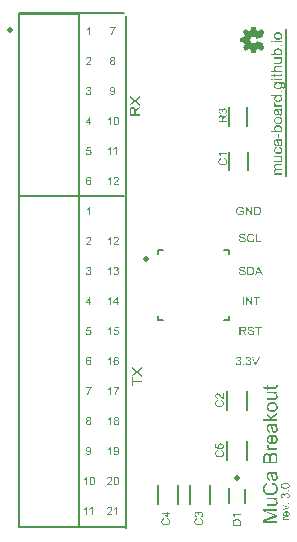
<source format=gto>
%FSLAX33Y33*%
%MOMM*%
%ADD10C,0.1524*%
%ADD11C,0.0508*%
%ADD12C,0.15*%
%ADD13C,0.5*%
%ADD14C,0.5*%
D10*
%LNpath-0*%
G01*
X23050Y30200D02*
X23050Y42700D01*
X23050Y30200*
%LNpath-2*%
X9500Y43800D02*
X9500Y0430D01*
X9500Y43800*
%LNpath-3*%
X5500Y0500D02*
X9500Y0500D01*
X5500Y0500*
%LNpath-4*%
X0500Y44000D02*
X9344Y44000D01*
X0500Y44000*
%LNpath-6*%
X5500Y28500D02*
X9344Y28500D01*
X5500Y28500*
%LNtop silkscreen_traces*%
D11*
X20424Y40733D02*
X20424Y40733D01*
X20430Y40739*
X20430Y40750*
X20436Y40756*
X20436Y40774*
X20442Y40780*
X20442Y40797*
X20448Y40803*
X20448Y40832*
X20453Y40838*
X20453Y40868*
X20459Y40873*
X20459Y40909*
X20465Y40915*
X20465Y40944*
X20471Y40950*
X20471Y40973*
X20498Y41000*
X20503Y41000*
X20509Y41006*
X20521Y41006*
X20527Y41012*
X20539Y41012*
X20545Y41017*
X20556Y41017*
X20562Y41023*
X20574Y41023*
X20586Y41035*
X20591Y41035*
X20597Y41041*
X20609Y41041*
X20615Y41047*
X20627Y41047*
X20633Y41053*
X20644Y41053*
X20650Y41059*
X20662Y41059*
X20668Y41064*
X20668Y41064*
X20674Y41070*
X20685Y41070*
X20697Y41082*
X20745Y41082*
X20759Y41067*
X20759Y41064*
X20762Y41064*
X20774Y41053*
X20780Y41053*
X20786Y41047*
X20791Y41047*
X20803Y41035*
X20809Y41035*
X20821Y41023*
X20821Y41023*
X20827Y41017*
X20833Y41017*
X20844Y41006*
X20850Y41006*
X20862Y40994*
X20868Y40994*
X20874Y40988*
X20874Y40988*
X20880Y40982*
X20885Y40982*
X20900Y40967*
X20900Y40967*
X20903Y40965*
X20909Y40965*
X20915Y40959*
X20915Y40959*
X20921Y40953*
X20926Y40953*
X20932Y40947*
X20938Y40947*
X20944Y40941*
X20944Y40941*
X20956Y40929*
X20958Y40927*
X21148Y41117*
X21146Y41119*
X21146Y41119*
X21140Y41125*
X21140Y41131*
X21134Y41137*
X21134Y41143*
X21116Y41161*
X21116Y41166*
X21105Y41178*
X21105Y41184*
X21093Y41196*
X21093Y41202*
X21081Y41213*
X21081Y41219*
X21064Y41237*
X21064Y41243*
X21052Y41254*
X21052Y41260*
X21046Y41266*
X21046Y41272*
X21034Y41284*
X21034Y41290*
X21017Y41307*
X21017Y41313*
X21005Y41325*
X21005Y41325*
X20999Y41331*
X20999Y41372*
X21005Y41378*
X21005Y41384*
X21017Y41396*
X21017Y41402*
X21023Y41407*
X21023Y41413*
X21034Y41425*
X21034Y41431*
X21040Y41437*
X21040Y41443*
X21046Y41449*
X21046Y41454*
X21037Y41462*
X21032Y41462*
X21026Y41468*
X21020Y41468*
X21014Y41474*
X21002Y41474*
X20996Y41480*
X20990Y41480*
X20985Y41486*
X20973Y41486*
X20967Y41492*
X20955Y41492*
X20949Y41498*
X20944Y41498*
X20938Y41504*
X20926Y41504*
X20914Y41515*
X20902Y41515*
X20897Y41521*
X20885Y41521*
X20879Y41527*
X20867Y41527*
X20861Y41533*
X20856Y41533*
X20850Y41539*
X20838Y41539*
X20832Y41545*
X20832Y41545*
X20826Y41550*
X20814Y41550*
X20809Y41556*
X20803Y41556*
X20791Y41568*
X20779Y41568*
X20773Y41574*
X20762Y41574*
X20756Y41580*
X20744Y41580*
X20738Y41586*
X20726Y41586*
X20721Y41592*
X20709Y41592*
X20703Y41597*
X20697Y41597*
X20685Y41609*
X20680Y41609*
X20674Y41615*
X20662Y41615*
X20656Y41621*
X20650Y41621*
X20644Y41627*
X20633Y41627*
X20627Y41633*
X20621Y41633*
X20615Y41639*
X20603Y41639*
X20597Y41644*
X20589Y41644*
X20589Y41642*
X20578Y41630*
X20578Y41624*
X20566Y41612*
X20566Y41606*
X20560Y41601*
X20560Y41601*
X20554Y41595*
X20554Y41589*
X20492Y41527*
X20486Y41527*
X20475Y41515*
X20475Y41515*
X20469Y41509*
X20463Y41509*
X20451Y41498*
X20439Y41498*
X20434Y41492*
X20428Y41492*
X20422Y41486*
X20410Y41486*
X20404Y41480*
X20392Y41480*
X20387Y41474*
X20369Y41474*
X20363Y41468*
X20316Y41468*
X20310Y41462*
X20269Y41462*
X20263Y41468*
X20216Y41468*
X20210Y41474*
X20192Y41474*
X20187Y41480*
X20175Y41480*
X20169Y41486*
X20157Y41486*
X20151Y41492*
X20146Y41492*
X20140Y41498*
X20128Y41498*
X20122Y41504*
X20122Y41504*
X20110Y41515*
X20104Y41515*
X20093Y41527*
X20087Y41527*
X20081Y41533*
X20081Y41533*
X20066Y41548*
X20066Y41548*
X20031Y41583*
X20031Y41589*
X20019Y41601*
X20019Y41601*
X20013Y41606*
X20013Y41612*
X20007Y41618*
X20007Y41624*
X19996Y41636*
X19996Y41642*
X19990Y41648*
X19990Y41653*
X19984Y41659*
X19984Y41665*
X19978Y41671*
X19978Y41689*
X19972Y41694*
X19972Y41718*
X19966Y41724*
X19966Y41853*
X19972Y41859*
X19972Y41883*
X19978Y41889*
X19978Y41906*
X19984Y41912*
X19984Y41924*
X19990Y41930*
X19990Y41936*
X19996Y41941*
X19996Y41947*
X20013Y41965*
X20013Y41971*
X20025Y41982*
X20025Y41988*
X20093Y42056*
X20099Y42056*
X20110Y42068*
X20116Y42068*
X20128Y42080*
X20134Y42080*
X20140Y42085*
X20151Y42085*
X20157Y42091*
X20163Y42091*
X20175Y42103*
X20192Y42103*
X20198Y42109*
X20222Y42109*
X20228Y42115*
X20351Y42115*
X20357Y42109*
X20387Y42109*
X20392Y42103*
X20404Y42103*
X20416Y42091*
X20422Y42091*
X20428Y42085*
X20439Y42085*
X20445Y42080*
X20451Y42080*
X20463Y42068*
X20469Y42068*
X20481Y42056*
X20486Y42056*
X20522Y42021*
X20527Y42021*
X20548Y42000*
X20548Y41994*
X20560Y41982*
X20560Y41977*
X20572Y41965*
X20572Y41959*
X20578Y41953*
X20578Y41947*
X20583Y41941*
X20583Y41941*
X20589Y41936*
X20589Y41933*
X20597Y41933*
X20603Y41939*
X20609Y41939*
X20615Y41945*
X20627Y41945*
X20638Y41956*
X20644Y41956*
X20650Y41962*
X20662Y41962*
X20668Y41968*
X20680Y41968*
X20685Y41974*
X20697Y41974*
X20703Y41980*
X20715Y41980*
X20721Y41986*
X20726Y41986*
X20732Y41992*
X20744Y41992*
X20750Y41997*
X20756Y41997*
X20768Y42009*
X20773Y42009*
X20779Y42015*
X20791Y42015*
X20797Y42021*
X20803Y42021*
X20809Y42027*
X20820Y42027*
X20826Y42033*
X20838Y42033*
X20844Y42038*
X20856Y42038*
X20867Y42050*
X20879Y42050*
X20885Y42056*
X20891Y42056*
X20897Y42062*
X20908Y42062*
X20914Y42068*
X20920Y42068*
X20926Y42074*
X20932Y42074*
X20938Y42080*
X20949Y42080*
X20955Y42085*
X20967Y42085*
X20973Y42091*
X20979Y42091*
X20990Y42103*
X21002Y42103*
X21008Y42109*
X21020Y42109*
X21026Y42115*
X21037Y42115*
X21043Y42121*
X21048Y42121*
X21046Y42123*
X21046Y42129*
X21040Y42135*
X21040Y42140*
X21034Y42146*
X21034Y42158*
X21023Y42170*
X21023Y42176*
X21011Y42187*
X21011Y42193*
X20999Y42205*
X20999Y42247*
X21011Y42258*
X21011Y42258*
X21017Y42264*
X21017Y42270*
X21034Y42288*
X21034Y42293*
X21040Y42299*
X21040Y42305*
X21046Y42311*
X21046Y42311*
X21052Y42317*
X21052Y42323*
X21058Y42329*
X21058Y42335*
X21064Y42340*
X21064Y42340*
X21069Y42346*
X21069Y42352*
X21084Y42367*
X21084Y42367*
X21087Y42370*
X21087Y42370*
X21093Y42376*
X21093Y42381*
X21105Y42393*
X21105Y42399*
X21111Y42405*
X21111Y42411*
X21134Y42434*
X21134Y42440*
X21140Y42446*
X21140Y42452*
X21148Y42460*
X21134Y42475*
X21134Y42475*
X21131Y42478*
X21131Y42478*
X21093Y42516*
X21093Y42516*
X21090Y42519*
X21090Y42519*
X21052Y42557*
X21052Y42557*
X21049Y42560*
X21049Y42560*
X21011Y42598*
X21011Y42598*
X21008Y42601*
X21008Y42601*
X20970Y42639*
X20970Y42639*
X20967Y42642*
X20967Y42642*
X20958Y42650*
X20950Y42642*
X20944Y42642*
X20941Y42639*
X20941Y42639*
X20926Y42624*
X20921Y42624*
X20903Y42607*
X20897Y42607*
X20885Y42595*
X20880Y42595*
X20874Y42589*
X20868Y42589*
X20850Y42571*
X20844Y42571*
X20838Y42566*
X20833Y42566*
X20821Y42554*
X20815Y42554*
X20803Y42542*
X20803Y42542*
X20797Y42536*
X20791Y42536*
X20774Y42519*
X20768Y42519*
X20762Y42513*
X20762Y42513*
X20756Y42507*
X20750Y42507*
X20745Y42501*
X20697Y42501*
X20691Y42507*
X20680Y42507*
X20674Y42513*
X20662Y42513*
X20656Y42519*
X20644Y42519*
X20638Y42525*
X20627Y42525*
X20615Y42536*
X20609Y42536*
X20603Y42542*
X20591Y42542*
X20586Y42548*
X20574Y42548*
X20568Y42554*
X20562Y42554*
X20556Y42560*
X20545Y42560*
X20539Y42566*
X20527Y42566*
X20521Y42571*
X20509Y42571*
X20498Y42583*
X20492Y42583*
X20477Y42598*
X20477Y42598*
X20471Y42604*
X20471Y42627*
X20465Y42633*
X20465Y42663*
X20459Y42669*
X20459Y42704*
X20453Y42710*
X20453Y42739*
X20448Y42745*
X20448Y42774*
X20442Y42780*
X20442Y42792*
X20436Y42798*
X20436Y42827*
X20430Y42833*
X20430Y42839*
X20424Y42845*
X20424Y42868*
X20418Y42874*
X20418Y42877*
X20158Y42877*
X20155Y42874*
X20155Y42868*
X20149Y42862*
X20149Y42856*
X20143Y42850*
X20143Y42815*
X20137Y42809*
X20137Y42774*
X20132Y42768*
X20132Y42739*
X20126Y42733*
X20126Y42704*
X20120Y42698*
X20120Y42669*
X20114Y42663*
X20114Y42651*
X20108Y42645*
X20108Y42627*
X20102Y42622*
X20102Y42598*
X20091Y42586*
X20091Y42586*
X20076Y42571*
X20070Y42571*
X20064Y42566*
X20052Y42566*
X20046Y42560*
X20040Y42560*
X20035Y42554*
X20029Y42554*
X20023Y42548*
X20011Y42548*
X20005Y42542*
X19999Y42542*
X19993Y42536*
X19982Y42536*
X19970Y42525*
X19964Y42525*
X19958Y42519*
X19947Y42519*
X19941Y42513*
X19935Y42513*
X19929Y42507*
X19917Y42507*
X19911Y42501*
X19900Y42501*
X19894Y42495*
X19840Y42495*
X19835Y42501*
X19835Y42501*
X19829Y42507*
X19823Y42507*
X19817Y42513*
X19811Y42513*
X19805Y42519*
X19805Y42519*
X19799Y42525*
X19793Y42525*
X19788Y42530*
X19788Y42530*
X19776Y42542*
X19770Y42542*
X19758Y42554*
X19752Y42554*
X19747Y42560*
X19747Y42560*
X19741Y42566*
X19735Y42566*
X19729Y42571*
X19723Y42571*
X19708Y42586*
X19708Y42586*
X19700Y42595*
X19694Y42595*
X19682Y42607*
X19676Y42607*
X19659Y42624*
X19653Y42624*
X19635Y42642*
X19629Y42642*
X19623Y42648*
X19617Y42648*
X19615Y42650*
X19545Y42580*
X19545Y42575*
X19530Y42560*
X19530Y42560*
X19524Y42554*
X19518Y42554*
X19492Y42528*
X19492Y42522*
X19477Y42507*
X19471Y42507*
X19427Y42463*
X19427Y42458*
X19433Y42452*
X19433Y42452*
X19439Y42446*
X19439Y42440*
X19451Y42428*
X19451Y42423*
X19463Y42411*
X19463Y42405*
X19474Y42393*
X19474Y42393*
X19486Y42381*
X19486Y42376*
X19492Y42370*
X19492Y42370*
X19498Y42364*
X19498Y42358*
X19504Y42352*
X19504Y42346*
X19510Y42340*
X19510Y42335*
X19515Y42329*
X19515Y42329*
X19518Y42326*
X19518Y42326*
X19533Y42311*
X19533Y42305*
X19545Y42293*
X19545Y42288*
X19557Y42276*
X19557Y42270*
X19574Y42252*
X19574Y42247*
X19586Y42235*
X19586Y42176*
X19580Y42170*
X19580Y42158*
X19574Y42152*
X19574Y42146*
X19562Y42135*
X19562Y42123*
X19557Y42117*
X19557Y42105*
X19551Y42099*
X19551Y42088*
X19545Y42082*
X19545Y42070*
X19539Y42064*
X19539Y42058*
X19533Y42052*
X19533Y42052*
X19527Y42047*
X19527Y42035*
X19521Y42029*
X19521Y42023*
X19515Y42017*
X19515Y42011*
X19510Y42005*
X19510Y41994*
X19495Y41979*
X19483Y41979*
X19477Y41973*
X19454Y41973*
X19448Y41967*
X19424Y41967*
X19418Y41961*
X19389Y41961*
X19383Y41955*
X19348Y41955*
X19336Y41944*
X19307Y41944*
X19301Y41938*
X19272Y41938*
X19266Y41932*
X19237Y41932*
X19231Y41926*
X19207Y41926*
X19204Y41923*
X19204Y41654*
X19207Y41651*
X19225Y41651*
X19231Y41645*
X19260Y41645*
X19266Y41639*
X19289Y41639*
X19295Y41634*
X19319Y41634*
X19325Y41628*
X19360Y41628*
X19366Y41622*
X19395Y41622*
X19401Y41616*
X19430Y41616*
X19442Y41604*
X19477Y41604*
X19483Y41598*
X19495Y41598*
X19510Y41583*
X19510Y41572*
X19521Y41560*
X19521Y41548*
X19527Y41542*
X19527Y41537*
X19533Y41531*
X19533Y41525*
X19539Y41519*
X19539Y41513*
X19545Y41507*
X19545Y41495*
X19551Y41490*
X19551Y41478*
X19557Y41472*
X19557Y41460*
X19562Y41454*
X19562Y41443*
X19574Y41431*
X19574Y41425*
X19580Y41419*
X19580Y41407*
X19586Y41402*
X19586Y41348*
X19580Y41342*
X19580Y41337*
X19574Y41331*
X19574Y41325*
X19557Y41307*
X19557Y41301*
X19545Y41290*
X19545Y41284*
X19527Y41266*
X19527Y41260*
X19521Y41254*
X19521Y41254*
X19510Y41243*
X19510Y41237*
X19504Y41231*
X19504Y41225*
X19492Y41213*
X19492Y41207*
X19486Y41202*
X19486Y41196*
X19480Y41190*
X19480Y41190*
X19463Y41172*
X19463Y41166*
X19451Y41155*
X19451Y41149*
X19439Y41137*
X19439Y41131*
X19428Y41120*
X19612Y40935*
X19618Y40930*
X19635Y40947*
X19641Y40947*
X19647Y40953*
X19653Y40953*
X19659Y40959*
X19664Y40959*
X19676Y40971*
X19682Y40971*
X19694Y40982*
X19694Y40982*
X19705Y40994*
X19711Y40994*
X19723Y41006*
X19729Y41006*
X19735Y41012*
X19741Y41012*
X19758Y41029*
X19764Y41029*
X19776Y41041*
X19782Y41041*
X19788Y41047*
X19793Y41047*
X19805Y41059*
X19811Y41059*
X19817Y41064*
X19817Y41064*
X19820Y41067*
X19820Y41067*
X19835Y41082*
X19840Y41082*
X19846Y41088*
X19894Y41088*
X19900Y41082*
X19905Y41082*
X19917Y41070*
X19923Y41070*
X19929Y41064*
X19935Y41064*
X19941Y41059*
X19952Y41059*
X19958Y41053*
X19970Y41053*
X19976Y41047*
X19982Y41047*
X19988Y41041*
X19999Y41041*
X20005Y41035*
X20011Y41035*
X20017Y41029*
X20023Y41029*
X20029Y41023*
X20035Y41023*
X20040Y41017*
X20052Y41017*
X20058Y41012*
X20064Y41012*
X20070Y41006*
X20082Y41006*
X20096Y40991*
X20096Y40985*
X20102Y40979*
X20102Y40962*
X20108Y40956*
X20108Y40938*
X20114Y40932*
X20114Y40920*
X20120Y40915*
X20120Y40879*
X20126Y40873*
X20126Y40844*
X20132Y40838*
X20132Y40809*
X20137Y40803*
X20137Y40768*
X20143Y40762*
X20143Y40727*
X20149Y40721*
X20149Y40715*
X20155Y40709*
X20155Y40703*
X20158Y40701*
X20415Y40701*
X20424Y40709*
X20424Y40733*
X20145Y40725D02*
X20424Y40725D01*
X20137Y40774D02*
X20436Y40774D01*
X20132Y40824D02*
X20448Y40824D01*
X20126Y40873D02*
X20459Y40873D01*
X20114Y40923D02*
X20465Y40923D01*
X19575Y40972D02*
X19684Y40972D01*
X20102Y40972D02*
X20471Y40972D01*
X20895Y40972D02*
X21004Y40972D01*
X19525Y41022D02*
X19751Y41022D01*
X20036Y41022D02*
X20561Y41022D01*
X20822Y41022D02*
X21054Y41022D01*
X19476Y41071D02*
X19824Y41071D01*
X19916Y41071D02*
X20687Y41071D01*
X20755Y41071D02*
X21103Y41071D01*
X19429Y41121D02*
X21144Y41121D01*
X19463Y41171D02*
X21112Y41171D01*
X19499Y41220D02*
X21080Y41220D01*
X19531Y41270D02*
X21046Y41270D01*
X19568Y41319D02*
X21011Y41319D01*
X19586Y41369D02*
X20999Y41369D01*
X19580Y41418D02*
X21027Y41418D01*
X19557Y41468D02*
X20264Y41468D01*
X20316Y41468D02*
X21026Y41468D01*
X19539Y41517D02*
X20103Y41517D01*
X20477Y41517D02*
X20901Y41517D01*
X19515Y41567D02*
X20047Y41567D01*
X20532Y41567D02*
X20792Y41567D01*
X19401Y41616D02*
X20009Y41616D01*
X20570Y41616D02*
X20661Y41616D01*
X19204Y41666D02*
X19983Y41666D01*
X19204Y41715D02*
X19972Y41715D01*
X19204Y41765D02*
X19966Y41765D01*
X19204Y41814D02*
X19966Y41814D01*
X19204Y41864D02*
X19972Y41864D01*
X19204Y41913D02*
X19984Y41913D01*
X19420Y41963D02*
X20011Y41963D01*
X20572Y41963D02*
X20663Y41963D01*
X19515Y42013D02*
X20049Y42013D01*
X20536Y42013D02*
X20777Y42013D01*
X19539Y42062D02*
X20105Y42062D01*
X20475Y42062D02*
X20908Y42062D01*
X19557Y42112D02*
X20225Y42112D01*
X20355Y42112D02*
X21023Y42112D01*
X19580Y42161D02*
X21031Y42161D01*
X19586Y42211D02*
X20999Y42211D01*
X19566Y42260D02*
X21013Y42260D01*
X19533Y42310D02*
X21045Y42310D01*
X19498Y42359D02*
X21077Y42359D01*
X19463Y42409D02*
X21111Y42409D01*
X19427Y42458D02*
X21146Y42458D01*
X19478Y42508D02*
X19822Y42508D01*
X19930Y42508D02*
X20679Y42508D01*
X20757Y42508D02*
X21101Y42508D01*
X19528Y42557D02*
X19749Y42557D01*
X20038Y42557D02*
X20559Y42557D01*
X20824Y42557D02*
X21052Y42557D01*
X19571Y42607D02*
X19676Y42607D01*
X20102Y42607D02*
X20471Y42607D01*
X20903Y42607D02*
X21002Y42607D01*
X20114Y42656D02*
X20465Y42656D01*
X20126Y42706D02*
X20457Y42706D01*
X20132Y42755D02*
X20448Y42755D01*
X20137Y42805D02*
X20436Y42805D01*
X20147Y42855D02*
X20424Y42855D01*
%LNtop silkscreen component 1ec12191b90fbc9e*%
D12*
X17850Y18000D02*
X18250Y18000D01*
X18250Y18400*
X17850Y24000D02*
X18250Y24000D01*
X18250Y23600*
X12650Y18000D02*
X12250Y18000D01*
X12250Y18400*
X12650Y24000D02*
X12250Y24000D01*
X12250Y23600*
D13*
X11219Y23200D03*
%LNtop silkscreen component 16a6f52c2bd1ff97*%
D12*
X0460Y0515D02*
X0460Y43935D01*
X5540Y43935*
X5540Y0515*
X0460Y0515*
X0460Y28520D02*
X5540Y28520D01*
D13*
X-0290Y42590D03*
%LNtop silkscreen component c112e23347c40a43*%
D12*
X16625Y2450D02*
X16625Y4050D01*
X14975Y2450D02*
X14975Y4050D01*
G36*
X15797Y1182D02*
X15821Y1277D01*
X15876Y1259D01*
X15924Y1235D01*
X15965Y1206D01*
X15999Y1170D01*
X16026Y1129D01*
X16045Y1084D01*
X16056Y1034D01*
X16060Y0981D01*
X16057Y0925D01*
X16048Y0876D01*
X16034Y0831D01*
X16013Y0792D01*
X15987Y0758D01*
X15955Y0729D01*
X15919Y0703D01*
X15877Y0682D01*
X15831Y0665D01*
X15784Y0654D01*
X15735Y0647D01*
X15685Y0644D01*
X15631Y0647D01*
X15580Y0655D01*
X15533Y0668D01*
X15490Y0687D01*
X15451Y0711D01*
X15416Y0739D01*
X15387Y0771D01*
X15363Y0808D01*
X15344Y0849D01*
X15331Y0891D01*
X15323Y0936D01*
X15320Y0982D01*
X15323Y1034D01*
X15334Y1081D01*
X15351Y1124D01*
X15375Y1163D01*
X15405Y1197D01*
X15440Y1225D01*
X15482Y1248D01*
X15528Y1265D01*
X15550Y1172D01*
X15514Y1158D01*
X15483Y1141D01*
X15457Y1122D01*
X15437Y1099D01*
X15421Y1074D01*
X15410Y1046D01*
X15403Y1014D01*
X15401Y0980D01*
X15403Y0941D01*
X15411Y0904D01*
X15423Y0872D01*
X15441Y0842D01*
X15462Y0817D01*
X15487Y0795D01*
X15515Y0778D01*
X15547Y0764D01*
X15580Y0754D01*
X15614Y0747D01*
X15649Y0743D01*
X15684Y0742D01*
X15728Y0743D01*
X15770Y0748D01*
X15808Y0757D01*
X15844Y0768D01*
X15876Y0784D01*
X15903Y0802D01*
X15926Y0825D01*
X15945Y0851D01*
X15960Y0880D01*
X15971Y0910D01*
X15977Y0941D01*
X15979Y0973D01*
X15976Y1011D01*
X15968Y1046D01*
X15953Y1078D01*
X15933Y1108D01*
X15908Y1133D01*
X15876Y1154D01*
X15839Y1170D01*
X15797Y1182D01*
X15797Y1182D01*
X15859Y1359D02*
X15847Y1446D01*
X15882Y1455D01*
X15912Y1467D01*
X15936Y1481D01*
X15955Y1498D01*
X15969Y1517D01*
X15980Y1538D01*
X15986Y1561D01*
X15988Y1587D01*
X15985Y1616D01*
X15977Y1644D01*
X15964Y1669D01*
X15945Y1691D01*
X15922Y1710D01*
X15897Y1723D01*
X15869Y1731D01*
X15839Y1734D01*
X15810Y1732D01*
X15783Y1724D01*
X15760Y1712D01*
X15739Y1694D01*
X15721Y1673D01*
X15709Y1650D01*
X15702Y1623D01*
X15699Y1594D01*
X15700Y1581D01*
X15702Y1566D01*
X15705Y1550D01*
X15709Y1532D01*
X15632Y1542D01*
X15632Y1546D01*
X15633Y1550D01*
X15633Y1553D01*
X15633Y1556D01*
X15631Y1583D01*
X15626Y1609D01*
X15616Y1634D01*
X15604Y1657D01*
X15587Y1677D01*
X15566Y1691D01*
X15542Y1699D01*
X15513Y1702D01*
X15490Y1700D01*
X15469Y1694D01*
X15450Y1683D01*
X15433Y1669D01*
X15419Y1652D01*
X15409Y1632D01*
X15403Y1609D01*
X15402Y1585D01*
X15404Y1560D01*
X15410Y1538D01*
X15420Y1517D01*
X15434Y1499D01*
X15452Y1484D01*
X15474Y1471D01*
X15500Y1462D01*
X15530Y1455D01*
X15515Y1367D01*
X15473Y1378D01*
X15436Y1394D01*
X15405Y1415D01*
X15378Y1441D01*
X15357Y1471D01*
X15341Y1505D01*
X15332Y1542D01*
X15329Y1583D01*
X15331Y1611D01*
X15336Y1639D01*
X15343Y1665D01*
X15354Y1691D01*
X15368Y1714D01*
X15384Y1734D01*
X15402Y1751D01*
X15423Y1766D01*
X15445Y1777D01*
X15468Y1786D01*
X15491Y1790D01*
X15515Y1792D01*
X15538Y1791D01*
X15560Y1786D01*
X15580Y1778D01*
X15600Y1767D01*
X15618Y1753D01*
X15634Y1736D01*
X15648Y1716D01*
X15660Y1693D01*
X15670Y1723D01*
X15683Y1750D01*
X15700Y1773D01*
X15721Y1792D01*
X15746Y1807D01*
X15773Y1818D01*
X15803Y1825D01*
X15837Y1827D01*
X15882Y1823D01*
X15923Y1810D01*
X15961Y1789D01*
X15996Y1759D01*
X16024Y1722D01*
X16044Y1682D01*
X16057Y1636D01*
X16061Y1586D01*
X16057Y1541D01*
X16047Y1500D01*
X16029Y1463D01*
X16005Y1430D01*
X15974Y1402D01*
X15940Y1381D01*
X15902Y1366D01*
X15859Y1359D01*
X15859Y1359D01*
G37*
%LNtop silkscreen component 092c2cef6ccfca08*%
X19761Y10450D02*
X19761Y12050D01*
X18111Y10450D02*
X18111Y12050D01*
G36*
X17549Y11198D02*
X17573Y11293D01*
X17628Y11275D01*
X17676Y11251D01*
X17717Y11222D01*
X17751Y11186D01*
X17778Y11145D01*
X17797Y11100D01*
X17808Y11050D01*
X17812Y10997D01*
X17809Y10941D01*
X17800Y10892D01*
X17786Y10847D01*
X17765Y10808D01*
X17739Y10774D01*
X17707Y10745D01*
X17671Y10719D01*
X17629Y10698D01*
X17583Y10681D01*
X17536Y10670D01*
X17487Y10663D01*
X17437Y10660D01*
X17383Y10663D01*
X17332Y10671D01*
X17285Y10684D01*
X17242Y10703D01*
X17203Y10727D01*
X17168Y10755D01*
X17139Y10787D01*
X17115Y10824D01*
X17096Y10865D01*
X17083Y10907D01*
X17075Y10952D01*
X17072Y10998D01*
X17075Y11050D01*
X17086Y11097D01*
X17103Y11140D01*
X17127Y11179D01*
X17157Y11213D01*
X17192Y11241D01*
X17234Y11264D01*
X17280Y11281D01*
X17302Y11188D01*
X17266Y11174D01*
X17235Y11157D01*
X17209Y11138D01*
X17189Y11115D01*
X17173Y11090D01*
X17162Y11062D01*
X17155Y11030D01*
X17153Y10996D01*
X17155Y10957D01*
X17163Y10920D01*
X17175Y10888D01*
X17193Y10858D01*
X17214Y10833D01*
X17239Y10811D01*
X17267Y10794D01*
X17299Y10780D01*
X17332Y10770D01*
X17366Y10763D01*
X17401Y10759D01*
X17436Y10758D01*
X17480Y10759D01*
X17522Y10764D01*
X17560Y10773D01*
X17596Y10784D01*
X17628Y10800D01*
X17655Y10818D01*
X17678Y10841D01*
X17697Y10867D01*
X17712Y10896D01*
X17723Y10926D01*
X17729Y10957D01*
X17731Y10989D01*
X17728Y11027D01*
X17720Y11062D01*
X17705Y11094D01*
X17685Y11124D01*
X17660Y11149D01*
X17628Y11170D01*
X17591Y11186D01*
X17549Y11198D01*
X17549Y11198D01*
X17716Y11836D02*
X17800Y11836D01*
X17800Y11363D01*
X17784Y11363D01*
X17769Y11365D01*
X17754Y11368D01*
X17739Y11373D01*
X17715Y11383D01*
X17691Y11397D01*
X17667Y11412D01*
X17644Y11431D01*
X17619Y11453D01*
X17593Y11480D01*
X17565Y11511D01*
X17535Y11546D01*
X17490Y11600D01*
X17450Y11644D01*
X17414Y11678D01*
X17384Y11704D01*
X17356Y11722D01*
X17329Y11734D01*
X17303Y11742D01*
X17278Y11745D01*
X17253Y11742D01*
X17230Y11735D01*
X17209Y11724D01*
X17190Y11707D01*
X17174Y11687D01*
X17163Y11664D01*
X17156Y11638D01*
X17154Y11610D01*
X17156Y11580D01*
X17164Y11553D01*
X17175Y11529D01*
X17192Y11508D01*
X17213Y11492D01*
X17238Y11480D01*
X17266Y11472D01*
X17298Y11470D01*
X17288Y11379D01*
X17241Y11387D01*
X17199Y11402D01*
X17164Y11422D01*
X17134Y11449D01*
X17111Y11482D01*
X17094Y11520D01*
X17085Y11563D01*
X17081Y11612D01*
X17085Y11661D01*
X17096Y11704D01*
X17113Y11742D01*
X17138Y11775D01*
X17169Y11801D01*
X17202Y11820D01*
X17239Y11831D01*
X17280Y11835D01*
X17301Y11834D01*
X17323Y11831D01*
X17344Y11825D01*
X17364Y11817D01*
X17385Y11807D01*
X17407Y11794D01*
X17429Y11778D01*
X17452Y11759D01*
X17477Y11735D01*
X17506Y11705D01*
X17540Y11668D01*
X17578Y11624D01*
X17608Y11588D01*
X17634Y11559D01*
X17653Y11537D01*
X17668Y11522D01*
X17680Y11511D01*
X17692Y11501D01*
X17704Y11493D01*
X17716Y11485D01*
X17716Y11836D01*
X17716Y11836D01*
G37*
%LNtop silkscreen component 6147adbea694a830*%
X19875Y30700D02*
X19875Y32300D01*
X18225Y30700D02*
X18225Y32300D01*
G36*
X17829Y31662D02*
X17853Y31757D01*
X17908Y31739D01*
X17956Y31715D01*
X17997Y31686D01*
X18031Y31650D01*
X18058Y31609D01*
X18077Y31564D01*
X18088Y31514D01*
X18092Y31461D01*
X18089Y31405D01*
X18080Y31356D01*
X18066Y31311D01*
X18045Y31272D01*
X18019Y31238D01*
X17987Y31209D01*
X17951Y31183D01*
X17909Y31162D01*
X17863Y31145D01*
X17816Y31134D01*
X17767Y31127D01*
X17717Y31124D01*
X17663Y31127D01*
X17612Y31135D01*
X17565Y31148D01*
X17522Y31167D01*
X17483Y31191D01*
X17448Y31219D01*
X17419Y31251D01*
X17395Y31288D01*
X17376Y31329D01*
X17363Y31371D01*
X17355Y31416D01*
X17352Y31462D01*
X17355Y31514D01*
X17366Y31561D01*
X17383Y31604D01*
X17407Y31643D01*
X17437Y31677D01*
X17472Y31705D01*
X17514Y31728D01*
X17560Y31745D01*
X17582Y31652D01*
X17546Y31638D01*
X17515Y31621D01*
X17489Y31602D01*
X17469Y31579D01*
X17453Y31554D01*
X17442Y31526D01*
X17435Y31494D01*
X17433Y31460D01*
X17435Y31421D01*
X17443Y31384D01*
X17455Y31352D01*
X17473Y31322D01*
X17494Y31297D01*
X17519Y31275D01*
X17547Y31258D01*
X17579Y31244D01*
X17612Y31234D01*
X17646Y31227D01*
X17681Y31223D01*
X17716Y31222D01*
X17760Y31223D01*
X17802Y31228D01*
X17840Y31237D01*
X17876Y31248D01*
X17908Y31264D01*
X17935Y31282D01*
X17958Y31305D01*
X17977Y31331D01*
X17992Y31360D01*
X18003Y31390D01*
X18009Y31421D01*
X18011Y31453D01*
X18008Y31491D01*
X18000Y31526D01*
X17985Y31558D01*
X17965Y31588D01*
X17940Y31613D01*
X17908Y31634D01*
X17871Y31650D01*
X17829Y31662D01*
X17829Y31662D01*
X18080Y32169D02*
X18080Y32081D01*
X17520Y32081D01*
X17535Y32064D01*
X17550Y32045D01*
X17565Y32022D01*
X17580Y31998D01*
X17595Y31973D01*
X17607Y31949D01*
X17617Y31927D01*
X17626Y31905D01*
X17541Y31905D01*
X17523Y31941D01*
X17503Y31975D01*
X17481Y32006D01*
X17457Y32034D01*
X17432Y32060D01*
X17408Y32081D01*
X17385Y32099D01*
X17361Y32112D01*
X17361Y32169D01*
X18080Y32169D01*
X18080Y32169D01*
G37*
%LNtop silkscreen component 087fa966dd3700f5*%
X19565Y2535D02*
X19565Y3735D01*
X18215Y2535D02*
X18215Y3810D01*
D14*
X18890Y4685D03*
G36*
X19275Y0590D02*
X18559Y0590D01*
X18559Y0835D01*
X18644Y0835D01*
X18644Y0685D01*
X19191Y0685D01*
X19191Y0685D01*
X19191Y0838D01*
X19190Y0871D01*
X19187Y0901D01*
X19183Y0927D01*
X19177Y0949D01*
X19170Y0968D01*
X19161Y0985D01*
X19152Y1000D01*
X19140Y1013D01*
X19122Y1029D01*
X19101Y1043D01*
X19077Y1055D01*
X19050Y1065D01*
X19020Y1074D01*
X18987Y1080D01*
X18951Y1083D01*
X18912Y1084D01*
X18859Y1082D01*
X18812Y1075D01*
X18773Y1064D01*
X18739Y1047D01*
X18711Y1028D01*
X18689Y1007D01*
X18671Y0983D01*
X18658Y0958D01*
X18652Y0936D01*
X18647Y0908D01*
X18645Y0875D01*
X18644Y0835D01*
X18559Y0835D01*
X18559Y0837D01*
X18560Y0876D01*
X18562Y0910D01*
X18565Y0940D01*
X18569Y0964D01*
X18578Y0994D01*
X18589Y1021D01*
X18604Y1046D01*
X18621Y1069D01*
X18646Y1096D01*
X18675Y1119D01*
X18707Y1138D01*
X18743Y1154D01*
X18782Y1166D01*
X18823Y1175D01*
X18867Y1180D01*
X18913Y1182D01*
X18953Y1181D01*
X18990Y1177D01*
X19025Y1171D01*
X19058Y1163D01*
X19088Y1153D01*
X19115Y1141D01*
X19140Y1128D01*
X19162Y1114D01*
X19181Y1099D01*
X19199Y1083D01*
X19214Y1066D01*
X19227Y1049D01*
X19238Y1030D01*
X19248Y1010D01*
X19256Y0988D01*
X19263Y0963D01*
X19268Y0937D01*
X19272Y0910D01*
X19274Y0880D01*
X19275Y0848D01*
X19275Y0590D01*
X19275Y0590D01*
X19275Y1608D02*
X19275Y1520D01*
X18715Y1520D01*
X18730Y1503D01*
X18745Y1483D01*
X18760Y1461D01*
X18775Y1437D01*
X18790Y1411D01*
X18802Y1388D01*
X18812Y1365D01*
X18821Y1344D01*
X18736Y1344D01*
X18718Y1380D01*
X18698Y1413D01*
X18676Y1444D01*
X18652Y1473D01*
X18627Y1499D01*
X18603Y1520D01*
X18580Y1538D01*
X18556Y1551D01*
X18556Y1608D01*
X19275Y1608D01*
X19275Y1608D01*
G37*
%LNtop silkscreen component 4c5036bdef2c62dc*%
D12*
X13925Y2450D02*
X13925Y4050D01*
X12275Y2450D02*
X12275Y4050D01*
G36*
X13003Y1182D02*
X13027Y1277D01*
X13082Y1259D01*
X13130Y1235D01*
X13171Y1206D01*
X13205Y1170D01*
X13232Y1129D01*
X13251Y1084D01*
X13262Y1034D01*
X13266Y0981D01*
X13263Y0925D01*
X13254Y0876D01*
X13240Y0831D01*
X13219Y0792D01*
X13193Y0758D01*
X13161Y0729D01*
X13125Y0703D01*
X13083Y0682D01*
X13037Y0665D01*
X12990Y0654D01*
X12941Y0647D01*
X12891Y0644D01*
X12837Y0647D01*
X12786Y0655D01*
X12739Y0668D01*
X12696Y0687D01*
X12657Y0711D01*
X12622Y0739D01*
X12593Y0771D01*
X12569Y0808D01*
X12550Y0849D01*
X12537Y0891D01*
X12529Y0936D01*
X12526Y0982D01*
X12529Y1034D01*
X12540Y1081D01*
X12557Y1124D01*
X12581Y1163D01*
X12611Y1197D01*
X12646Y1225D01*
X12688Y1248D01*
X12734Y1265D01*
X12756Y1172D01*
X12720Y1158D01*
X12689Y1141D01*
X12663Y1122D01*
X12643Y1099D01*
X12627Y1074D01*
X12616Y1046D01*
X12609Y1014D01*
X12607Y0980D01*
X12609Y0941D01*
X12617Y0904D01*
X12629Y0872D01*
X12647Y0842D01*
X12668Y0817D01*
X12693Y0795D01*
X12721Y0778D01*
X12753Y0764D01*
X12786Y0754D01*
X12820Y0747D01*
X12855Y0743D01*
X12890Y0742D01*
X12934Y0743D01*
X12976Y0748D01*
X13014Y0757D01*
X13050Y0768D01*
X13082Y0784D01*
X13109Y0802D01*
X13132Y0825D01*
X13151Y0851D01*
X13166Y0880D01*
X13177Y0910D01*
X13183Y0941D01*
X13185Y0973D01*
X13182Y1011D01*
X13174Y1046D01*
X13159Y1078D01*
X13139Y1108D01*
X13114Y1133D01*
X13082Y1154D01*
X13045Y1170D01*
X13003Y1182D01*
X13003Y1182D01*
X13254Y1640D02*
X13083Y1640D01*
X13083Y1329D01*
X13002Y1329D01*
X12640Y1584D01*
X12679Y1640D01*
X13002Y1416D01*
X13002Y1640D01*
X13002Y1640D01*
X12679Y1640D01*
X12640Y1584D01*
X12538Y1656D01*
X12538Y1728D01*
X13002Y1728D01*
X13002Y1824D01*
X13083Y1824D01*
X13083Y1728D01*
X13254Y1728D01*
X13254Y1640D01*
X13254Y1640D01*
G37*
%LNtop silkscreen component ffbc1de966fa2cb3*%
X19775Y36050D02*
X19775Y34450D01*
X18225Y36050D02*
X18225Y34450D01*
G36*
X18080Y34809D02*
X17364Y34809D01*
X17364Y35126D01*
X17365Y35171D01*
X17369Y35211D01*
X17375Y35244D01*
X17383Y35272D01*
X17395Y35296D01*
X17410Y35317D01*
X17429Y35335D01*
X17452Y35351D01*
X17477Y35364D01*
X17503Y35374D01*
X17531Y35379D01*
X17559Y35381D01*
X17596Y35378D01*
X17630Y35369D01*
X17660Y35353D01*
X17688Y35332D01*
X17712Y35304D01*
X17731Y35269D01*
X17745Y35228D01*
X17750Y35204D01*
X17673Y35189D01*
X17667Y35209D01*
X17659Y35226D01*
X17649Y35241D01*
X17637Y35254D01*
X17624Y35265D01*
X17609Y35273D01*
X17593Y35279D01*
X17577Y35282D01*
X17559Y35284D01*
X17535Y35281D01*
X17513Y35274D01*
X17493Y35263D01*
X17476Y35247D01*
X17462Y35226D01*
X17451Y35199D01*
X17445Y35167D01*
X17443Y35130D01*
X17443Y34904D01*
X17680Y34904D01*
X17680Y34904D01*
X17680Y35107D01*
X17679Y35138D01*
X17677Y35165D01*
X17673Y35189D01*
X17750Y35204D01*
X17754Y35180D01*
X17763Y35197D01*
X17772Y35213D01*
X17781Y35226D01*
X17790Y35237D01*
X17810Y35257D01*
X17833Y35277D01*
X17858Y35296D01*
X17885Y35315D01*
X18080Y35440D01*
X18080Y35321D01*
X17931Y35226D01*
X17901Y35206D01*
X17874Y35188D01*
X17851Y35172D01*
X17832Y35158D01*
X17817Y35145D01*
X17803Y35132D01*
X17793Y35120D01*
X17785Y35110D01*
X17778Y35099D01*
X17773Y35088D01*
X17769Y35077D01*
X17766Y35066D01*
X17764Y35057D01*
X17763Y35045D01*
X17762Y35031D01*
X17762Y35014D01*
X17762Y34904D01*
X18080Y34904D01*
X18080Y34809D01*
X18080Y34809D01*
X17891Y35495D02*
X17879Y35582D01*
X17914Y35591D01*
X17944Y35603D01*
X17968Y35617D01*
X17987Y35634D01*
X18001Y35653D01*
X18012Y35674D01*
X18018Y35697D01*
X18020Y35723D01*
X18017Y35752D01*
X18009Y35780D01*
X17996Y35805D01*
X17977Y35827D01*
X17954Y35846D01*
X17929Y35859D01*
X17901Y35867D01*
X17871Y35870D01*
X17842Y35868D01*
X17815Y35860D01*
X17792Y35848D01*
X17771Y35830D01*
X17753Y35809D01*
X17741Y35786D01*
X17734Y35759D01*
X17731Y35730D01*
X17732Y35717D01*
X17734Y35702D01*
X17737Y35686D01*
X17741Y35668D01*
X17664Y35678D01*
X17664Y35682D01*
X17665Y35686D01*
X17665Y35689D01*
X17665Y35692D01*
X17663Y35719D01*
X17658Y35745D01*
X17648Y35770D01*
X17636Y35793D01*
X17619Y35813D01*
X17598Y35827D01*
X17574Y35835D01*
X17545Y35838D01*
X17522Y35836D01*
X17501Y35830D01*
X17482Y35819D01*
X17465Y35805D01*
X17451Y35788D01*
X17441Y35768D01*
X17436Y35745D01*
X17434Y35721D01*
X17436Y35696D01*
X17442Y35674D01*
X17452Y35653D01*
X17466Y35635D01*
X17484Y35620D01*
X17506Y35607D01*
X17532Y35598D01*
X17562Y35591D01*
X17547Y35503D01*
X17505Y35514D01*
X17468Y35530D01*
X17437Y35551D01*
X17410Y35577D01*
X17389Y35607D01*
X17373Y35641D01*
X17364Y35678D01*
X17361Y35719D01*
X17363Y35747D01*
X17368Y35775D01*
X17375Y35801D01*
X17386Y35827D01*
X17400Y35850D01*
X17416Y35870D01*
X17434Y35887D01*
X17455Y35902D01*
X17477Y35913D01*
X17500Y35922D01*
X17523Y35926D01*
X17547Y35928D01*
X17570Y35927D01*
X17592Y35922D01*
X17612Y35914D01*
X17632Y35903D01*
X17650Y35889D01*
X17666Y35872D01*
X17680Y35852D01*
X17692Y35829D01*
X17702Y35859D01*
X17715Y35886D01*
X17732Y35909D01*
X17753Y35928D01*
X17778Y35943D01*
X17805Y35954D01*
X17835Y35961D01*
X17869Y35963D01*
X17914Y35959D01*
X17955Y35946D01*
X17993Y35925D01*
X18028Y35895D01*
X18056Y35858D01*
X18076Y35818D01*
X18089Y35772D01*
X18093Y35722D01*
X18089Y35677D01*
X18079Y35636D01*
X18061Y35599D01*
X18037Y35566D01*
X18006Y35538D01*
X17972Y35517D01*
X17934Y35502D01*
X17891Y35495D01*
X17891Y35495D01*
G37*
%LNtop silkscreen component 5af4d25f005662bb*%
X18111Y7800D02*
X18111Y6200D01*
X19761Y7800D02*
X19761Y6200D01*
G36*
X17549Y6948D02*
X17573Y7043D01*
X17628Y7025D01*
X17676Y7001D01*
X17717Y6972D01*
X17751Y6936D01*
X17778Y6895D01*
X17797Y6850D01*
X17808Y6800D01*
X17812Y6747D01*
X17809Y6691D01*
X17800Y6642D01*
X17786Y6597D01*
X17765Y6558D01*
X17739Y6524D01*
X17707Y6495D01*
X17671Y6469D01*
X17629Y6448D01*
X17583Y6431D01*
X17536Y6420D01*
X17487Y6413D01*
X17437Y6410D01*
X17383Y6413D01*
X17332Y6421D01*
X17285Y6434D01*
X17242Y6453D01*
X17203Y6477D01*
X17168Y6505D01*
X17139Y6537D01*
X17115Y6574D01*
X17096Y6615D01*
X17083Y6657D01*
X17075Y6702D01*
X17072Y6748D01*
X17075Y6800D01*
X17086Y6847D01*
X17103Y6890D01*
X17127Y6929D01*
X17157Y6963D01*
X17192Y6991D01*
X17234Y7014D01*
X17280Y7031D01*
X17302Y6938D01*
X17266Y6924D01*
X17235Y6907D01*
X17209Y6888D01*
X17189Y6865D01*
X17173Y6840D01*
X17162Y6812D01*
X17155Y6780D01*
X17153Y6746D01*
X17155Y6707D01*
X17163Y6670D01*
X17175Y6638D01*
X17193Y6608D01*
X17214Y6583D01*
X17239Y6561D01*
X17267Y6544D01*
X17299Y6530D01*
X17332Y6520D01*
X17366Y6513D01*
X17401Y6509D01*
X17436Y6508D01*
X17480Y6509D01*
X17522Y6514D01*
X17560Y6523D01*
X17596Y6534D01*
X17628Y6550D01*
X17655Y6568D01*
X17678Y6591D01*
X17697Y6617D01*
X17712Y6646D01*
X17723Y6676D01*
X17729Y6707D01*
X17731Y6739D01*
X17728Y6777D01*
X17720Y6812D01*
X17705Y6844D01*
X17685Y6874D01*
X17660Y6899D01*
X17628Y6920D01*
X17591Y6936D01*
X17549Y6948D01*
X17549Y6948D01*
X17613Y7124D02*
X17605Y7216D01*
X17636Y7223D01*
X17664Y7233D01*
X17687Y7247D01*
X17706Y7264D01*
X17721Y7284D01*
X17731Y7305D01*
X17738Y7329D01*
X17740Y7354D01*
X17737Y7385D01*
X17728Y7413D01*
X17713Y7438D01*
X17692Y7461D01*
X17666Y7481D01*
X17636Y7494D01*
X17603Y7503D01*
X17565Y7505D01*
X17530Y7503D01*
X17498Y7495D01*
X17470Y7482D01*
X17446Y7463D01*
X17427Y7440D01*
X17414Y7414D01*
X17406Y7385D01*
X17403Y7353D01*
X17404Y7332D01*
X17408Y7312D01*
X17414Y7293D01*
X17422Y7276D01*
X17433Y7260D01*
X17444Y7245D01*
X17458Y7233D01*
X17472Y7222D01*
X17462Y7140D01*
X17094Y7209D01*
X17094Y7565D01*
X17178Y7565D01*
X17178Y7279D01*
X17370Y7241D01*
X17351Y7273D01*
X17337Y7307D01*
X17328Y7341D01*
X17325Y7376D01*
X17329Y7421D01*
X17342Y7462D01*
X17362Y7500D01*
X17390Y7534D01*
X17425Y7562D01*
X17465Y7583D01*
X17509Y7595D01*
X17557Y7599D01*
X17604Y7595D01*
X17648Y7584D01*
X17688Y7567D01*
X17725Y7542D01*
X17763Y7504D01*
X17790Y7461D01*
X17807Y7410D01*
X17812Y7354D01*
X17809Y7307D01*
X17799Y7265D01*
X17781Y7228D01*
X17758Y7195D01*
X17728Y7167D01*
X17694Y7146D01*
X17655Y7132D01*
X17613Y7124D01*
X17613Y7124D01*
G37*
%LNtext*%
G36*
X6151Y6770D02*
X6235Y6777D01*
X6242Y6750D01*
X6251Y6726D01*
X6262Y6706D01*
X6276Y6691D01*
X6292Y6679D01*
X6311Y6671D01*
X6331Y6666D01*
X6354Y6664D01*
X6373Y6665D01*
X6392Y6669D01*
X6409Y6674D01*
X6425Y6683D01*
X6439Y6693D01*
X6453Y6704D01*
X6464Y6717D01*
X6475Y6732D01*
X6484Y6749D01*
X6493Y6769D01*
X6501Y6791D01*
X6508Y6816D01*
X6513Y6842D01*
X6518Y6869D01*
X6520Y6896D01*
X6521Y6923D01*
X6521Y6927D01*
X6521Y6931D01*
X6521Y6935D01*
X6520Y6941D01*
X6476Y6973D01*
X6488Y6990D01*
X6501Y7018D01*
X6508Y7050D01*
X6511Y7085D01*
X6511Y7085D01*
X6508Y7121D01*
X6500Y7153D01*
X6488Y7181D01*
X6470Y7206D01*
X6449Y7225D01*
X6426Y7239D01*
X6401Y7247D01*
X6373Y7250D01*
X6345Y7247D01*
X6319Y7238D01*
X6294Y7223D01*
X6271Y7202D01*
X6252Y7176D01*
X6239Y7147D01*
X6231Y7114D01*
X6228Y7078D01*
X6230Y7046D01*
X6238Y7016D01*
X6251Y6990D01*
X6269Y6967D01*
X6291Y6948D01*
X6315Y6935D01*
X6342Y6927D01*
X6371Y6924D01*
X6400Y6927D01*
X6427Y6935D01*
X6450Y6948D01*
X6471Y6967D01*
X6476Y6973D01*
X6520Y6941D01*
X6506Y6921D01*
X6489Y6903D01*
X6470Y6887D01*
X6448Y6873D01*
X6425Y6861D01*
X6401Y6853D01*
X6376Y6848D01*
X6349Y6847D01*
X6307Y6851D01*
X6267Y6863D01*
X6231Y6883D01*
X6199Y6911D01*
X6172Y6946D01*
X6153Y6986D01*
X6141Y7031D01*
X6138Y7081D01*
X6142Y7133D01*
X6154Y7179D01*
X6174Y7220D01*
X6202Y7256D01*
X6236Y7285D01*
X6274Y7306D01*
X6316Y7319D01*
X6363Y7323D01*
X6397Y7320D01*
X6429Y7313D01*
X6461Y7302D01*
X6490Y7285D01*
X6517Y7264D01*
X6541Y7240D01*
X6561Y7211D01*
X6578Y7178D01*
X6591Y7139D01*
X6601Y7093D01*
X6606Y7039D01*
X6608Y6977D01*
X6606Y6911D01*
X6601Y6853D01*
X6591Y6802D01*
X6578Y6758D01*
X6562Y6720D01*
X6541Y6686D01*
X6517Y6658D01*
X6490Y6634D01*
X6459Y6616D01*
X6426Y6602D01*
X6390Y6594D01*
X6352Y6592D01*
X6312Y6595D01*
X6276Y6603D01*
X6243Y6618D01*
X6215Y6638D01*
X6191Y6664D01*
X6172Y6695D01*
X6159Y6730D01*
X6151Y6770D01*
X6151Y6770D01*
X6599Y39708D02*
X6599Y39624D01*
X6126Y39624D01*
X6127Y39640D01*
X6128Y39655D01*
X6132Y39670D01*
X6137Y39685D01*
X6147Y39709D01*
X6160Y39733D01*
X6176Y39757D01*
X6194Y39780D01*
X6216Y39805D01*
X6243Y39831D01*
X6274Y39859D01*
X6309Y39889D01*
X6363Y39934D01*
X6407Y39974D01*
X6442Y40010D01*
X6467Y40040D01*
X6485Y40068D01*
X6498Y40095D01*
X6506Y40121D01*
X6508Y40146D01*
X6506Y40171D01*
X6499Y40194D01*
X6487Y40215D01*
X6471Y40234D01*
X6451Y40250D01*
X6428Y40261D01*
X6402Y40268D01*
X6373Y40270D01*
X6343Y40268D01*
X6316Y40260D01*
X6292Y40249D01*
X6272Y40232D01*
X6255Y40211D01*
X6243Y40186D01*
X6236Y40158D01*
X6233Y40126D01*
X6143Y40136D01*
X6151Y40183D01*
X6165Y40225D01*
X6186Y40260D01*
X6213Y40290D01*
X6246Y40313D01*
X6284Y40330D01*
X6327Y40339D01*
X6375Y40343D01*
X6424Y40339D01*
X6468Y40328D01*
X6506Y40311D01*
X6538Y40286D01*
X6565Y40255D01*
X6583Y40222D01*
X6595Y40185D01*
X6598Y40144D01*
X6597Y40123D01*
X6594Y40101D01*
X6589Y40080D01*
X6581Y40060D01*
X6571Y40039D01*
X6557Y40017D01*
X6541Y39995D01*
X6523Y39972D01*
X6499Y39947D01*
X6468Y39918D01*
X6431Y39884D01*
X6387Y39846D01*
X6351Y39816D01*
X6322Y39790D01*
X6300Y39771D01*
X6285Y39756D01*
X6275Y39744D01*
X6265Y39732D01*
X6256Y39720D01*
X6248Y39708D01*
X6599Y39708D01*
X6599Y39708D01*
X19208Y27205D02*
X19208Y27289D01*
X19511Y27289D01*
X19511Y27024D01*
X19476Y26998D01*
X19440Y26975D01*
X19404Y26956D01*
X19367Y26940D01*
X19330Y26928D01*
X19292Y26919D01*
X19254Y26914D01*
X19215Y26912D01*
X19163Y26915D01*
X19114Y26923D01*
X19068Y26937D01*
X19023Y26957D01*
X18983Y26982D01*
X18948Y27012D01*
X18918Y27047D01*
X18893Y27088D01*
X18874Y27132D01*
X18860Y27178D01*
X18852Y27227D01*
X18849Y27278D01*
X18852Y27330D01*
X18860Y27380D01*
X18874Y27427D01*
X18893Y27474D01*
X18917Y27516D01*
X18946Y27552D01*
X18980Y27583D01*
X19019Y27608D01*
X19061Y27627D01*
X19107Y27641D01*
X19156Y27649D01*
X19208Y27652D01*
X19246Y27650D01*
X19282Y27646D01*
X19316Y27638D01*
X19348Y27627D01*
X19378Y27613D01*
X19404Y27597D01*
X19427Y27578D01*
X19446Y27557D01*
X19463Y27533D01*
X19478Y27505D01*
X19490Y27474D01*
X19501Y27440D01*
X19415Y27416D01*
X19407Y27442D01*
X19397Y27465D01*
X19387Y27485D01*
X19375Y27502D01*
X19362Y27517D01*
X19346Y27530D01*
X19328Y27542D01*
X19307Y27552D01*
X19284Y27560D01*
X19260Y27566D01*
X19235Y27570D01*
X19208Y27571D01*
X19177Y27570D01*
X19148Y27566D01*
X19121Y27560D01*
X19096Y27551D01*
X19073Y27541D01*
X19053Y27528D01*
X19035Y27515D01*
X19019Y27499D01*
X19006Y27483D01*
X18994Y27465D01*
X18983Y27447D01*
X18974Y27428D01*
X18962Y27394D01*
X18954Y27359D01*
X18949Y27322D01*
X18947Y27284D01*
X18949Y27238D01*
X18955Y27196D01*
X18965Y27158D01*
X18980Y27124D01*
X18998Y27094D01*
X19020Y27068D01*
X19046Y27046D01*
X19076Y27028D01*
X19108Y27015D01*
X19141Y27005D01*
X19175Y26999D01*
X19210Y26997D01*
X19240Y26999D01*
X19270Y27003D01*
X19300Y27011D01*
X19330Y27021D01*
X19357Y27033D01*
X19381Y27045D01*
X19402Y27058D01*
X19419Y27071D01*
X19419Y27205D01*
X19208Y27205D01*
X19208Y27205D01*
X19650Y26924D02*
X19650Y27640D01*
X19747Y27640D01*
X20123Y27078D01*
X20123Y27640D01*
X20214Y27640D01*
X20214Y26924D01*
X20117Y26924D01*
X19741Y27486D01*
X19741Y26924D01*
X19650Y26924D01*
X19650Y26924D01*
X20373Y26924D02*
X20373Y27640D01*
X20618Y27640D01*
X20618Y27555D01*
X20468Y27555D01*
X20468Y27008D01*
X20468Y27008D01*
X20621Y27008D01*
X20654Y27009D01*
X20684Y27012D01*
X20710Y27016D01*
X20732Y27022D01*
X20751Y27029D01*
X20768Y27038D01*
X20783Y27047D01*
X20796Y27059D01*
X20812Y27077D01*
X20826Y27098D01*
X20838Y27122D01*
X20849Y27149D01*
X20857Y27179D01*
X20863Y27212D01*
X20866Y27248D01*
X20867Y27287D01*
X20865Y27340D01*
X20858Y27387D01*
X20847Y27426D01*
X20830Y27460D01*
X20811Y27488D01*
X20790Y27510D01*
X20766Y27528D01*
X20741Y27541D01*
X20719Y27547D01*
X20691Y27552D01*
X20658Y27554D01*
X20618Y27555D01*
X20618Y27640D01*
X20620Y27640D01*
X20659Y27639D01*
X20693Y27637D01*
X20723Y27634D01*
X20747Y27630D01*
X20777Y27621D01*
X20804Y27610D01*
X20829Y27595D01*
X20852Y27578D01*
X20879Y27553D01*
X20902Y27524D01*
X20921Y27492D01*
X20937Y27456D01*
X20949Y27417D01*
X20958Y27376D01*
X20963Y27332D01*
X20965Y27286D01*
X20964Y27246D01*
X20960Y27209D01*
X20954Y27174D01*
X20946Y27141D01*
X20936Y27111D01*
X20924Y27084D01*
X20911Y27059D01*
X20897Y27037D01*
X20882Y27018D01*
X20866Y27000D01*
X20849Y26985D01*
X20832Y26972D01*
X20813Y26961D01*
X20793Y26951D01*
X20771Y26943D01*
X20746Y26936D01*
X20721Y26931D01*
X20693Y26927D01*
X20663Y26925D01*
X20631Y26924D01*
X20373Y26924D01*
X20373Y26924D01*
X6143Y12306D02*
X6143Y12391D01*
X6607Y12391D01*
X6607Y12322D01*
X6573Y12283D01*
X6539Y12237D01*
X6505Y12186D01*
X6471Y12129D01*
X6440Y12068D01*
X6412Y12007D01*
X6388Y11944D01*
X6367Y11881D01*
X6355Y11835D01*
X6346Y11787D01*
X6339Y11736D01*
X6334Y11684D01*
X6243Y11684D01*
X6246Y11728D01*
X6252Y11777D01*
X6263Y11830D01*
X6277Y11888D01*
X6294Y11947D01*
X6315Y12006D01*
X6340Y12063D01*
X6368Y12119D01*
X6398Y12172D01*
X6429Y12221D01*
X6461Y12266D01*
X6494Y12306D01*
X6143Y12306D01*
X6143Y12306D01*
X23368Y1081D02*
X22849Y1081D01*
X22849Y1160D01*
X22928Y1160D01*
X22903Y1175D01*
X22882Y1189D01*
X22866Y1203D01*
X22855Y1216D01*
X22848Y1229D01*
X22842Y1243D01*
X22839Y1257D01*
X22838Y1272D01*
X22839Y1295D01*
X22845Y1317D01*
X22854Y1340D01*
X22866Y1363D01*
X22948Y1332D01*
X22939Y1316D01*
X22933Y1300D01*
X22930Y1284D01*
X22929Y1268D01*
X22930Y1254D01*
X22933Y1241D01*
X22938Y1228D01*
X22946Y1216D01*
X22955Y1206D01*
X22967Y1197D01*
X22979Y1189D01*
X22994Y1183D01*
X23018Y1177D01*
X23043Y1172D01*
X23069Y1170D01*
X23097Y1169D01*
X23368Y1169D01*
X23368Y1081D01*
X23368Y1081D01*
X23201Y1770D02*
X23212Y1861D01*
X23250Y1848D01*
X23283Y1830D01*
X23312Y1808D01*
X23336Y1781D01*
X23355Y1750D01*
X23369Y1715D01*
X23377Y1676D01*
X23380Y1633D01*
X23375Y1579D01*
X23362Y1531D01*
X23340Y1489D01*
X23310Y1452D01*
X23271Y1423D01*
X23225Y1402D01*
X23173Y1390D01*
X23113Y1386D01*
X23051Y1390D01*
X22997Y1402D01*
X22950Y1424D01*
X22910Y1453D01*
X22878Y1489D01*
X22856Y1530D01*
X22842Y1577D01*
X22838Y1628D01*
X22838Y1635D01*
X22910Y1629D01*
X22913Y1600D01*
X22920Y1573D01*
X22933Y1549D01*
X22951Y1527D01*
X22972Y1509D01*
X22998Y1495D01*
X23027Y1486D01*
X23059Y1481D01*
X23059Y1481D01*
X23059Y1771D01*
X23028Y1767D01*
X23002Y1760D01*
X22979Y1750D01*
X22961Y1738D01*
X22939Y1715D01*
X22923Y1689D01*
X22913Y1661D01*
X22910Y1629D01*
X22838Y1635D01*
X22842Y1677D01*
X22855Y1722D01*
X22878Y1762D01*
X22909Y1798D01*
X22948Y1827D01*
X22994Y1847D01*
X23047Y1860D01*
X23108Y1864D01*
X23112Y1864D01*
X23118Y1864D01*
X23124Y1863D01*
X23131Y1863D01*
X23131Y1476D01*
X23171Y1481D01*
X23207Y1491D01*
X23237Y1505D01*
X23262Y1525D01*
X23282Y1548D01*
X23296Y1574D01*
X23305Y1602D01*
X23307Y1633D01*
X23306Y1656D01*
X23301Y1678D01*
X23293Y1698D01*
X23282Y1716D01*
X23267Y1732D01*
X23249Y1746D01*
X23227Y1759D01*
X23201Y1770D01*
X23201Y1770D01*
X23368Y2115D02*
X22849Y1918D01*
X22849Y2011D01*
X23160Y2122D01*
X23185Y2131D01*
X23211Y2139D01*
X23238Y2147D01*
X23264Y2155D01*
X23243Y2162D01*
X23219Y2169D01*
X23194Y2178D01*
X23166Y2188D01*
X22849Y2303D01*
X22849Y2393D01*
X23368Y2197D01*
X23368Y2115D01*
X23368Y2115D01*
X23368Y2422D02*
X23268Y2422D01*
X23268Y2522D01*
X23368Y2522D01*
X23368Y2422D01*
X23368Y2422D01*
X23179Y2929D02*
X23167Y3016D01*
X23202Y3025D01*
X23232Y3037D01*
X23256Y3051D01*
X23275Y3068D01*
X23289Y3087D01*
X23300Y3108D01*
X23306Y3131D01*
X23308Y3157D01*
X23305Y3186D01*
X23297Y3214D01*
X23284Y3239D01*
X23265Y3261D01*
X23242Y3280D01*
X23217Y3293D01*
X23189Y3301D01*
X23159Y3304D01*
X23130Y3302D01*
X23103Y3294D01*
X23080Y3282D01*
X23059Y3265D01*
X23041Y3243D01*
X23029Y3220D01*
X23022Y3193D01*
X23019Y3164D01*
X23020Y3151D01*
X23022Y3136D01*
X23025Y3120D01*
X23029Y3102D01*
X22952Y3112D01*
X22952Y3116D01*
X22953Y3120D01*
X22953Y3123D01*
X22953Y3126D01*
X22951Y3153D01*
X22946Y3179D01*
X22936Y3204D01*
X22924Y3227D01*
X22907Y3247D01*
X22886Y3261D01*
X22862Y3269D01*
X22833Y3272D01*
X22810Y3270D01*
X22789Y3264D01*
X22770Y3253D01*
X22753Y3239D01*
X22739Y3222D01*
X22729Y3202D01*
X22724Y3179D01*
X22722Y3155D01*
X22724Y3130D01*
X22730Y3108D01*
X22740Y3087D01*
X22754Y3069D01*
X22772Y3054D01*
X22794Y3041D01*
X22820Y3032D01*
X22850Y3025D01*
X22835Y2937D01*
X22793Y2948D01*
X22756Y2964D01*
X22725Y2985D01*
X22698Y3011D01*
X22677Y3041D01*
X22661Y3075D01*
X22652Y3112D01*
X22649Y3153D01*
X22651Y3181D01*
X22656Y3209D01*
X22663Y3235D01*
X22674Y3261D01*
X22688Y3284D01*
X22704Y3304D01*
X22722Y3322D01*
X22743Y3336D01*
X22765Y3347D01*
X22788Y3356D01*
X22811Y3361D01*
X22835Y3362D01*
X22858Y3361D01*
X22880Y3356D01*
X22900Y3348D01*
X22920Y3337D01*
X22938Y3323D01*
X22954Y3306D01*
X22968Y3286D01*
X22980Y3264D01*
X22990Y3294D01*
X23003Y3320D01*
X23020Y3343D01*
X23041Y3362D01*
X23066Y3378D01*
X23093Y3389D01*
X23123Y3395D01*
X23157Y3397D01*
X23202Y3393D01*
X23243Y3380D01*
X23281Y3359D01*
X23316Y3329D01*
X23344Y3293D01*
X23364Y3252D01*
X23377Y3206D01*
X23381Y3156D01*
X23377Y3111D01*
X23367Y3070D01*
X23349Y3033D01*
X23325Y3000D01*
X23294Y2972D01*
X23260Y2951D01*
X23222Y2936D01*
X23179Y2929D01*
X23179Y2929D01*
X23368Y3534D02*
X23268Y3534D01*
X23268Y3634D01*
X23368Y3634D01*
X23368Y3534D01*
X23368Y3534D01*
X23015Y3762D02*
X22955Y3764D01*
X22900Y3769D01*
X22852Y3777D01*
X22811Y3788D01*
X22774Y3803D01*
X22742Y3821D01*
X22714Y3842D01*
X22691Y3866D01*
X22673Y3893D01*
X22660Y3924D01*
X22652Y3958D01*
X22649Y3995D01*
X22651Y4023D01*
X22655Y4050D01*
X22662Y4074D01*
X22672Y4097D01*
X22685Y4117D01*
X22701Y4136D01*
X22719Y4153D01*
X22739Y4168D01*
X22762Y4182D01*
X22788Y4194D01*
X22816Y4204D01*
X22846Y4213D01*
X22880Y4220D01*
X22919Y4225D01*
X22964Y4228D01*
X23015Y4229D01*
X23075Y4227D01*
X23129Y4222D01*
X23177Y4214D01*
X23218Y4203D01*
X23255Y4188D01*
X23287Y4171D01*
X23315Y4150D01*
X23338Y4126D01*
X23356Y4098D01*
X23370Y4067D01*
X23378Y4033D01*
X23380Y3995D01*
X23380Y3989D01*
X23308Y3995D01*
X23304Y4025D01*
X23293Y4051D01*
X23275Y4075D01*
X23249Y4097D01*
X23213Y4115D01*
X23161Y4128D01*
X23096Y4136D01*
X23015Y4139D01*
X22934Y4136D01*
X22868Y4128D01*
X22817Y4115D01*
X22780Y4097D01*
X22755Y4075D01*
X22737Y4051D01*
X22726Y4024D01*
X22722Y3995D01*
X22725Y3966D01*
X22735Y3940D01*
X22751Y3917D01*
X22773Y3898D01*
X22813Y3878D01*
X22866Y3864D01*
X22934Y3855D01*
X23015Y3852D01*
X23015Y3852D01*
X23096Y3855D01*
X23162Y3863D01*
X23213Y3876D01*
X23250Y3894D01*
X23275Y3916D01*
X23293Y3940D01*
X23304Y3966D01*
X23308Y3995D01*
X23380Y3989D01*
X23376Y3946D01*
X23362Y3903D01*
X23338Y3865D01*
X23306Y3833D01*
X23254Y3802D01*
X23189Y3780D01*
X23109Y3767D01*
X23015Y3762D01*
X23015Y3762D01*
X8183Y37250D02*
X8267Y37257D01*
X8274Y37230D01*
X8283Y37206D01*
X8294Y37186D01*
X8308Y37171D01*
X8324Y37159D01*
X8343Y37151D01*
X8363Y37146D01*
X8386Y37144D01*
X8405Y37145D01*
X8424Y37149D01*
X8441Y37154D01*
X8457Y37163D01*
X8471Y37173D01*
X8485Y37184D01*
X8496Y37197D01*
X8507Y37212D01*
X8516Y37229D01*
X8525Y37249D01*
X8533Y37271D01*
X8540Y37296D01*
X8545Y37322D01*
X8550Y37349D01*
X8552Y37376D01*
X8553Y37403D01*
X8553Y37407D01*
X8553Y37411D01*
X8553Y37415D01*
X8552Y37421D01*
X8508Y37453D01*
X8520Y37470D01*
X8533Y37498D01*
X8540Y37530D01*
X8543Y37565D01*
X8543Y37565D01*
X8540Y37601D01*
X8532Y37633D01*
X8520Y37661D01*
X8502Y37686D01*
X8481Y37705D01*
X8458Y37719D01*
X8433Y37727D01*
X8405Y37730D01*
X8377Y37727D01*
X8351Y37718D01*
X8326Y37703D01*
X8303Y37682D01*
X8284Y37656D01*
X8271Y37627D01*
X8263Y37594D01*
X8260Y37558D01*
X8262Y37526D01*
X8270Y37496D01*
X8283Y37470D01*
X8301Y37447D01*
X8323Y37428D01*
X8347Y37415D01*
X8374Y37407D01*
X8403Y37404D01*
X8432Y37407D01*
X8459Y37415D01*
X8482Y37428D01*
X8503Y37447D01*
X8508Y37453D01*
X8552Y37421D01*
X8538Y37401D01*
X8521Y37383D01*
X8502Y37367D01*
X8480Y37353D01*
X8457Y37341D01*
X8433Y37333D01*
X8408Y37328D01*
X8381Y37327D01*
X8339Y37331D01*
X8299Y37343D01*
X8263Y37363D01*
X8231Y37391D01*
X8204Y37426D01*
X8185Y37466D01*
X8173Y37511D01*
X8170Y37561D01*
X8174Y37613D01*
X8186Y37659D01*
X8206Y37700D01*
X8234Y37736D01*
X8268Y37765D01*
X8306Y37786D01*
X8348Y37799D01*
X8395Y37803D01*
X8429Y37800D01*
X8461Y37793D01*
X8493Y37782D01*
X8522Y37765D01*
X8549Y37744D01*
X8573Y37720D01*
X8593Y37691D01*
X8610Y37658D01*
X8623Y37619D01*
X8633Y37573D01*
X8638Y37519D01*
X8640Y37457D01*
X8638Y37391D01*
X8633Y37333D01*
X8623Y37282D01*
X8610Y37238D01*
X8594Y37200D01*
X8573Y37166D01*
X8549Y37138D01*
X8522Y37114D01*
X8491Y37096D01*
X8458Y37082D01*
X8422Y37074D01*
X8384Y37072D01*
X8344Y37075D01*
X8308Y37083D01*
X8275Y37098D01*
X8247Y37118D01*
X8223Y37144D01*
X8204Y37175D01*
X8191Y37210D01*
X8183Y37250D01*
X8183Y37250D01*
X6138Y22033D02*
X6226Y22045D01*
X6235Y22010D01*
X6246Y21980D01*
X6261Y21956D01*
X6277Y21937D01*
X6297Y21923D01*
X6318Y21912D01*
X6341Y21906D01*
X6366Y21904D01*
X6396Y21907D01*
X6423Y21915D01*
X6448Y21928D01*
X6471Y21947D01*
X6489Y21970D01*
X6503Y21995D01*
X6511Y22023D01*
X6513Y22053D01*
X6511Y22082D01*
X6504Y22109D01*
X6491Y22132D01*
X6474Y22153D01*
X6453Y22171D01*
X6429Y22183D01*
X6403Y22190D01*
X6373Y22193D01*
X6360Y22192D01*
X6345Y22190D01*
X6329Y22187D01*
X6311Y22183D01*
X6321Y22260D01*
X6325Y22260D01*
X6329Y22259D01*
X6332Y22259D01*
X6335Y22259D01*
X6363Y22261D01*
X6389Y22266D01*
X6413Y22276D01*
X6436Y22288D01*
X6456Y22305D01*
X6470Y22326D01*
X6478Y22350D01*
X6481Y22379D01*
X6479Y22402D01*
X6473Y22423D01*
X6463Y22442D01*
X6449Y22459D01*
X6431Y22473D01*
X6411Y22483D01*
X6389Y22488D01*
X6364Y22490D01*
X6339Y22488D01*
X6317Y22482D01*
X6297Y22472D01*
X6279Y22458D01*
X6263Y22440D01*
X6251Y22418D01*
X6241Y22392D01*
X6235Y22362D01*
X6147Y22377D01*
X6157Y22419D01*
X6173Y22456D01*
X6194Y22487D01*
X6220Y22514D01*
X6250Y22535D01*
X6284Y22551D01*
X6321Y22560D01*
X6362Y22563D01*
X6391Y22561D01*
X6418Y22556D01*
X6445Y22549D01*
X6470Y22538D01*
X6493Y22524D01*
X6514Y22508D01*
X6531Y22490D01*
X6545Y22469D01*
X6557Y22447D01*
X6565Y22424D01*
X6570Y22401D01*
X6572Y22377D01*
X6570Y22354D01*
X6565Y22332D01*
X6558Y22312D01*
X6547Y22292D01*
X6533Y22274D01*
X6516Y22258D01*
X6496Y22244D01*
X6473Y22232D01*
X6503Y22222D01*
X6529Y22209D01*
X6552Y22192D01*
X6572Y22171D01*
X6587Y22146D01*
X6598Y22119D01*
X6605Y22089D01*
X6607Y22055D01*
X6602Y22010D01*
X6590Y21969D01*
X6568Y21931D01*
X6538Y21896D01*
X6502Y21868D01*
X6461Y21848D01*
X6416Y21835D01*
X6366Y21831D01*
X6320Y21835D01*
X6279Y21845D01*
X6242Y21863D01*
X6209Y21887D01*
X6181Y21918D01*
X6160Y21952D01*
X6146Y21990D01*
X6138Y22033D01*
X6138Y22033D01*
X8377Y4148D02*
X8377Y4064D01*
X7904Y4064D01*
X7905Y4080D01*
X7906Y4095D01*
X7910Y4110D01*
X7915Y4125D01*
X7925Y4149D01*
X7938Y4173D01*
X7954Y4197D01*
X7972Y4220D01*
X7994Y4245D01*
X8021Y4271D01*
X8052Y4299D01*
X8087Y4329D01*
X8141Y4374D01*
X8185Y4414D01*
X8220Y4450D01*
X8245Y4480D01*
X8263Y4508D01*
X8276Y4535D01*
X8284Y4561D01*
X8286Y4586D01*
X8284Y4611D01*
X8277Y4634D01*
X8265Y4655D01*
X8249Y4674D01*
X8229Y4690D01*
X8206Y4701D01*
X8180Y4708D01*
X8151Y4710D01*
X8121Y4708D01*
X8094Y4700D01*
X8070Y4689D01*
X8050Y4672D01*
X8033Y4651D01*
X8021Y4626D01*
X8014Y4598D01*
X8011Y4566D01*
X7921Y4576D01*
X7929Y4623D01*
X7943Y4665D01*
X7964Y4700D01*
X7991Y4730D01*
X8024Y4753D01*
X8062Y4770D01*
X8105Y4779D01*
X8153Y4783D01*
X8202Y4779D01*
X8246Y4768D01*
X8284Y4751D01*
X8316Y4726D01*
X8343Y4695D01*
X8361Y4662D01*
X8373Y4625D01*
X8376Y4584D01*
X8375Y4563D01*
X8372Y4541D01*
X8367Y4520D01*
X8359Y4500D01*
X8349Y4479D01*
X8335Y4457D01*
X8319Y4435D01*
X8301Y4412D01*
X8277Y4387D01*
X8246Y4358D01*
X8209Y4324D01*
X8165Y4286D01*
X8129Y4256D01*
X8100Y4230D01*
X8078Y4211D01*
X8063Y4196D01*
X8053Y4184D01*
X8043Y4172D01*
X8034Y4160D01*
X8026Y4148D01*
X8377Y4148D01*
X8377Y4148D01*
X8472Y4417D02*
X8473Y4477D01*
X8478Y4532D01*
X8486Y4580D01*
X8498Y4621D01*
X8512Y4658D01*
X8530Y4690D01*
X8551Y4718D01*
X8575Y4741D01*
X8603Y4759D01*
X8634Y4772D01*
X8668Y4780D01*
X8705Y4783D01*
X8733Y4781D01*
X8759Y4777D01*
X8784Y4770D01*
X8806Y4760D01*
X8827Y4747D01*
X8846Y4731D01*
X8863Y4713D01*
X8878Y4693D01*
X8891Y4670D01*
X8903Y4644D01*
X8914Y4616D01*
X8922Y4586D01*
X8929Y4552D01*
X8934Y4513D01*
X8937Y4468D01*
X8938Y4417D01*
X8937Y4357D01*
X8932Y4303D01*
X8924Y4255D01*
X8913Y4214D01*
X8898Y4177D01*
X8880Y4145D01*
X8859Y4117D01*
X8835Y4094D01*
X8808Y4076D01*
X8777Y4062D01*
X8743Y4054D01*
X8705Y4052D01*
X8698Y4052D01*
X8705Y4124D01*
X8734Y4128D01*
X8761Y4139D01*
X8785Y4157D01*
X8807Y4183D01*
X8825Y4219D01*
X8838Y4271D01*
X8846Y4336D01*
X8848Y4417D01*
X8846Y4498D01*
X8838Y4564D01*
X8825Y4615D01*
X8807Y4652D01*
X8785Y4677D01*
X8761Y4695D01*
X8734Y4706D01*
X8704Y4710D01*
X8675Y4707D01*
X8650Y4697D01*
X8627Y4681D01*
X8607Y4659D01*
X8588Y4619D01*
X8573Y4566D01*
X8565Y4498D01*
X8562Y4417D01*
X8562Y4417D01*
X8565Y4336D01*
X8572Y4270D01*
X8585Y4219D01*
X8603Y4182D01*
X8625Y4157D01*
X8649Y4139D01*
X8676Y4128D01*
X8705Y4124D01*
X8698Y4052D01*
X8656Y4056D01*
X8613Y4070D01*
X8575Y4094D01*
X8542Y4126D01*
X8511Y4178D01*
X8489Y4243D01*
X8476Y4323D01*
X8472Y4417D01*
X8472Y4417D01*
X8247Y32004D02*
X8159Y32004D01*
X8159Y32564D01*
X8142Y32549D01*
X8122Y32534D01*
X8100Y32519D01*
X8075Y32504D01*
X8050Y32489D01*
X8027Y32477D01*
X8004Y32467D01*
X7983Y32458D01*
X7983Y32543D01*
X8019Y32561D01*
X8052Y32581D01*
X8083Y32603D01*
X8112Y32627D01*
X8137Y32652D01*
X8159Y32676D01*
X8176Y32699D01*
X8190Y32723D01*
X8247Y32723D01*
X8247Y32004D01*
X8247Y32004D01*
X8728Y32004D02*
X8641Y32004D01*
X8641Y32564D01*
X8623Y32549D01*
X8604Y32534D01*
X8582Y32519D01*
X8557Y32504D01*
X8532Y32489D01*
X8508Y32477D01*
X8486Y32467D01*
X8465Y32458D01*
X8465Y32543D01*
X8501Y32561D01*
X8534Y32581D01*
X8565Y32603D01*
X8594Y32627D01*
X8619Y32652D01*
X8641Y32676D01*
X8658Y32699D01*
X8672Y32723D01*
X8728Y32723D01*
X8728Y32004D01*
X8728Y32004D01*
X6273Y9532D02*
X6302Y9477D01*
X6289Y9471D01*
X6268Y9453D01*
X6250Y9431D01*
X6237Y9407D01*
X6229Y9380D01*
X6227Y9351D01*
X6227Y9351D01*
X6228Y9332D01*
X6231Y9314D01*
X6237Y9296D01*
X6245Y9278D01*
X6255Y9261D01*
X6267Y9247D01*
X6281Y9234D01*
X6298Y9223D01*
X6316Y9215D01*
X6334Y9209D01*
X6353Y9205D01*
X6373Y9204D01*
X6403Y9207D01*
X6431Y9214D01*
X6455Y9227D01*
X6477Y9245D01*
X6495Y9266D01*
X6508Y9291D01*
X6516Y9318D01*
X6518Y9348D01*
X6516Y9378D01*
X6508Y9406D01*
X6495Y9430D01*
X6476Y9453D01*
X6454Y9471D01*
X6429Y9484D01*
X6401Y9492D01*
X6370Y9494D01*
X6341Y9492D01*
X6314Y9484D01*
X6302Y9477D01*
X6273Y9532D01*
X6305Y9584D01*
X6325Y9574D01*
X6348Y9568D01*
X6373Y9566D01*
X6397Y9568D01*
X6419Y9574D01*
X6439Y9584D01*
X6456Y9598D01*
X6470Y9615D01*
X6480Y9633D01*
X6487Y9654D01*
X6489Y9676D01*
X6486Y9699D01*
X6480Y9721D01*
X6470Y9740D01*
X6455Y9758D01*
X6437Y9772D01*
X6418Y9782D01*
X6396Y9788D01*
X6372Y9790D01*
X6348Y9788D01*
X6326Y9782D01*
X6306Y9772D01*
X6288Y9758D01*
X6274Y9741D01*
X6263Y9723D01*
X6257Y9703D01*
X6255Y9681D01*
X6255Y9681D01*
X6257Y9657D01*
X6263Y9635D01*
X6274Y9615D01*
X6288Y9598D01*
X6305Y9584D01*
X6273Y9532D01*
X6247Y9543D01*
X6225Y9556D01*
X6207Y9572D01*
X6192Y9589D01*
X6180Y9609D01*
X6172Y9630D01*
X6167Y9653D01*
X6165Y9678D01*
X6169Y9716D01*
X6179Y9750D01*
X6197Y9781D01*
X6221Y9810D01*
X6252Y9833D01*
X6287Y9849D01*
X6327Y9859D01*
X6371Y9863D01*
X6415Y9859D01*
X6455Y9849D01*
X6491Y9832D01*
X6522Y9808D01*
X6547Y9780D01*
X6565Y9748D01*
X6575Y9713D01*
X6579Y9676D01*
X6577Y9652D01*
X6572Y9629D01*
X6564Y9608D01*
X6553Y9589D01*
X6538Y9572D01*
X6520Y9556D01*
X6498Y9543D01*
X6473Y9532D01*
X6504Y9520D01*
X6531Y9504D01*
X6555Y9485D01*
X6574Y9463D01*
X6589Y9438D01*
X6600Y9410D01*
X6606Y9381D01*
X6608Y9349D01*
X6604Y9305D01*
X6592Y9264D01*
X6572Y9227D01*
X6543Y9194D01*
X6508Y9167D01*
X6468Y9147D01*
X6423Y9136D01*
X6372Y9132D01*
X6322Y9136D01*
X6277Y9147D01*
X6237Y9167D01*
X6201Y9195D01*
X6173Y9228D01*
X6153Y9265D01*
X6141Y9306D01*
X6137Y9351D01*
X6139Y9385D01*
X6145Y9415D01*
X6156Y9443D01*
X6172Y9468D01*
X6192Y9490D01*
X6215Y9508D01*
X6242Y9522D01*
X6273Y9532D01*
X6273Y9532D01*
X6469Y42164D02*
X6381Y42164D01*
X6381Y42724D01*
X6364Y42709D01*
X6344Y42694D01*
X6322Y42679D01*
X6297Y42664D01*
X6272Y42649D01*
X6249Y42637D01*
X6226Y42627D01*
X6205Y42618D01*
X6205Y42703D01*
X6241Y42721D01*
X6274Y42741D01*
X6305Y42763D01*
X6334Y42787D01*
X6359Y42812D01*
X6381Y42836D01*
X6398Y42859D01*
X6412Y42883D01*
X6469Y42883D01*
X6469Y42164D01*
X6469Y42164D01*
X8247Y24384D02*
X8159Y24384D01*
X8159Y24944D01*
X8142Y24929D01*
X8122Y24914D01*
X8100Y24899D01*
X8075Y24884D01*
X8050Y24869D01*
X8027Y24857D01*
X8004Y24847D01*
X7983Y24838D01*
X7983Y24923D01*
X8019Y24941D01*
X8052Y24961D01*
X8083Y24983D01*
X8112Y25007D01*
X8137Y25032D01*
X8159Y25056D01*
X8176Y25079D01*
X8190Y25103D01*
X8247Y25103D01*
X8247Y24384D01*
X8247Y24384D01*
X8934Y24468D02*
X8934Y24384D01*
X8460Y24384D01*
X8461Y24400D01*
X8463Y24415D01*
X8466Y24430D01*
X8471Y24445D01*
X8481Y24469D01*
X8494Y24493D01*
X8510Y24517D01*
X8529Y24540D01*
X8551Y24565D01*
X8577Y24591D01*
X8608Y24619D01*
X8644Y24649D01*
X8697Y24694D01*
X8741Y24734D01*
X8776Y24770D01*
X8801Y24800D01*
X8819Y24828D01*
X8832Y24855D01*
X8840Y24881D01*
X8842Y24906D01*
X8840Y24931D01*
X8833Y24954D01*
X8821Y24975D01*
X8805Y24994D01*
X8785Y25010D01*
X8762Y25021D01*
X8736Y25028D01*
X8708Y25030D01*
X8677Y25028D01*
X8650Y25020D01*
X8627Y25009D01*
X8606Y24992D01*
X8589Y24971D01*
X8577Y24946D01*
X8570Y24918D01*
X8567Y24886D01*
X8477Y24896D01*
X8485Y24943D01*
X8499Y24985D01*
X8520Y25020D01*
X8547Y25050D01*
X8580Y25073D01*
X8618Y25090D01*
X8661Y25099D01*
X8709Y25103D01*
X8758Y25099D01*
X8802Y25088D01*
X8840Y25071D01*
X8873Y25046D01*
X8899Y25015D01*
X8918Y24982D01*
X8929Y24945D01*
X8933Y24904D01*
X8932Y24883D01*
X8928Y24861D01*
X8923Y24840D01*
X8915Y24820D01*
X8905Y24799D01*
X8892Y24777D01*
X8876Y24755D01*
X8857Y24732D01*
X8833Y24707D01*
X8802Y24678D01*
X8765Y24644D01*
X8721Y24606D01*
X8685Y24576D01*
X8656Y24550D01*
X8634Y24531D01*
X8620Y24516D01*
X8609Y24504D01*
X8599Y24492D01*
X8590Y24480D01*
X8583Y24468D01*
X8934Y24468D01*
X8934Y24468D01*
X19397Y19304D02*
X19397Y20020D01*
X19492Y20020D01*
X19492Y19304D01*
X19397Y19304D01*
X19397Y19304D01*
X19658Y19304D02*
X19658Y20020D01*
X19755Y20020D01*
X20131Y19458D01*
X20131Y20020D01*
X20222Y20020D01*
X20222Y19304D01*
X20125Y19304D01*
X19749Y19866D01*
X19749Y19304D01*
X19658Y19304D01*
X19658Y19304D01*
X20563Y19304D02*
X20563Y19935D01*
X20327Y19935D01*
X20327Y20020D01*
X20895Y20020D01*
X20895Y19935D01*
X20658Y19935D01*
X20658Y19304D01*
X20563Y19304D01*
X20563Y19304D01*
X19095Y24868D02*
X19184Y24876D01*
X19189Y24850D01*
X19195Y24827D01*
X19203Y24806D01*
X19214Y24788D01*
X19227Y24771D01*
X19243Y24757D01*
X19263Y24743D01*
X19286Y24732D01*
X19311Y24723D01*
X19338Y24716D01*
X19366Y24712D01*
X19396Y24711D01*
X19422Y24712D01*
X19447Y24715D01*
X19470Y24720D01*
X19491Y24727D01*
X19511Y24736D01*
X19528Y24746D01*
X19542Y24758D01*
X19553Y24771D01*
X19562Y24785D01*
X19568Y24800D01*
X19572Y24816D01*
X19573Y24832D01*
X19572Y24849D01*
X19569Y24864D01*
X19562Y24878D01*
X19554Y24891D01*
X19543Y24903D01*
X19528Y24914D01*
X19510Y24924D01*
X19489Y24933D01*
X19471Y24940D01*
X19443Y24948D01*
X19407Y24957D01*
X19362Y24968D01*
X19316Y24980D01*
X19278Y24991D01*
X19247Y25002D01*
X19224Y25013D01*
X19200Y25027D01*
X19179Y25043D01*
X19162Y25061D01*
X19147Y25080D01*
X19136Y25100D01*
X19129Y25122D01*
X19124Y25145D01*
X19122Y25169D01*
X19124Y25195D01*
X19130Y25221D01*
X19140Y25246D01*
X19153Y25270D01*
X19170Y25292D01*
X19191Y25312D01*
X19215Y25328D01*
X19243Y25342D01*
X19273Y25352D01*
X19305Y25360D01*
X19339Y25365D01*
X19374Y25366D01*
X19413Y25364D01*
X19449Y25360D01*
X19483Y25352D01*
X19515Y25340D01*
X19543Y25326D01*
X19568Y25309D01*
X19590Y25288D01*
X19608Y25265D01*
X19623Y25239D01*
X19633Y25212D01*
X19640Y25183D01*
X19643Y25152D01*
X19552Y25145D01*
X19547Y25177D01*
X19536Y25205D01*
X19522Y25228D01*
X19503Y25248D01*
X19479Y25263D01*
X19451Y25274D01*
X19417Y25280D01*
X19378Y25283D01*
X19338Y25281D01*
X19304Y25275D01*
X19275Y25265D01*
X19253Y25251D01*
X19236Y25234D01*
X19223Y25216D01*
X19216Y25197D01*
X19214Y25175D01*
X19215Y25157D01*
X19221Y25140D01*
X19229Y25125D01*
X19241Y25112D01*
X19261Y25099D01*
X19291Y25086D01*
X19332Y25074D01*
X19384Y25061D01*
X19437Y25048D01*
X19482Y25036D01*
X19517Y25025D01*
X19543Y25015D01*
X19572Y25000D01*
X19597Y24982D01*
X19618Y24963D01*
X19635Y24942D01*
X19648Y24919D01*
X19657Y24894D01*
X19663Y24868D01*
X19665Y24840D01*
X19663Y24812D01*
X19657Y24785D01*
X19646Y24758D01*
X19632Y24732D01*
X19614Y24709D01*
X19592Y24688D01*
X19567Y24669D01*
X19538Y24654D01*
X19506Y24642D01*
X19473Y24633D01*
X19437Y24628D01*
X19400Y24626D01*
X19353Y24628D01*
X19311Y24633D01*
X19272Y24642D01*
X19237Y24654D01*
X19206Y24670D01*
X19179Y24690D01*
X19155Y24713D01*
X19134Y24739D01*
X19118Y24769D01*
X19106Y24800D01*
X19098Y24833D01*
X19095Y24868D01*
X19095Y24868D01*
X20305Y24889D02*
X20400Y24865D01*
X20382Y24810D01*
X20358Y24762D01*
X20328Y24721D01*
X20292Y24687D01*
X20252Y24660D01*
X20206Y24641D01*
X20157Y24630D01*
X20103Y24626D01*
X20048Y24629D01*
X19998Y24638D01*
X19954Y24652D01*
X19915Y24673D01*
X19881Y24699D01*
X19851Y24731D01*
X19826Y24767D01*
X19805Y24809D01*
X19788Y24855D01*
X19776Y24902D01*
X19769Y24951D01*
X19767Y25001D01*
X19769Y25055D01*
X19777Y25106D01*
X19791Y25153D01*
X19810Y25196D01*
X19833Y25235D01*
X19861Y25270D01*
X19894Y25299D01*
X19931Y25323D01*
X19972Y25342D01*
X20014Y25355D01*
X20058Y25363D01*
X20105Y25366D01*
X20156Y25363D01*
X20204Y25352D01*
X20247Y25335D01*
X20285Y25311D01*
X20319Y25281D01*
X20348Y25246D01*
X20370Y25204D01*
X20387Y25158D01*
X20294Y25136D01*
X20280Y25172D01*
X20264Y25203D01*
X20244Y25229D01*
X20222Y25249D01*
X20197Y25265D01*
X20168Y25276D01*
X20137Y25283D01*
X20103Y25285D01*
X20063Y25283D01*
X20027Y25275D01*
X19994Y25263D01*
X19965Y25245D01*
X19939Y25224D01*
X19918Y25199D01*
X19900Y25171D01*
X19887Y25139D01*
X19877Y25106D01*
X19870Y25072D01*
X19866Y25037D01*
X19864Y25002D01*
X19866Y24958D01*
X19871Y24916D01*
X19879Y24878D01*
X19891Y24842D01*
X19906Y24810D01*
X19925Y24783D01*
X19948Y24760D01*
X19974Y24741D01*
X20002Y24726D01*
X20032Y24715D01*
X20063Y24709D01*
X20095Y24707D01*
X20134Y24710D01*
X20169Y24718D01*
X20201Y24733D01*
X20230Y24753D01*
X20256Y24778D01*
X20276Y24810D01*
X20293Y24847D01*
X20305Y24889D01*
X20305Y24889D01*
X20512Y24638D02*
X20512Y25354D01*
X20607Y25354D01*
X20607Y24722D01*
X20960Y24722D01*
X20960Y24638D01*
X20512Y24638D01*
X20512Y24638D01*
X6215Y1524D02*
X6127Y1524D01*
X6127Y2084D01*
X6110Y2069D01*
X6090Y2054D01*
X6068Y2039D01*
X6043Y2024D01*
X6018Y2009D01*
X5995Y1997D01*
X5972Y1987D01*
X5951Y1978D01*
X5951Y2063D01*
X5987Y2081D01*
X6020Y2101D01*
X6051Y2123D01*
X6080Y2147D01*
X6105Y2172D01*
X6127Y2196D01*
X6144Y2219D01*
X6158Y2243D01*
X6215Y2243D01*
X6215Y1524D01*
X6215Y1524D01*
X6696Y1524D02*
X6609Y1524D01*
X6609Y2084D01*
X6591Y2069D01*
X6572Y2054D01*
X6550Y2039D01*
X6525Y2024D01*
X6500Y2009D01*
X6476Y1997D01*
X6454Y1987D01*
X6433Y1978D01*
X6433Y2063D01*
X6469Y2081D01*
X6502Y2101D01*
X6533Y2123D01*
X6562Y2147D01*
X6587Y2172D01*
X6609Y2196D01*
X6626Y2219D01*
X6640Y2243D01*
X6696Y2243D01*
X6696Y1524D01*
X6696Y1524D01*
X6419Y19304D02*
X6419Y19475D01*
X6109Y19475D01*
X6109Y19556D01*
X6364Y19918D01*
X6419Y19879D01*
X6195Y19556D01*
X6419Y19556D01*
X6419Y19556D01*
X6419Y19879D01*
X6364Y19918D01*
X6435Y20020D01*
X6507Y20020D01*
X6507Y19556D01*
X6604Y19556D01*
X6604Y19475D01*
X6507Y19475D01*
X6507Y19304D01*
X6419Y19304D01*
X6419Y19304D01*
X18838Y14413D02*
X18926Y14425D01*
X18935Y14390D01*
X18946Y14360D01*
X18961Y14336D01*
X18977Y14317D01*
X18997Y14303D01*
X19018Y14292D01*
X19041Y14286D01*
X19066Y14284D01*
X19096Y14287D01*
X19123Y14295D01*
X19148Y14308D01*
X19171Y14327D01*
X19189Y14350D01*
X19203Y14375D01*
X19211Y14403D01*
X19213Y14433D01*
X19211Y14462D01*
X19204Y14489D01*
X19191Y14512D01*
X19174Y14533D01*
X19153Y14551D01*
X19129Y14563D01*
X19103Y14570D01*
X19073Y14573D01*
X19060Y14572D01*
X19045Y14570D01*
X19029Y14567D01*
X19011Y14563D01*
X19021Y14640D01*
X19025Y14640D01*
X19029Y14639D01*
X19032Y14639D01*
X19035Y14639D01*
X19063Y14641D01*
X19089Y14646D01*
X19113Y14656D01*
X19136Y14668D01*
X19156Y14685D01*
X19170Y14706D01*
X19178Y14730D01*
X19181Y14759D01*
X19179Y14782D01*
X19173Y14803D01*
X19163Y14822D01*
X19149Y14839D01*
X19131Y14853D01*
X19111Y14863D01*
X19089Y14868D01*
X19064Y14870D01*
X19039Y14868D01*
X19017Y14862D01*
X18997Y14852D01*
X18979Y14838D01*
X18963Y14820D01*
X18951Y14798D01*
X18941Y14772D01*
X18935Y14742D01*
X18847Y14757D01*
X18857Y14799D01*
X18873Y14836D01*
X18894Y14867D01*
X18920Y14894D01*
X18950Y14915D01*
X18984Y14931D01*
X19021Y14940D01*
X19062Y14943D01*
X19091Y14941D01*
X19118Y14936D01*
X19145Y14929D01*
X19170Y14918D01*
X19193Y14904D01*
X19214Y14888D01*
X19231Y14870D01*
X19245Y14849D01*
X19257Y14827D01*
X19265Y14804D01*
X19270Y14781D01*
X19272Y14757D01*
X19270Y14734D01*
X19265Y14712D01*
X19258Y14692D01*
X19247Y14672D01*
X19233Y14654D01*
X19216Y14638D01*
X19196Y14624D01*
X19173Y14612D01*
X19203Y14602D01*
X19229Y14589D01*
X19252Y14572D01*
X19272Y14551D01*
X19287Y14526D01*
X19298Y14499D01*
X19305Y14469D01*
X19307Y14435D01*
X19302Y14390D01*
X19290Y14349D01*
X19268Y14311D01*
X19238Y14276D01*
X19202Y14248D01*
X19161Y14228D01*
X19116Y14215D01*
X19066Y14211D01*
X19020Y14215D01*
X18979Y14225D01*
X18942Y14243D01*
X18909Y14267D01*
X18881Y14298D01*
X18860Y14332D01*
X18846Y14370D01*
X18838Y14413D01*
X18838Y14413D01*
X19443Y14224D02*
X19443Y14324D01*
X19543Y14324D01*
X19543Y14224D01*
X19443Y14224D01*
X19443Y14224D01*
X19672Y14413D02*
X19760Y14425D01*
X19769Y14390D01*
X19780Y14360D01*
X19795Y14336D01*
X19811Y14317D01*
X19831Y14303D01*
X19852Y14292D01*
X19875Y14286D01*
X19900Y14284D01*
X19930Y14287D01*
X19957Y14295D01*
X19982Y14308D01*
X20005Y14327D01*
X20023Y14350D01*
X20037Y14375D01*
X20045Y14403D01*
X20047Y14433D01*
X20045Y14462D01*
X20038Y14489D01*
X20025Y14512D01*
X20008Y14533D01*
X19987Y14551D01*
X19963Y14563D01*
X19937Y14570D01*
X19907Y14573D01*
X19894Y14572D01*
X19879Y14570D01*
X19863Y14567D01*
X19845Y14563D01*
X19855Y14640D01*
X19859Y14640D01*
X19863Y14639D01*
X19866Y14639D01*
X19869Y14639D01*
X19897Y14641D01*
X19923Y14646D01*
X19947Y14656D01*
X19970Y14668D01*
X19990Y14685D01*
X20004Y14706D01*
X20012Y14730D01*
X20015Y14759D01*
X20013Y14782D01*
X20007Y14803D01*
X19997Y14822D01*
X19983Y14839D01*
X19965Y14853D01*
X19945Y14863D01*
X19923Y14868D01*
X19898Y14870D01*
X19873Y14868D01*
X19851Y14862D01*
X19831Y14852D01*
X19813Y14838D01*
X19797Y14820D01*
X19785Y14798D01*
X19775Y14772D01*
X19769Y14742D01*
X19681Y14757D01*
X19691Y14799D01*
X19707Y14836D01*
X19728Y14867D01*
X19754Y14894D01*
X19784Y14915D01*
X19818Y14931D01*
X19855Y14940D01*
X19896Y14943D01*
X19925Y14941D01*
X19952Y14936D01*
X19979Y14929D01*
X20004Y14918D01*
X20027Y14904D01*
X20048Y14888D01*
X20065Y14870D01*
X20079Y14849D01*
X20091Y14827D01*
X20099Y14804D01*
X20104Y14781D01*
X20106Y14757D01*
X20104Y14734D01*
X20099Y14712D01*
X20092Y14692D01*
X20081Y14672D01*
X20067Y14654D01*
X20050Y14638D01*
X20030Y14624D01*
X20007Y14612D01*
X20037Y14602D01*
X20063Y14589D01*
X20086Y14572D01*
X20106Y14551D01*
X20121Y14526D01*
X20132Y14499D01*
X20139Y14469D01*
X20141Y14435D01*
X20136Y14390D01*
X20124Y14349D01*
X20102Y14311D01*
X20072Y14276D01*
X20036Y14248D01*
X19995Y14228D01*
X19950Y14215D01*
X19900Y14211D01*
X19854Y14215D01*
X19813Y14225D01*
X19776Y14243D01*
X19743Y14267D01*
X19715Y14298D01*
X19694Y14332D01*
X19680Y14370D01*
X19672Y14413D01*
X19672Y14413D01*
X20468Y14224D02*
X20191Y14940D01*
X20293Y14940D01*
X20479Y14420D01*
X20490Y14389D01*
X20500Y14359D01*
X20509Y14330D01*
X20517Y14303D01*
X20525Y14332D01*
X20535Y14361D01*
X20545Y14391D01*
X20555Y14420D01*
X20749Y14940D01*
X20845Y14940D01*
X20565Y14224D01*
X20468Y14224D01*
X20468Y14224D01*
X10922Y12775D02*
X10120Y12775D01*
X10120Y12476D01*
X10013Y12476D01*
X10013Y13196D01*
X10120Y13196D01*
X10120Y12896D01*
X10922Y12896D01*
X10922Y12775D01*
X10922Y12775D01*
X10922Y13227D02*
X10448Y13579D01*
X10013Y13269D01*
X10013Y13412D01*
X10246Y13577D01*
X10280Y13601D01*
X10310Y13621D01*
X10336Y13638D01*
X10358Y13650D01*
X10333Y13666D01*
X10307Y13683D01*
X10281Y13702D01*
X10254Y13722D01*
X10013Y13905D01*
X10013Y14036D01*
X10441Y13717D01*
X10922Y14061D01*
X10922Y13912D01*
X10598Y13683D01*
X10583Y13673D01*
X10569Y13664D01*
X10553Y13654D01*
X10537Y13643D01*
X10560Y13629D01*
X10579Y13617D01*
X10594Y13608D01*
X10605Y13600D01*
X10922Y13372D01*
X10922Y13227D01*
X10922Y13227D01*
X8247Y9144D02*
X8159Y9144D01*
X8159Y9704D01*
X8142Y9689D01*
X8122Y9674D01*
X8100Y9659D01*
X8075Y9644D01*
X8050Y9629D01*
X8027Y9617D01*
X8004Y9607D01*
X7983Y9598D01*
X7983Y9683D01*
X8019Y9701D01*
X8052Y9721D01*
X8083Y9743D01*
X8112Y9767D01*
X8137Y9792D01*
X8159Y9816D01*
X8176Y9839D01*
X8190Y9863D01*
X8247Y9863D01*
X8247Y9144D01*
X8247Y9144D01*
X8607Y9532D02*
X8636Y9477D01*
X8624Y9471D01*
X8602Y9453D01*
X8584Y9431D01*
X8571Y9407D01*
X8564Y9380D01*
X8561Y9351D01*
X8561Y9351D01*
X8562Y9332D01*
X8565Y9314D01*
X8571Y9296D01*
X8579Y9278D01*
X8589Y9261D01*
X8601Y9247D01*
X8615Y9234D01*
X8632Y9223D01*
X8650Y9215D01*
X8668Y9209D01*
X8688Y9205D01*
X8708Y9204D01*
X8738Y9207D01*
X8765Y9214D01*
X8790Y9227D01*
X8812Y9245D01*
X8829Y9266D01*
X8842Y9291D01*
X8850Y9318D01*
X8853Y9348D01*
X8850Y9378D01*
X8842Y9406D01*
X8829Y9430D01*
X8810Y9453D01*
X8788Y9471D01*
X8763Y9484D01*
X8735Y9492D01*
X8705Y9494D01*
X8675Y9492D01*
X8648Y9484D01*
X8636Y9477D01*
X8607Y9532D01*
X8640Y9584D01*
X8660Y9574D01*
X8682Y9568D01*
X8707Y9566D01*
X8731Y9568D01*
X8753Y9574D01*
X8773Y9584D01*
X8790Y9598D01*
X8804Y9615D01*
X8815Y9633D01*
X8821Y9654D01*
X8823Y9676D01*
X8821Y9699D01*
X8814Y9721D01*
X8804Y9740D01*
X8789Y9758D01*
X8772Y9772D01*
X8752Y9782D01*
X8730Y9788D01*
X8706Y9790D01*
X8682Y9788D01*
X8660Y9782D01*
X8640Y9772D01*
X8623Y9758D01*
X8608Y9741D01*
X8598Y9723D01*
X8591Y9703D01*
X8589Y9681D01*
X8589Y9681D01*
X8591Y9657D01*
X8598Y9635D01*
X8608Y9615D01*
X8622Y9598D01*
X8640Y9584D01*
X8607Y9532D01*
X8581Y9543D01*
X8559Y9556D01*
X8541Y9572D01*
X8526Y9589D01*
X8514Y9609D01*
X8506Y9630D01*
X8501Y9653D01*
X8499Y9678D01*
X8503Y9716D01*
X8514Y9750D01*
X8531Y9781D01*
X8556Y9810D01*
X8586Y9833D01*
X8621Y9849D01*
X8661Y9859D01*
X8705Y9863D01*
X8750Y9859D01*
X8790Y9849D01*
X8825Y9832D01*
X8856Y9808D01*
X8881Y9780D01*
X8899Y9748D01*
X8909Y9713D01*
X8913Y9676D01*
X8911Y9652D01*
X8907Y9629D01*
X8898Y9608D01*
X8887Y9589D01*
X8872Y9572D01*
X8854Y9556D01*
X8833Y9543D01*
X8808Y9532D01*
X8839Y9520D01*
X8866Y9504D01*
X8889Y9485D01*
X8908Y9463D01*
X8923Y9438D01*
X8934Y9410D01*
X8940Y9381D01*
X8942Y9349D01*
X8938Y9305D01*
X8926Y9264D01*
X8906Y9227D01*
X8877Y9194D01*
X8842Y9167D01*
X8802Y9147D01*
X8757Y9136D01*
X8707Y9132D01*
X8656Y9136D01*
X8611Y9147D01*
X8571Y9167D01*
X8536Y9195D01*
X8507Y9228D01*
X8487Y9265D01*
X8475Y9306D01*
X8471Y9351D01*
X8473Y9385D01*
X8480Y9415D01*
X8491Y9443D01*
X8506Y9468D01*
X8526Y9490D01*
X8549Y9508D01*
X8576Y9522D01*
X8607Y9532D01*
X8607Y9532D01*
X8247Y14224D02*
X8159Y14224D01*
X8159Y14784D01*
X8142Y14769D01*
X8122Y14754D01*
X8100Y14739D01*
X8075Y14724D01*
X8050Y14709D01*
X8027Y14697D01*
X8004Y14687D01*
X7983Y14678D01*
X7983Y14763D01*
X8019Y14781D01*
X8052Y14801D01*
X8083Y14823D01*
X8112Y14847D01*
X8137Y14872D01*
X8159Y14896D01*
X8176Y14919D01*
X8190Y14943D01*
X8247Y14943D01*
X8247Y14224D01*
X8247Y14224D01*
X8928Y14765D02*
X8840Y14758D01*
X8834Y14782D01*
X8826Y14802D01*
X8817Y14819D01*
X8807Y14833D01*
X8788Y14849D01*
X8767Y14861D01*
X8744Y14868D01*
X8719Y14870D01*
X8699Y14869D01*
X8680Y14865D01*
X8662Y14857D01*
X8645Y14847D01*
X8626Y14830D01*
X8608Y14810D01*
X8593Y14786D01*
X8580Y14759D01*
X8570Y14727D01*
X8562Y14688D01*
X8557Y14644D01*
X8555Y14593D01*
X8601Y14557D01*
X8592Y14545D01*
X8579Y14519D01*
X8571Y14489D01*
X8569Y14456D01*
X8569Y14456D01*
X8570Y14433D01*
X8574Y14411D01*
X8580Y14390D01*
X8588Y14369D01*
X8599Y14350D01*
X8611Y14332D01*
X8626Y14318D01*
X8642Y14306D01*
X8660Y14296D01*
X8678Y14289D01*
X8696Y14285D01*
X8715Y14284D01*
X8742Y14287D01*
X8767Y14295D01*
X8790Y14309D01*
X8811Y14329D01*
X8828Y14353D01*
X8841Y14382D01*
X8848Y14414D01*
X8851Y14451D01*
X8848Y14486D01*
X8841Y14517D01*
X8828Y14545D01*
X8811Y14568D01*
X8790Y14587D01*
X8766Y14600D01*
X8740Y14608D01*
X8711Y14611D01*
X8683Y14608D01*
X8656Y14600D01*
X8632Y14587D01*
X8610Y14568D01*
X8601Y14557D01*
X8555Y14593D01*
X8572Y14616D01*
X8590Y14635D01*
X8611Y14652D01*
X8633Y14665D01*
X8656Y14675D01*
X8680Y14682D01*
X8704Y14687D01*
X8729Y14688D01*
X8771Y14684D01*
X8810Y14672D01*
X8846Y14652D01*
X8879Y14624D01*
X8906Y14589D01*
X8925Y14550D01*
X8937Y14505D01*
X8940Y14456D01*
X8939Y14423D01*
X8933Y14391D01*
X8924Y14361D01*
X8911Y14331D01*
X8895Y14304D01*
X8877Y14280D01*
X8856Y14260D01*
X8832Y14243D01*
X8805Y14229D01*
X8777Y14219D01*
X8748Y14214D01*
X8716Y14212D01*
X8664Y14217D01*
X8617Y14232D01*
X8574Y14257D01*
X8537Y14293D01*
X8507Y14340D01*
X8485Y14400D01*
X8472Y14473D01*
X8468Y14559D01*
X8473Y14656D01*
X8487Y14738D01*
X8511Y14807D01*
X8544Y14861D01*
X8581Y14897D01*
X8623Y14922D01*
X8671Y14938D01*
X8725Y14943D01*
X8765Y14940D01*
X8801Y14931D01*
X8834Y14916D01*
X8863Y14895D01*
X8887Y14869D01*
X8906Y14839D01*
X8920Y14804D01*
X8928Y14765D01*
X8928Y14765D01*
X6599Y24468D02*
X6599Y24384D01*
X6126Y24384D01*
X6127Y24400D01*
X6128Y24415D01*
X6132Y24430D01*
X6137Y24445D01*
X6147Y24469D01*
X6160Y24493D01*
X6176Y24517D01*
X6194Y24540D01*
X6216Y24565D01*
X6243Y24591D01*
X6274Y24619D01*
X6309Y24649D01*
X6363Y24694D01*
X6407Y24734D01*
X6442Y24770D01*
X6467Y24800D01*
X6485Y24828D01*
X6498Y24855D01*
X6506Y24881D01*
X6508Y24906D01*
X6506Y24931D01*
X6499Y24954D01*
X6487Y24975D01*
X6471Y24994D01*
X6451Y25010D01*
X6428Y25021D01*
X6402Y25028D01*
X6373Y25030D01*
X6343Y25028D01*
X6316Y25020D01*
X6292Y25009D01*
X6272Y24992D01*
X6255Y24971D01*
X6243Y24946D01*
X6236Y24918D01*
X6233Y24886D01*
X6143Y24896D01*
X6151Y24943D01*
X6165Y24985D01*
X6186Y25020D01*
X6213Y25050D01*
X6246Y25073D01*
X6284Y25090D01*
X6327Y25099D01*
X6375Y25103D01*
X6424Y25099D01*
X6468Y25088D01*
X6506Y25071D01*
X6538Y25046D01*
X6565Y25015D01*
X6583Y24982D01*
X6595Y24945D01*
X6598Y24904D01*
X6597Y24883D01*
X6594Y24861D01*
X6589Y24840D01*
X6581Y24820D01*
X6571Y24799D01*
X6557Y24777D01*
X6541Y24755D01*
X6523Y24732D01*
X6499Y24707D01*
X6468Y24678D01*
X6431Y24644D01*
X6387Y24606D01*
X6351Y24576D01*
X6322Y24550D01*
X6300Y24531D01*
X6285Y24516D01*
X6275Y24504D01*
X6265Y24492D01*
X6256Y24480D01*
X6248Y24468D01*
X6599Y24468D01*
X6599Y24468D01*
X8247Y19304D02*
X8159Y19304D01*
X8159Y19864D01*
X8142Y19849D01*
X8122Y19834D01*
X8100Y19819D01*
X8075Y19804D01*
X8050Y19789D01*
X8027Y19777D01*
X8004Y19767D01*
X7983Y19758D01*
X7983Y19843D01*
X8019Y19861D01*
X8052Y19881D01*
X8083Y19903D01*
X8112Y19927D01*
X8137Y19952D01*
X8159Y19976D01*
X8176Y19999D01*
X8190Y20023D01*
X8247Y20023D01*
X8247Y19304D01*
X8247Y19304D01*
X8753Y19304D02*
X8753Y19475D01*
X8443Y19475D01*
X8443Y19556D01*
X8698Y19918D01*
X8753Y19879D01*
X8529Y19556D01*
X8753Y19556D01*
X8753Y19556D01*
X8753Y19879D01*
X8698Y19918D01*
X8770Y20020D01*
X8841Y20020D01*
X8841Y19556D01*
X8938Y19556D01*
X8938Y19475D01*
X8841Y19475D01*
X8841Y19304D01*
X8753Y19304D01*
X8753Y19304D01*
X10750Y35350D02*
X9841Y35350D01*
X9841Y35753D01*
X9842Y35810D01*
X9847Y35860D01*
X9855Y35902D01*
X9865Y35938D01*
X9880Y35968D01*
X9899Y35995D01*
X9923Y36018D01*
X9952Y36039D01*
X9984Y36055D01*
X10017Y36067D01*
X10052Y36074D01*
X10089Y36077D01*
X10135Y36073D01*
X10178Y36061D01*
X10217Y36041D01*
X10252Y36014D01*
X10282Y35978D01*
X10306Y35934D01*
X10324Y35882D01*
X10330Y35851D01*
X10233Y35832D01*
X10225Y35858D01*
X10215Y35880D01*
X10203Y35899D01*
X10188Y35915D01*
X10171Y35928D01*
X10151Y35939D01*
X10131Y35947D01*
X10111Y35951D01*
X10089Y35953D01*
X10058Y35950D01*
X10030Y35941D01*
X10005Y35926D01*
X9983Y35906D01*
X9965Y35879D01*
X9952Y35845D01*
X9944Y35805D01*
X9941Y35758D01*
X9941Y35470D01*
X10242Y35470D01*
X10242Y35470D01*
X10242Y35729D01*
X10241Y35768D01*
X10238Y35802D01*
X10233Y35832D01*
X10330Y35851D01*
X10336Y35821D01*
X10348Y35843D01*
X10359Y35863D01*
X10370Y35879D01*
X10382Y35893D01*
X10407Y35919D01*
X10436Y35944D01*
X10468Y35969D01*
X10503Y35993D01*
X10750Y36151D01*
X10750Y36000D01*
X10561Y35879D01*
X10522Y35854D01*
X10489Y35831D01*
X10460Y35811D01*
X10436Y35793D01*
X10416Y35776D01*
X10399Y35760D01*
X10385Y35745D01*
X10375Y35732D01*
X10367Y35718D01*
X10360Y35704D01*
X10355Y35691D01*
X10351Y35677D01*
X10349Y35665D01*
X10347Y35650D01*
X10347Y35631D01*
X10346Y35610D01*
X10346Y35470D01*
X10750Y35470D01*
X10750Y35350D01*
X10750Y35350D01*
X10750Y36173D02*
X10276Y36524D01*
X9841Y36214D01*
X9841Y36358D01*
X10074Y36522D01*
X10108Y36546D01*
X10138Y36567D01*
X10164Y36583D01*
X10186Y36596D01*
X10161Y36612D01*
X10135Y36629D01*
X10109Y36648D01*
X10082Y36668D01*
X9841Y36851D01*
X9841Y36981D01*
X10269Y36662D01*
X10750Y37006D01*
X10750Y36857D01*
X10426Y36629D01*
X10411Y36619D01*
X10397Y36609D01*
X10381Y36599D01*
X10365Y36589D01*
X10388Y36575D01*
X10407Y36563D01*
X10422Y36553D01*
X10433Y36545D01*
X10750Y36317D01*
X10750Y36173D01*
X10750Y36173D01*
X6469Y26924D02*
X6381Y26924D01*
X6381Y27484D01*
X6364Y27469D01*
X6344Y27454D01*
X6322Y27439D01*
X6297Y27424D01*
X6272Y27409D01*
X6249Y27397D01*
X6226Y27387D01*
X6205Y27378D01*
X6205Y27463D01*
X6241Y27481D01*
X6274Y27501D01*
X6305Y27523D01*
X6334Y27547D01*
X6359Y27572D01*
X6381Y27596D01*
X6398Y27619D01*
X6412Y27643D01*
X6469Y27643D01*
X6469Y26924D01*
X6469Y26924D01*
X8247Y11684D02*
X8159Y11684D01*
X8159Y12244D01*
X8142Y12229D01*
X8122Y12214D01*
X8100Y12199D01*
X8075Y12184D01*
X8050Y12169D01*
X8027Y12157D01*
X8004Y12147D01*
X7983Y12138D01*
X7983Y12223D01*
X8019Y12241D01*
X8052Y12261D01*
X8083Y12283D01*
X8112Y12307D01*
X8137Y12332D01*
X8159Y12356D01*
X8176Y12379D01*
X8190Y12403D01*
X8247Y12403D01*
X8247Y11684D01*
X8247Y11684D01*
X8478Y12306D02*
X8478Y12391D01*
X8941Y12391D01*
X8941Y12322D01*
X8907Y12283D01*
X8873Y12237D01*
X8839Y12186D01*
X8805Y12129D01*
X8774Y12068D01*
X8746Y12007D01*
X8722Y11944D01*
X8702Y11881D01*
X8690Y11835D01*
X8680Y11787D01*
X8673Y11736D01*
X8668Y11684D01*
X8578Y11684D01*
X8580Y11728D01*
X8587Y11777D01*
X8597Y11830D01*
X8611Y11888D01*
X8628Y11947D01*
X8649Y12006D01*
X8674Y12063D01*
X8702Y12119D01*
X8732Y12172D01*
X8763Y12221D01*
X8795Y12266D01*
X8828Y12306D01*
X8478Y12306D01*
X8478Y12306D01*
X19129Y16764D02*
X19129Y17480D01*
X19446Y17480D01*
X19491Y17479D01*
X19530Y17475D01*
X19564Y17469D01*
X19592Y17461D01*
X19615Y17449D01*
X19636Y17434D01*
X19655Y17415D01*
X19671Y17392D01*
X19684Y17367D01*
X19693Y17341D01*
X19699Y17313D01*
X19701Y17285D01*
X19698Y17248D01*
X19689Y17214D01*
X19673Y17184D01*
X19652Y17156D01*
X19624Y17132D01*
X19589Y17113D01*
X19547Y17099D01*
X19524Y17094D01*
X19508Y17171D01*
X19529Y17177D01*
X19546Y17185D01*
X19561Y17195D01*
X19574Y17207D01*
X19584Y17220D01*
X19593Y17235D01*
X19598Y17251D01*
X19602Y17267D01*
X19603Y17285D01*
X19601Y17309D01*
X19594Y17331D01*
X19582Y17351D01*
X19566Y17368D01*
X19545Y17382D01*
X19519Y17393D01*
X19487Y17399D01*
X19450Y17401D01*
X19223Y17401D01*
X19223Y17164D01*
X19223Y17164D01*
X19427Y17164D01*
X19458Y17165D01*
X19485Y17167D01*
X19508Y17171D01*
X19524Y17094D01*
X19499Y17090D01*
X19517Y17081D01*
X19532Y17072D01*
X19545Y17063D01*
X19556Y17054D01*
X19577Y17034D01*
X19597Y17011D01*
X19616Y16986D01*
X19635Y16959D01*
X19759Y16764D01*
X19640Y16764D01*
X19546Y16913D01*
X19526Y16943D01*
X19508Y16970D01*
X19492Y16993D01*
X19477Y17012D01*
X19464Y17027D01*
X19452Y17041D01*
X19440Y17051D01*
X19429Y17059D01*
X19418Y17066D01*
X19408Y17071D01*
X19397Y17075D01*
X19386Y17078D01*
X19377Y17080D01*
X19365Y17081D01*
X19350Y17082D01*
X19333Y17082D01*
X19223Y17082D01*
X19223Y16764D01*
X19129Y16764D01*
X19129Y16764D01*
X19817Y16994D02*
X19906Y17002D01*
X19911Y16976D01*
X19917Y16953D01*
X19925Y16932D01*
X19936Y16914D01*
X19949Y16897D01*
X19966Y16883D01*
X19985Y16869D01*
X20008Y16858D01*
X20033Y16849D01*
X20060Y16842D01*
X20088Y16838D01*
X20118Y16837D01*
X20144Y16838D01*
X20169Y16841D01*
X20192Y16846D01*
X20214Y16853D01*
X20233Y16862D01*
X20250Y16872D01*
X20264Y16884D01*
X20275Y16897D01*
X20284Y16911D01*
X20291Y16926D01*
X20294Y16942D01*
X20296Y16958D01*
X20294Y16975D01*
X20291Y16990D01*
X20285Y17004D01*
X20276Y17017D01*
X20265Y17029D01*
X20250Y17040D01*
X20233Y17050D01*
X20212Y17059D01*
X20193Y17066D01*
X20165Y17074D01*
X20129Y17083D01*
X20084Y17094D01*
X20039Y17106D01*
X20000Y17117D01*
X19969Y17128D01*
X19946Y17139D01*
X19922Y17153D01*
X19901Y17169D01*
X19884Y17187D01*
X19870Y17206D01*
X19859Y17226D01*
X19851Y17248D01*
X19846Y17271D01*
X19844Y17295D01*
X19846Y17321D01*
X19852Y17347D01*
X19862Y17372D01*
X19875Y17396D01*
X19892Y17418D01*
X19913Y17438D01*
X19937Y17454D01*
X19965Y17468D01*
X19995Y17478D01*
X20027Y17486D01*
X20061Y17491D01*
X20096Y17492D01*
X20135Y17490D01*
X20171Y17486D01*
X20205Y17478D01*
X20237Y17466D01*
X20265Y17452D01*
X20291Y17435D01*
X20312Y17414D01*
X20330Y17391D01*
X20345Y17365D01*
X20355Y17338D01*
X20362Y17309D01*
X20365Y17278D01*
X20275Y17271D01*
X20269Y17303D01*
X20259Y17331D01*
X20244Y17354D01*
X20225Y17374D01*
X20201Y17389D01*
X20173Y17400D01*
X20139Y17406D01*
X20100Y17409D01*
X20060Y17407D01*
X20026Y17401D01*
X19998Y17391D01*
X19975Y17377D01*
X19958Y17360D01*
X19946Y17342D01*
X19938Y17323D01*
X19936Y17301D01*
X19937Y17283D01*
X19943Y17266D01*
X19951Y17251D01*
X19964Y17238D01*
X19983Y17225D01*
X20013Y17212D01*
X20054Y17200D01*
X20106Y17187D01*
X20160Y17174D01*
X20204Y17162D01*
X20239Y17151D01*
X20265Y17141D01*
X20294Y17126D01*
X20319Y17108D01*
X20340Y17089D01*
X20357Y17068D01*
X20370Y17045D01*
X20379Y17020D01*
X20385Y16994D01*
X20387Y16966D01*
X20385Y16938D01*
X20379Y16911D01*
X20369Y16884D01*
X20354Y16858D01*
X20336Y16835D01*
X20314Y16814D01*
X20289Y16795D01*
X20260Y16780D01*
X20229Y16768D01*
X20195Y16759D01*
X20160Y16754D01*
X20122Y16752D01*
X20076Y16754D01*
X20033Y16759D01*
X19994Y16768D01*
X19959Y16780D01*
X19928Y16796D01*
X19901Y16816D01*
X19877Y16839D01*
X19856Y16865D01*
X19840Y16895D01*
X19828Y16926D01*
X19820Y16959D01*
X19817Y16994D01*
X19817Y16994D01*
X20698Y16764D02*
X20698Y17395D01*
X20463Y17395D01*
X20463Y17480D01*
X21030Y17480D01*
X21030Y17395D01*
X20793Y17395D01*
X20793Y16764D01*
X20698Y16764D01*
X20698Y16764D01*
X6138Y37273D02*
X6226Y37285D01*
X6235Y37250D01*
X6246Y37220D01*
X6261Y37196D01*
X6277Y37177D01*
X6297Y37163D01*
X6318Y37152D01*
X6341Y37146D01*
X6366Y37144D01*
X6396Y37147D01*
X6423Y37155D01*
X6448Y37168D01*
X6471Y37187D01*
X6489Y37210D01*
X6503Y37235D01*
X6511Y37263D01*
X6513Y37293D01*
X6511Y37322D01*
X6504Y37349D01*
X6491Y37372D01*
X6474Y37393D01*
X6453Y37411D01*
X6429Y37423D01*
X6403Y37430D01*
X6373Y37433D01*
X6360Y37432D01*
X6345Y37430D01*
X6329Y37427D01*
X6311Y37423D01*
X6321Y37500D01*
X6325Y37500D01*
X6329Y37499D01*
X6332Y37499D01*
X6335Y37499D01*
X6363Y37501D01*
X6389Y37506D01*
X6413Y37516D01*
X6436Y37528D01*
X6456Y37545D01*
X6470Y37566D01*
X6478Y37590D01*
X6481Y37619D01*
X6479Y37642D01*
X6473Y37663D01*
X6463Y37682D01*
X6449Y37699D01*
X6431Y37713D01*
X6411Y37723D01*
X6389Y37728D01*
X6364Y37730D01*
X6339Y37728D01*
X6317Y37722D01*
X6297Y37712D01*
X6279Y37698D01*
X6263Y37680D01*
X6251Y37658D01*
X6241Y37632D01*
X6235Y37602D01*
X6147Y37617D01*
X6157Y37659D01*
X6173Y37696D01*
X6194Y37727D01*
X6220Y37754D01*
X6250Y37775D01*
X6284Y37791D01*
X6321Y37800D01*
X6362Y37803D01*
X6391Y37801D01*
X6418Y37796D01*
X6445Y37789D01*
X6470Y37778D01*
X6493Y37764D01*
X6514Y37748D01*
X6531Y37730D01*
X6545Y37709D01*
X6557Y37687D01*
X6565Y37664D01*
X6570Y37641D01*
X6572Y37617D01*
X6570Y37594D01*
X6565Y37572D01*
X6558Y37552D01*
X6547Y37532D01*
X6533Y37514D01*
X6516Y37498D01*
X6496Y37484D01*
X6473Y37472D01*
X6503Y37462D01*
X6529Y37449D01*
X6552Y37432D01*
X6572Y37411D01*
X6587Y37386D01*
X6598Y37359D01*
X6605Y37329D01*
X6607Y37295D01*
X6602Y37250D01*
X6590Y37209D01*
X6568Y37171D01*
X6538Y37136D01*
X6502Y37108D01*
X6461Y37088D01*
X6416Y37075D01*
X6366Y37071D01*
X6320Y37075D01*
X6279Y37085D01*
X6242Y37103D01*
X6209Y37127D01*
X6181Y37158D01*
X6160Y37192D01*
X6146Y37230D01*
X6138Y37273D01*
X6138Y37273D01*
X8305Y40012D02*
X8334Y39957D01*
X8321Y39951D01*
X8300Y39933D01*
X8282Y39911D01*
X8269Y39887D01*
X8261Y39860D01*
X8259Y39831D01*
X8259Y39831D01*
X8260Y39812D01*
X8263Y39794D01*
X8269Y39776D01*
X8277Y39758D01*
X8287Y39741D01*
X8299Y39727D01*
X8313Y39714D01*
X8330Y39703D01*
X8348Y39695D01*
X8366Y39689D01*
X8385Y39685D01*
X8405Y39684D01*
X8435Y39687D01*
X8463Y39694D01*
X8487Y39707D01*
X8509Y39725D01*
X8527Y39746D01*
X8540Y39771D01*
X8548Y39798D01*
X8550Y39828D01*
X8548Y39858D01*
X8540Y39886D01*
X8527Y39910D01*
X8508Y39933D01*
X8486Y39951D01*
X8461Y39964D01*
X8433Y39972D01*
X8402Y39974D01*
X8373Y39972D01*
X8346Y39964D01*
X8334Y39957D01*
X8305Y40012D01*
X8337Y40064D01*
X8357Y40054D01*
X8380Y40048D01*
X8405Y40046D01*
X8429Y40048D01*
X8451Y40054D01*
X8471Y40064D01*
X8488Y40078D01*
X8502Y40095D01*
X8512Y40113D01*
X8519Y40134D01*
X8521Y40156D01*
X8518Y40179D01*
X8512Y40201D01*
X8502Y40220D01*
X8487Y40238D01*
X8469Y40252D01*
X8450Y40262D01*
X8428Y40268D01*
X8404Y40270D01*
X8380Y40268D01*
X8358Y40262D01*
X8338Y40252D01*
X8320Y40238D01*
X8306Y40221D01*
X8295Y40203D01*
X8289Y40183D01*
X8287Y40161D01*
X8287Y40161D01*
X8289Y40137D01*
X8295Y40115D01*
X8306Y40095D01*
X8320Y40078D01*
X8337Y40064D01*
X8305Y40012D01*
X8279Y40023D01*
X8257Y40036D01*
X8239Y40052D01*
X8224Y40069D01*
X8212Y40089D01*
X8204Y40110D01*
X8199Y40133D01*
X8197Y40158D01*
X8201Y40196D01*
X8211Y40230D01*
X8229Y40261D01*
X8253Y40290D01*
X8284Y40313D01*
X8319Y40329D01*
X8359Y40339D01*
X8403Y40343D01*
X8447Y40339D01*
X8487Y40329D01*
X8523Y40312D01*
X8554Y40288D01*
X8579Y40260D01*
X8597Y40228D01*
X8607Y40193D01*
X8611Y40156D01*
X8609Y40132D01*
X8604Y40109D01*
X8596Y40088D01*
X8585Y40069D01*
X8570Y40052D01*
X8552Y40036D01*
X8530Y40023D01*
X8505Y40012D01*
X8536Y40000D01*
X8563Y39984D01*
X8587Y39965D01*
X8606Y39943D01*
X8621Y39918D01*
X8632Y39890D01*
X8638Y39861D01*
X8640Y39829D01*
X8636Y39785D01*
X8624Y39744D01*
X8604Y39707D01*
X8575Y39674D01*
X8540Y39647D01*
X8500Y39627D01*
X8455Y39616D01*
X8404Y39612D01*
X8354Y39616D01*
X8309Y39627D01*
X8269Y39647D01*
X8233Y39675D01*
X8205Y39708D01*
X8185Y39745D01*
X8173Y39786D01*
X8169Y39831D01*
X8171Y39865D01*
X8177Y39895D01*
X8188Y39923D01*
X8204Y39948D01*
X8224Y39970D01*
X8247Y39988D01*
X8274Y40002D01*
X8305Y40012D01*
X8305Y40012D01*
X6138Y32191D02*
X6230Y32199D01*
X6237Y32168D01*
X6247Y32140D01*
X6260Y32117D01*
X6277Y32098D01*
X6297Y32083D01*
X6319Y32073D01*
X6342Y32066D01*
X6367Y32064D01*
X6398Y32067D01*
X6426Y32076D01*
X6452Y32091D01*
X6475Y32112D01*
X6494Y32138D01*
X6508Y32168D01*
X6516Y32201D01*
X6519Y32239D01*
X6516Y32274D01*
X6508Y32306D01*
X6495Y32334D01*
X6477Y32358D01*
X6454Y32377D01*
X6428Y32390D01*
X6399Y32398D01*
X6366Y32401D01*
X6345Y32400D01*
X6326Y32396D01*
X6307Y32390D01*
X6289Y32382D01*
X6273Y32371D01*
X6259Y32360D01*
X6246Y32346D01*
X6236Y32332D01*
X6153Y32342D01*
X6222Y32710D01*
X6578Y32710D01*
X6578Y32626D01*
X6293Y32626D01*
X6254Y32434D01*
X6287Y32453D01*
X6320Y32467D01*
X6354Y32476D01*
X6389Y32479D01*
X6434Y32475D01*
X6476Y32462D01*
X6514Y32442D01*
X6548Y32414D01*
X6576Y32379D01*
X6596Y32339D01*
X6608Y32295D01*
X6612Y32247D01*
X6609Y32200D01*
X6598Y32156D01*
X6580Y32116D01*
X6555Y32079D01*
X6518Y32041D01*
X6474Y32014D01*
X6424Y31997D01*
X6367Y31992D01*
X6321Y31995D01*
X6279Y32005D01*
X6241Y32023D01*
X6208Y32046D01*
X6180Y32076D01*
X6160Y32110D01*
X6145Y32149D01*
X6138Y32191D01*
X6138Y32191D01*
X6138Y16951D02*
X6230Y16959D01*
X6237Y16928D01*
X6247Y16900D01*
X6260Y16877D01*
X6277Y16858D01*
X6297Y16843D01*
X6319Y16833D01*
X6342Y16826D01*
X6367Y16824D01*
X6398Y16827D01*
X6426Y16836D01*
X6452Y16851D01*
X6475Y16872D01*
X6494Y16898D01*
X6508Y16928D01*
X6516Y16961D01*
X6519Y16999D01*
X6516Y17034D01*
X6508Y17066D01*
X6495Y17094D01*
X6477Y17118D01*
X6454Y17137D01*
X6428Y17150D01*
X6399Y17158D01*
X6366Y17161D01*
X6345Y17160D01*
X6326Y17156D01*
X6307Y17150D01*
X6289Y17142D01*
X6273Y17131D01*
X6259Y17120D01*
X6246Y17106D01*
X6236Y17092D01*
X6153Y17102D01*
X6222Y17470D01*
X6578Y17470D01*
X6578Y17386D01*
X6293Y17386D01*
X6254Y17194D01*
X6287Y17213D01*
X6320Y17227D01*
X6354Y17236D01*
X6389Y17239D01*
X6434Y17235D01*
X6476Y17222D01*
X6514Y17202D01*
X6548Y17174D01*
X6576Y17139D01*
X6596Y17099D01*
X6608Y17055D01*
X6612Y17007D01*
X6609Y16960D01*
X6598Y16916D01*
X6580Y16876D01*
X6555Y16839D01*
X6518Y16801D01*
X6474Y16774D01*
X6424Y16757D01*
X6367Y16752D01*
X6321Y16755D01*
X6279Y16765D01*
X6241Y16783D01*
X6208Y16806D01*
X6180Y16836D01*
X6160Y16870D01*
X6145Y16909D01*
X6138Y16951D01*
X6138Y16951D01*
X8247Y16764D02*
X8159Y16764D01*
X8159Y17324D01*
X8142Y17309D01*
X8122Y17294D01*
X8100Y17279D01*
X8075Y17264D01*
X8050Y17249D01*
X8027Y17237D01*
X8004Y17227D01*
X7983Y17218D01*
X7983Y17303D01*
X8019Y17321D01*
X8052Y17341D01*
X8083Y17363D01*
X8112Y17387D01*
X8137Y17412D01*
X8159Y17436D01*
X8176Y17459D01*
X8190Y17483D01*
X8247Y17483D01*
X8247Y16764D01*
X8247Y16764D01*
X8472Y16951D02*
X8564Y16959D01*
X8571Y16928D01*
X8581Y16900D01*
X8595Y16877D01*
X8612Y16858D01*
X8631Y16843D01*
X8653Y16833D01*
X8676Y16826D01*
X8702Y16824D01*
X8732Y16827D01*
X8760Y16836D01*
X8786Y16851D01*
X8809Y16872D01*
X8828Y16898D01*
X8842Y16928D01*
X8850Y16961D01*
X8853Y16999D01*
X8850Y17034D01*
X8842Y17066D01*
X8829Y17094D01*
X8811Y17118D01*
X8788Y17137D01*
X8762Y17150D01*
X8733Y17158D01*
X8700Y17161D01*
X8679Y17160D01*
X8660Y17156D01*
X8641Y17150D01*
X8624Y17142D01*
X8607Y17131D01*
X8593Y17120D01*
X8580Y17106D01*
X8570Y17092D01*
X8487Y17102D01*
X8557Y17470D01*
X8913Y17470D01*
X8913Y17386D01*
X8627Y17386D01*
X8588Y17194D01*
X8621Y17213D01*
X8654Y17227D01*
X8689Y17236D01*
X8724Y17239D01*
X8769Y17235D01*
X8810Y17222D01*
X8848Y17202D01*
X8882Y17174D01*
X8910Y17139D01*
X8930Y17099D01*
X8942Y17055D01*
X8946Y17007D01*
X8943Y16960D01*
X8932Y16916D01*
X8914Y16876D01*
X8890Y16839D01*
X8852Y16801D01*
X8808Y16774D01*
X8758Y16757D01*
X8702Y16752D01*
X8655Y16755D01*
X8613Y16765D01*
X8575Y16783D01*
X8542Y16806D01*
X8515Y16836D01*
X8494Y16870D01*
X8479Y16909D01*
X8472Y16951D01*
X8472Y16951D01*
X22352Y0888D02*
X21135Y0888D01*
X21135Y1131D01*
X21997Y1419D01*
X22053Y1437D01*
X22102Y1453D01*
X22143Y1466D01*
X22177Y1477D01*
X22140Y1489D01*
X22095Y1503D01*
X22042Y1521D01*
X21982Y1541D01*
X21135Y1833D01*
X21135Y2049D01*
X22352Y2049D01*
X22352Y1894D01*
X21333Y1894D01*
X22352Y1541D01*
X22352Y1395D01*
X21316Y1043D01*
X22352Y1043D01*
X22352Y0888D01*
X22352Y0888D01*
X22352Y2868D02*
X22223Y2868D01*
X22288Y2812D01*
X22335Y2747D01*
X22363Y2672D01*
X22372Y2588D01*
X22370Y2550D01*
X22364Y2513D01*
X22355Y2477D01*
X22342Y2443D01*
X22326Y2411D01*
X22308Y2384D01*
X22289Y2361D01*
X22267Y2342D01*
X22243Y2327D01*
X22217Y2314D01*
X22188Y2304D01*
X22156Y2296D01*
X22131Y2292D01*
X22099Y2289D01*
X22061Y2287D01*
X22017Y2287D01*
X21470Y2287D01*
X21470Y2436D01*
X21959Y2436D01*
X22013Y2437D01*
X22057Y2439D01*
X22092Y2441D01*
X22117Y2445D01*
X22145Y2454D01*
X22170Y2467D01*
X22191Y2484D01*
X22210Y2505D01*
X22224Y2529D01*
X22235Y2556D01*
X22241Y2586D01*
X22243Y2618D01*
X22241Y2651D01*
X22235Y2683D01*
X22224Y2714D01*
X22209Y2744D01*
X22190Y2772D01*
X22168Y2795D01*
X22143Y2813D01*
X22115Y2828D01*
X22082Y2838D01*
X22042Y2846D01*
X21996Y2851D01*
X21943Y2852D01*
X21470Y2852D01*
X21470Y3002D01*
X22352Y3002D01*
X22352Y2868D01*
X22352Y2868D01*
X21925Y4123D02*
X21966Y4284D01*
X22059Y4254D01*
X22141Y4213D01*
X22211Y4163D01*
X22269Y4102D01*
X22314Y4032D01*
X22347Y3956D01*
X22366Y3872D01*
X22373Y3780D01*
X22368Y3686D01*
X22353Y3602D01*
X22328Y3526D01*
X22293Y3460D01*
X22248Y3402D01*
X22195Y3352D01*
X22132Y3308D01*
X22061Y3273D01*
X21983Y3244D01*
X21903Y3224D01*
X21820Y3212D01*
X21734Y3208D01*
X21642Y3213D01*
X21556Y3226D01*
X21477Y3249D01*
X21403Y3281D01*
X21336Y3321D01*
X21278Y3369D01*
X21229Y3424D01*
X21188Y3488D01*
X21156Y3556D01*
X21133Y3628D01*
X21119Y3704D01*
X21114Y3783D01*
X21120Y3870D01*
X21138Y3951D01*
X21167Y4024D01*
X21207Y4090D01*
X21259Y4147D01*
X21319Y4195D01*
X21389Y4234D01*
X21469Y4263D01*
X21506Y4105D01*
X21444Y4081D01*
X21391Y4053D01*
X21348Y4020D01*
X21313Y3982D01*
X21286Y3939D01*
X21267Y3891D01*
X21256Y3838D01*
X21252Y3779D01*
X21256Y3712D01*
X21269Y3651D01*
X21290Y3595D01*
X21319Y3545D01*
X21356Y3501D01*
X21398Y3465D01*
X21446Y3435D01*
X21500Y3412D01*
X21557Y3396D01*
X21615Y3384D01*
X21674Y3377D01*
X21734Y3374D01*
X21809Y3377D01*
X21879Y3386D01*
X21944Y3400D01*
X22005Y3420D01*
X22059Y3445D01*
X22106Y3477D01*
X22145Y3516D01*
X22178Y3560D01*
X22203Y3609D01*
X22221Y3660D01*
X22231Y3712D01*
X22235Y3767D01*
X22230Y3832D01*
X22215Y3892D01*
X22191Y3947D01*
X22157Y3996D01*
X22113Y4039D01*
X22060Y4075D01*
X21997Y4103D01*
X21925Y4123D01*
X21925Y4123D01*
X22243Y5039D02*
X22276Y4998D01*
X22280Y4992D01*
X22196Y4935D01*
X22172Y4962D01*
X22145Y4984D01*
X22114Y5002D01*
X22085Y5013D01*
X22051Y5020D01*
X22011Y5025D01*
X21964Y5026D01*
X21910Y5026D01*
X21910Y5026D01*
X21926Y4980D01*
X21940Y4924D01*
X21954Y4858D01*
X21966Y4782D01*
X21973Y4739D01*
X21980Y4703D01*
X21988Y4674D01*
X21996Y4652D01*
X22005Y4634D01*
X22016Y4618D01*
X22029Y4604D01*
X22044Y4593D01*
X22061Y4584D01*
X22078Y4577D01*
X22096Y4573D01*
X22115Y4572D01*
X22144Y4575D01*
X22170Y4583D01*
X22194Y4598D01*
X22215Y4617D01*
X22232Y4643D01*
X22245Y4673D01*
X22252Y4709D01*
X22255Y4750D01*
X22253Y4792D01*
X22245Y4831D01*
X22234Y4869D01*
X22217Y4903D01*
X22196Y4935D01*
X22280Y4992D01*
X22303Y4957D01*
X22326Y4918D01*
X22343Y4879D01*
X22356Y4840D01*
X22365Y4799D01*
X22370Y4757D01*
X22372Y4714D01*
X22367Y4646D01*
X22354Y4586D01*
X22332Y4534D01*
X22301Y4491D01*
X22263Y4457D01*
X22220Y4432D01*
X22172Y4418D01*
X22120Y4413D01*
X22088Y4415D01*
X22058Y4420D01*
X22029Y4429D01*
X22001Y4442D01*
X21976Y4458D01*
X21953Y4476D01*
X21933Y4497D01*
X21915Y4519D01*
X21900Y4544D01*
X21887Y4570D01*
X21876Y4598D01*
X21866Y4627D01*
X21861Y4652D01*
X21855Y4682D01*
X21849Y4718D01*
X21844Y4760D01*
X21833Y4844D01*
X21820Y4917D01*
X21807Y4977D01*
X21793Y5026D01*
X21779Y5027D01*
X21767Y5027D01*
X21759Y5027D01*
X21754Y5027D01*
X21711Y5024D01*
X21676Y5016D01*
X21647Y5003D01*
X21625Y4985D01*
X21603Y4953D01*
X21587Y4913D01*
X21577Y4867D01*
X21574Y4814D01*
X21577Y4765D01*
X21583Y4723D01*
X21595Y4687D01*
X21611Y4659D01*
X21633Y4635D01*
X21662Y4615D01*
X21699Y4598D01*
X21742Y4585D01*
X21722Y4438D01*
X21677Y4450D01*
X21637Y4465D01*
X21602Y4483D01*
X21570Y4504D01*
X21543Y4529D01*
X21519Y4560D01*
X21499Y4595D01*
X21482Y4636D01*
X21468Y4681D01*
X21458Y4729D01*
X21452Y4781D01*
X21451Y4836D01*
X21452Y4890D01*
X21457Y4938D01*
X21465Y4982D01*
X21477Y5020D01*
X21491Y5052D01*
X21507Y5081D01*
X21525Y5104D01*
X21544Y5123D01*
X21565Y5139D01*
X21589Y5152D01*
X21616Y5162D01*
X21646Y5170D01*
X21669Y5173D01*
X21699Y5175D01*
X21737Y5177D01*
X21783Y5177D01*
X21983Y5177D01*
X22077Y5178D01*
X22153Y5180D01*
X22209Y5183D01*
X22246Y5187D01*
X22273Y5193D01*
X22300Y5201D01*
X22326Y5212D01*
X22352Y5225D01*
X22352Y5068D01*
X22328Y5058D01*
X22302Y5049D01*
X22273Y5043D01*
X22243Y5039D01*
X22243Y5039D01*
X22352Y5894D02*
X21135Y5894D01*
X21135Y6350D01*
X21137Y6416D01*
X21144Y6476D01*
X21156Y6528D01*
X21172Y6574D01*
X21193Y6614D01*
X21219Y6649D01*
X21250Y6680D01*
X21286Y6706D01*
X21325Y6727D01*
X21364Y6742D01*
X21405Y6751D01*
X21446Y6754D01*
X21485Y6751D01*
X21522Y6743D01*
X21558Y6730D01*
X21593Y6711D01*
X21626Y6687D01*
X21656Y6658D01*
X21682Y6623D01*
X21705Y6583D01*
X21819Y6536D01*
X21810Y6514D01*
X21801Y6480D01*
X21795Y6439D01*
X21791Y6391D01*
X21790Y6336D01*
X21790Y6055D01*
X22208Y6055D01*
X22208Y6055D01*
X22208Y6358D01*
X22208Y6394D01*
X22207Y6424D01*
X22205Y6449D01*
X22203Y6467D01*
X22197Y6494D01*
X22189Y6518D01*
X22180Y6540D01*
X22169Y6560D01*
X22156Y6578D01*
X22141Y6594D01*
X22123Y6609D01*
X22102Y6622D01*
X22079Y6632D01*
X22054Y6640D01*
X22027Y6644D01*
X21999Y6646D01*
X21966Y6643D01*
X21936Y6637D01*
X21907Y6626D01*
X21881Y6611D01*
X21858Y6592D01*
X21838Y6569D01*
X21822Y6543D01*
X21819Y6536D01*
X21705Y6583D01*
X21608Y6525D01*
X21591Y6546D01*
X21572Y6564D01*
X21549Y6578D01*
X21524Y6587D01*
X21496Y6593D01*
X21465Y6595D01*
X21436Y6593D01*
X21409Y6588D01*
X21383Y6579D01*
X21359Y6566D01*
X21338Y6550D01*
X21320Y6531D01*
X21306Y6508D01*
X21296Y6483D01*
X21288Y6451D01*
X21283Y6410D01*
X21280Y6359D01*
X21279Y6298D01*
X21279Y6055D01*
X21646Y6055D01*
X21646Y6055D01*
X21646Y6318D01*
X21646Y6368D01*
X21643Y6410D01*
X21638Y6444D01*
X21632Y6471D01*
X21622Y6500D01*
X21608Y6525D01*
X21705Y6583D01*
X21724Y6635D01*
X21748Y6681D01*
X21779Y6720D01*
X21815Y6753D01*
X21856Y6779D01*
X21900Y6798D01*
X21948Y6809D01*
X21999Y6812D01*
X22041Y6810D01*
X22082Y6803D01*
X22121Y6792D01*
X22158Y6776D01*
X22193Y6757D01*
X22223Y6736D01*
X22249Y6713D01*
X22271Y6687D01*
X22290Y6659D01*
X22306Y6627D01*
X22320Y6592D01*
X22332Y6554D01*
X22341Y6512D01*
X22347Y6465D01*
X22351Y6413D01*
X22352Y6358D01*
X22352Y5894D01*
X22352Y5894D01*
X22352Y7013D02*
X21470Y7013D01*
X21470Y7148D01*
X21604Y7148D01*
X21561Y7173D01*
X21526Y7197D01*
X21499Y7221D01*
X21480Y7243D01*
X21467Y7265D01*
X21458Y7289D01*
X21452Y7313D01*
X21451Y7339D01*
X21454Y7377D01*
X21463Y7415D01*
X21478Y7453D01*
X21499Y7492D01*
X21637Y7441D01*
X21623Y7413D01*
X21613Y7386D01*
X21607Y7359D01*
X21605Y7331D01*
X21607Y7307D01*
X21612Y7285D01*
X21622Y7263D01*
X21634Y7243D01*
X21651Y7225D01*
X21670Y7210D01*
X21691Y7197D01*
X21716Y7188D01*
X21757Y7177D01*
X21800Y7169D01*
X21844Y7164D01*
X21890Y7163D01*
X22352Y7163D01*
X22352Y7013D01*
X22352Y7013D01*
X22068Y8185D02*
X22087Y8339D01*
X22151Y8317D01*
X22207Y8287D01*
X22256Y8249D01*
X22297Y8204D01*
X22330Y8151D01*
X22353Y8091D01*
X22367Y8025D01*
X22372Y7951D01*
X22364Y7860D01*
X22342Y7778D01*
X22305Y7706D01*
X22253Y7645D01*
X22187Y7595D01*
X22110Y7560D01*
X22020Y7538D01*
X21919Y7531D01*
X21814Y7538D01*
X21721Y7560D01*
X21641Y7596D01*
X21573Y7646D01*
X21520Y7707D01*
X21481Y7777D01*
X21458Y7856D01*
X21451Y7943D01*
X21452Y7956D01*
X21573Y7945D01*
X21578Y7895D01*
X21591Y7850D01*
X21612Y7809D01*
X21642Y7772D01*
X21680Y7740D01*
X21723Y7717D01*
X21772Y7702D01*
X21827Y7694D01*
X21827Y7694D01*
X21827Y8186D01*
X21774Y8179D01*
X21729Y8167D01*
X21691Y8151D01*
X21660Y8130D01*
X21622Y8091D01*
X21595Y8048D01*
X21579Y7999D01*
X21573Y7945D01*
X21452Y7956D01*
X21458Y8027D01*
X21481Y8104D01*
X21518Y8172D01*
X21571Y8232D01*
X21637Y8281D01*
X21716Y8316D01*
X21807Y8337D01*
X21910Y8344D01*
X21917Y8344D01*
X21926Y8344D01*
X21937Y8344D01*
X21949Y8343D01*
X21949Y7686D01*
X22018Y7694D01*
X22078Y7710D01*
X22129Y7735D01*
X22172Y7768D01*
X22206Y7807D01*
X22230Y7851D01*
X22244Y7899D01*
X22249Y7952D01*
X22246Y7992D01*
X22238Y8028D01*
X22225Y8062D01*
X22206Y8092D01*
X22181Y8120D01*
X22150Y8145D01*
X22112Y8166D01*
X22068Y8185D01*
X22068Y8185D01*
X22243Y9102D02*
X22276Y9061D01*
X22280Y9055D01*
X22196Y8998D01*
X22172Y9025D01*
X22145Y9047D01*
X22114Y9065D01*
X22085Y9076D01*
X22051Y9083D01*
X22011Y9088D01*
X21964Y9089D01*
X21910Y9089D01*
X21910Y9089D01*
X21926Y9044D01*
X21940Y8988D01*
X21954Y8922D01*
X21966Y8845D01*
X21973Y8803D01*
X21980Y8767D01*
X21988Y8738D01*
X21996Y8715D01*
X22005Y8697D01*
X22016Y8681D01*
X22029Y8668D01*
X22044Y8656D01*
X22061Y8647D01*
X22078Y8641D01*
X22096Y8637D01*
X22115Y8635D01*
X22144Y8638D01*
X22170Y8647D01*
X22194Y8661D01*
X22215Y8681D01*
X22232Y8706D01*
X22245Y8736D01*
X22252Y8772D01*
X22255Y8813D01*
X22253Y8855D01*
X22245Y8895D01*
X22234Y8932D01*
X22217Y8967D01*
X22196Y8998D01*
X22280Y9055D01*
X22303Y9020D01*
X22326Y8981D01*
X22343Y8942D01*
X22356Y8903D01*
X22365Y8862D01*
X22370Y8821D01*
X22372Y8777D01*
X22367Y8709D01*
X22354Y8649D01*
X22332Y8597D01*
X22301Y8554D01*
X22263Y8520D01*
X22220Y8495D01*
X22172Y8481D01*
X22120Y8476D01*
X22088Y8478D01*
X22058Y8483D01*
X22029Y8493D01*
X22001Y8505D01*
X21976Y8521D01*
X21953Y8539D01*
X21933Y8560D01*
X21915Y8583D01*
X21900Y8607D01*
X21887Y8633D01*
X21876Y8661D01*
X21866Y8690D01*
X21861Y8715D01*
X21855Y8745D01*
X21849Y8781D01*
X21844Y8823D01*
X21833Y8907D01*
X21820Y8980D01*
X21807Y9041D01*
X21793Y9089D01*
X21779Y9090D01*
X21767Y9090D01*
X21759Y9090D01*
X21754Y9090D01*
X21711Y9088D01*
X21676Y9080D01*
X21647Y9066D01*
X21625Y9048D01*
X21603Y9016D01*
X21587Y8977D01*
X21577Y8931D01*
X21574Y8878D01*
X21577Y8828D01*
X21583Y8786D01*
X21595Y8751D01*
X21611Y8722D01*
X21633Y8699D01*
X21662Y8678D01*
X21699Y8661D01*
X21742Y8648D01*
X21722Y8502D01*
X21677Y8513D01*
X21637Y8528D01*
X21602Y8546D01*
X21570Y8567D01*
X21543Y8593D01*
X21519Y8623D01*
X21499Y8659D01*
X21482Y8699D01*
X21468Y8744D01*
X21458Y8792D01*
X21452Y8844D01*
X21451Y8899D01*
X21452Y8953D01*
X21457Y9002D01*
X21465Y9045D01*
X21477Y9083D01*
X21491Y9116D01*
X21507Y9144D01*
X21525Y9168D01*
X21544Y9187D01*
X21565Y9202D01*
X21589Y9215D01*
X21616Y9225D01*
X21646Y9233D01*
X21669Y9236D01*
X21699Y9239D01*
X21737Y9240D01*
X21783Y9240D01*
X21983Y9240D01*
X22077Y9241D01*
X22153Y9243D01*
X22209Y9246D01*
X22246Y9250D01*
X22273Y9256D01*
X22300Y9264D01*
X22326Y9275D01*
X22352Y9288D01*
X22352Y9132D01*
X22328Y9121D01*
X22302Y9113D01*
X22273Y9106D01*
X22243Y9102D01*
X22243Y9102D01*
X22352Y9473D02*
X21135Y9473D01*
X21135Y9622D01*
X21829Y9622D01*
X21470Y9976D01*
X21470Y10169D01*
X21798Y9832D01*
X22352Y10203D01*
X22352Y10019D01*
X21901Y9728D01*
X22003Y9622D01*
X22352Y9622D01*
X22352Y9473D01*
X22352Y9473D01*
X21911Y10267D02*
X21797Y10275D01*
X21698Y10301D01*
X21615Y10343D01*
X21548Y10403D01*
X21506Y10463D01*
X21475Y10529D01*
X21457Y10601D01*
X21451Y10680D01*
X21458Y10767D01*
X21480Y10845D01*
X21518Y10915D01*
X21570Y10977D01*
X21635Y11028D01*
X21711Y11064D01*
X21799Y11085D01*
X21899Y11092D01*
X21979Y11089D01*
X22051Y11080D01*
X22113Y11064D01*
X22166Y11041D01*
X22213Y11013D01*
X22253Y10979D01*
X22288Y10939D01*
X22318Y10893D01*
X22342Y10843D01*
X22358Y10791D01*
X22369Y10736D01*
X22372Y10680D01*
X22371Y10670D01*
X22249Y10680D01*
X22244Y10733D01*
X22228Y10782D01*
X22201Y10826D01*
X22164Y10865D01*
X22117Y10897D01*
X22058Y10920D01*
X21987Y10934D01*
X21906Y10939D01*
X21829Y10934D01*
X21763Y10920D01*
X21706Y10897D01*
X21658Y10865D01*
X21622Y10825D01*
X21595Y10781D01*
X21579Y10733D01*
X21574Y10680D01*
X21579Y10626D01*
X21595Y10577D01*
X21621Y10533D01*
X21658Y10494D01*
X21705Y10462D01*
X21763Y10439D01*
X21832Y10425D01*
X21911Y10420D01*
X21911Y10420D01*
X21991Y10425D01*
X22059Y10439D01*
X22117Y10462D01*
X22165Y10494D01*
X22202Y10533D01*
X22228Y10577D01*
X22244Y10626D01*
X22249Y10680D01*
X22371Y10670D01*
X22365Y10592D01*
X22342Y10513D01*
X22305Y10442D01*
X22253Y10381D01*
X22187Y10331D01*
X22108Y10295D01*
X22016Y10274D01*
X21911Y10267D01*
X21911Y10267D01*
X22352Y11845D02*
X22223Y11845D01*
X22288Y11789D01*
X22335Y11724D01*
X22363Y11649D01*
X22372Y11566D01*
X22370Y11527D01*
X22364Y11490D01*
X22355Y11454D01*
X22342Y11420D01*
X22326Y11388D01*
X22308Y11361D01*
X22289Y11338D01*
X22267Y11319D01*
X22243Y11304D01*
X22217Y11292D01*
X22188Y11281D01*
X22156Y11273D01*
X22131Y11269D01*
X22099Y11267D01*
X22061Y11265D01*
X22017Y11264D01*
X21470Y11264D01*
X21470Y11414D01*
X21959Y11414D01*
X22013Y11414D01*
X22057Y11416D01*
X22092Y11419D01*
X22117Y11423D01*
X22145Y11432D01*
X22170Y11445D01*
X22191Y11462D01*
X22210Y11483D01*
X22224Y11507D01*
X22235Y11534D01*
X22241Y11563D01*
X22243Y11595D01*
X22241Y11629D01*
X22235Y11661D01*
X22224Y11692D01*
X22209Y11722D01*
X22190Y11749D01*
X22168Y11772D01*
X22143Y11791D01*
X22115Y11805D01*
X22082Y11816D01*
X22042Y11823D01*
X21996Y11828D01*
X21943Y11830D01*
X21470Y11830D01*
X21470Y11979D01*
X22352Y11979D01*
X22352Y11845D01*
X22352Y11845D01*
X22218Y12539D02*
X22350Y12561D01*
X22356Y12530D01*
X22360Y12501D01*
X22363Y12474D01*
X22364Y12448D01*
X22362Y12410D01*
X22357Y12376D01*
X22349Y12347D01*
X22338Y12322D01*
X22324Y12301D01*
X22308Y12284D01*
X22290Y12270D01*
X22270Y12259D01*
X22243Y12251D01*
X22205Y12245D01*
X22155Y12242D01*
X22094Y12240D01*
X21587Y12240D01*
X21587Y12131D01*
X21470Y12131D01*
X21470Y12240D01*
X21252Y12240D01*
X21162Y12389D01*
X21470Y12389D01*
X21470Y12539D01*
X21587Y12539D01*
X21587Y12389D01*
X22102Y12389D01*
X22131Y12390D01*
X22155Y12391D01*
X22172Y12393D01*
X22184Y12397D01*
X22193Y12402D01*
X22201Y12407D01*
X22208Y12414D01*
X22213Y12423D01*
X22218Y12433D01*
X22221Y12444D01*
X22223Y12458D01*
X22224Y12474D01*
X22224Y12487D01*
X22223Y12503D01*
X22221Y12520D01*
X22218Y12539D01*
X22218Y12539D01*
X8175Y42786D02*
X8175Y42871D01*
X8639Y42871D01*
X8639Y42802D01*
X8605Y42763D01*
X8571Y42717D01*
X8537Y42666D01*
X8503Y42609D01*
X8472Y42548D01*
X8444Y42487D01*
X8420Y42424D01*
X8399Y42361D01*
X8387Y42315D01*
X8378Y42267D01*
X8371Y42216D01*
X8366Y42164D01*
X8275Y42164D01*
X8278Y42208D01*
X8284Y42257D01*
X8295Y42310D01*
X8309Y42368D01*
X8326Y42427D01*
X8347Y42486D01*
X8372Y42543D01*
X8400Y42599D01*
X8430Y42652D01*
X8461Y42701D01*
X8493Y42746D01*
X8526Y42786D01*
X8175Y42786D01*
X8175Y42786D01*
X8247Y29464D02*
X8159Y29464D01*
X8159Y30024D01*
X8142Y30009D01*
X8122Y29994D01*
X8100Y29979D01*
X8075Y29964D01*
X8050Y29949D01*
X8027Y29937D01*
X8004Y29927D01*
X7983Y29918D01*
X7983Y30003D01*
X8019Y30021D01*
X8052Y30041D01*
X8083Y30063D01*
X8112Y30087D01*
X8137Y30112D01*
X8159Y30136D01*
X8176Y30159D01*
X8190Y30183D01*
X8247Y30183D01*
X8247Y29464D01*
X8247Y29464D01*
X8934Y29548D02*
X8934Y29464D01*
X8460Y29464D01*
X8461Y29480D01*
X8463Y29495D01*
X8466Y29510D01*
X8471Y29525D01*
X8481Y29549D01*
X8494Y29573D01*
X8510Y29597D01*
X8529Y29620D01*
X8551Y29645D01*
X8577Y29671D01*
X8608Y29699D01*
X8644Y29729D01*
X8697Y29774D01*
X8741Y29814D01*
X8776Y29850D01*
X8801Y29880D01*
X8819Y29908D01*
X8832Y29935D01*
X8840Y29961D01*
X8842Y29986D01*
X8840Y30011D01*
X8833Y30034D01*
X8821Y30055D01*
X8805Y30074D01*
X8785Y30090D01*
X8762Y30101D01*
X8736Y30108D01*
X8708Y30110D01*
X8677Y30108D01*
X8650Y30100D01*
X8627Y30089D01*
X8606Y30072D01*
X8589Y30051D01*
X8577Y30026D01*
X8570Y29998D01*
X8567Y29966D01*
X8477Y29976D01*
X8485Y30023D01*
X8499Y30065D01*
X8520Y30100D01*
X8547Y30130D01*
X8580Y30153D01*
X8618Y30170D01*
X8661Y30179D01*
X8709Y30183D01*
X8758Y30179D01*
X8802Y30168D01*
X8840Y30151D01*
X8873Y30126D01*
X8899Y30095D01*
X8918Y30062D01*
X8929Y30025D01*
X8933Y29984D01*
X8932Y29963D01*
X8928Y29941D01*
X8923Y29920D01*
X8915Y29900D01*
X8905Y29879D01*
X8892Y29857D01*
X8876Y29835D01*
X8857Y29812D01*
X8833Y29787D01*
X8802Y29758D01*
X8765Y29724D01*
X8721Y29686D01*
X8685Y29656D01*
X8656Y29630D01*
X8634Y29611D01*
X8620Y29596D01*
X8609Y29584D01*
X8599Y29572D01*
X8590Y29560D01*
X8583Y29548D01*
X8934Y29548D01*
X8934Y29548D01*
X8247Y6604D02*
X8159Y6604D01*
X8159Y7164D01*
X8142Y7149D01*
X8122Y7134D01*
X8100Y7119D01*
X8075Y7104D01*
X8050Y7089D01*
X8027Y7077D01*
X8004Y7067D01*
X7983Y7058D01*
X7983Y7143D01*
X8019Y7161D01*
X8052Y7181D01*
X8083Y7203D01*
X8112Y7227D01*
X8137Y7252D01*
X8159Y7276D01*
X8176Y7299D01*
X8190Y7323D01*
X8247Y7323D01*
X8247Y6604D01*
X8247Y6604D01*
X8485Y6770D02*
X8569Y6777D01*
X8576Y6750D01*
X8585Y6726D01*
X8596Y6706D01*
X8610Y6691D01*
X8627Y6679D01*
X8645Y6671D01*
X8665Y6666D01*
X8688Y6664D01*
X8708Y6665D01*
X8726Y6669D01*
X8743Y6674D01*
X8759Y6683D01*
X8774Y6693D01*
X8787Y6704D01*
X8799Y6717D01*
X8809Y6732D01*
X8818Y6749D01*
X8827Y6769D01*
X8835Y6791D01*
X8842Y6816D01*
X8848Y6842D01*
X8852Y6869D01*
X8854Y6896D01*
X8855Y6923D01*
X8855Y6927D01*
X8855Y6931D01*
X8855Y6935D01*
X8854Y6941D01*
X8810Y6973D01*
X8823Y6990D01*
X8835Y7018D01*
X8842Y7050D01*
X8845Y7085D01*
X8845Y7085D01*
X8842Y7121D01*
X8835Y7153D01*
X8822Y7181D01*
X8804Y7206D01*
X8783Y7225D01*
X8760Y7239D01*
X8735Y7247D01*
X8708Y7250D01*
X8679Y7247D01*
X8653Y7238D01*
X8628Y7223D01*
X8605Y7202D01*
X8586Y7176D01*
X8573Y7147D01*
X8565Y7114D01*
X8562Y7078D01*
X8565Y7046D01*
X8572Y7016D01*
X8585Y6990D01*
X8603Y6967D01*
X8625Y6948D01*
X8649Y6935D01*
X8676Y6927D01*
X8705Y6924D01*
X8734Y6927D01*
X8761Y6935D01*
X8784Y6948D01*
X8805Y6967D01*
X8810Y6973D01*
X8854Y6941D01*
X8840Y6921D01*
X8823Y6903D01*
X8804Y6887D01*
X8782Y6873D01*
X8759Y6861D01*
X8735Y6853D01*
X8710Y6848D01*
X8684Y6847D01*
X8641Y6851D01*
X8602Y6863D01*
X8566Y6883D01*
X8533Y6911D01*
X8506Y6946D01*
X8487Y6986D01*
X8476Y7031D01*
X8472Y7081D01*
X8476Y7133D01*
X8488Y7179D01*
X8508Y7220D01*
X8536Y7256D01*
X8570Y7285D01*
X8608Y7306D01*
X8650Y7319D01*
X8697Y7323D01*
X8731Y7320D01*
X8764Y7313D01*
X8795Y7302D01*
X8824Y7285D01*
X8852Y7264D01*
X8875Y7240D01*
X8896Y7211D01*
X8912Y7178D01*
X8925Y7139D01*
X8935Y7093D01*
X8940Y7039D01*
X8942Y6977D01*
X8941Y6911D01*
X8935Y6853D01*
X8926Y6802D01*
X8913Y6758D01*
X8896Y6720D01*
X8876Y6686D01*
X8852Y6658D01*
X8824Y6634D01*
X8793Y6616D01*
X8760Y6602D01*
X8724Y6594D01*
X8686Y6592D01*
X8646Y6595D01*
X8610Y6603D01*
X8577Y6618D01*
X8549Y6638D01*
X8525Y6664D01*
X8506Y6695D01*
X8493Y6730D01*
X8485Y6770D01*
X8485Y6770D01*
X19095Y22074D02*
X19184Y22082D01*
X19189Y22056D01*
X19195Y22033D01*
X19203Y22012D01*
X19214Y21994D01*
X19227Y21977D01*
X19243Y21963D01*
X19263Y21949D01*
X19286Y21938D01*
X19311Y21929D01*
X19338Y21922D01*
X19366Y21918D01*
X19396Y21917D01*
X19422Y21918D01*
X19447Y21921D01*
X19470Y21926D01*
X19491Y21933D01*
X19511Y21942D01*
X19528Y21952D01*
X19542Y21964D01*
X19553Y21977D01*
X19562Y21991D01*
X19568Y22006D01*
X19572Y22022D01*
X19573Y22038D01*
X19572Y22055D01*
X19569Y22070D01*
X19562Y22084D01*
X19554Y22097D01*
X19543Y22109D01*
X19528Y22120D01*
X19510Y22130D01*
X19489Y22139D01*
X19471Y22146D01*
X19443Y22154D01*
X19407Y22163D01*
X19362Y22174D01*
X19316Y22186D01*
X19278Y22197D01*
X19247Y22208D01*
X19224Y22219D01*
X19200Y22233D01*
X19179Y22249D01*
X19162Y22267D01*
X19147Y22286D01*
X19136Y22306D01*
X19129Y22328D01*
X19124Y22351D01*
X19122Y22375D01*
X19124Y22401D01*
X19130Y22427D01*
X19140Y22452D01*
X19153Y22476D01*
X19170Y22498D01*
X19191Y22518D01*
X19215Y22534D01*
X19243Y22548D01*
X19273Y22558D01*
X19305Y22566D01*
X19339Y22571D01*
X19374Y22572D01*
X19413Y22570D01*
X19449Y22566D01*
X19483Y22558D01*
X19515Y22546D01*
X19543Y22532D01*
X19568Y22515D01*
X19590Y22494D01*
X19608Y22471D01*
X19623Y22445D01*
X19633Y22418D01*
X19640Y22389D01*
X19643Y22358D01*
X19552Y22351D01*
X19547Y22383D01*
X19536Y22411D01*
X19522Y22434D01*
X19503Y22454D01*
X19479Y22469D01*
X19451Y22480D01*
X19417Y22486D01*
X19378Y22489D01*
X19338Y22487D01*
X19304Y22481D01*
X19275Y22471D01*
X19253Y22457D01*
X19236Y22440D01*
X19223Y22422D01*
X19216Y22403D01*
X19214Y22381D01*
X19215Y22363D01*
X19221Y22346D01*
X19229Y22331D01*
X19241Y22318D01*
X19261Y22305D01*
X19291Y22292D01*
X19332Y22280D01*
X19384Y22267D01*
X19437Y22254D01*
X19482Y22242D01*
X19517Y22231D01*
X19543Y22221D01*
X19572Y22206D01*
X19597Y22188D01*
X19618Y22169D01*
X19635Y22148D01*
X19648Y22125D01*
X19657Y22100D01*
X19663Y22074D01*
X19665Y22046D01*
X19663Y22018D01*
X19657Y21991D01*
X19646Y21964D01*
X19632Y21938D01*
X19614Y21915D01*
X19592Y21894D01*
X19567Y21875D01*
X19538Y21860D01*
X19506Y21848D01*
X19473Y21839D01*
X19437Y21834D01*
X19400Y21832D01*
X19353Y21834D01*
X19311Y21839D01*
X19272Y21848D01*
X19237Y21860D01*
X19206Y21876D01*
X19179Y21896D01*
X19155Y21919D01*
X19134Y21945D01*
X19118Y21975D01*
X19106Y22006D01*
X19098Y22039D01*
X19095Y22074D01*
X19095Y22074D01*
X19794Y21844D02*
X19794Y22560D01*
X20039Y22560D01*
X20039Y22475D01*
X19889Y22475D01*
X19889Y21928D01*
X19889Y21928D01*
X20042Y21928D01*
X20075Y21929D01*
X20105Y21932D01*
X20131Y21936D01*
X20153Y21942D01*
X20172Y21949D01*
X20189Y21958D01*
X20204Y21967D01*
X20217Y21979D01*
X20233Y21997D01*
X20247Y22018D01*
X20259Y22042D01*
X20269Y22069D01*
X20278Y22099D01*
X20284Y22132D01*
X20287Y22168D01*
X20288Y22207D01*
X20286Y22260D01*
X20279Y22307D01*
X20268Y22346D01*
X20251Y22380D01*
X20232Y22408D01*
X20211Y22430D01*
X20187Y22448D01*
X20162Y22461D01*
X20140Y22467D01*
X20112Y22472D01*
X20079Y22474D01*
X20039Y22475D01*
X20039Y22560D01*
X20041Y22560D01*
X20080Y22559D01*
X20114Y22557D01*
X20144Y22554D01*
X20168Y22550D01*
X20198Y22541D01*
X20225Y22530D01*
X20250Y22515D01*
X20273Y22498D01*
X20300Y22473D01*
X20323Y22444D01*
X20342Y22412D01*
X20358Y22376D01*
X20370Y22337D01*
X20379Y22296D01*
X20384Y22252D01*
X20386Y22206D01*
X20385Y22166D01*
X20381Y22129D01*
X20375Y22094D01*
X20367Y22061D01*
X20357Y22031D01*
X20345Y22004D01*
X20332Y21979D01*
X20318Y21957D01*
X20303Y21938D01*
X20287Y21920D01*
X20270Y21905D01*
X20253Y21892D01*
X20234Y21881D01*
X20214Y21871D01*
X20192Y21863D01*
X20167Y21856D01*
X20141Y21851D01*
X20114Y21847D01*
X20084Y21845D01*
X20052Y21844D01*
X19794Y21844D01*
X19794Y21844D01*
X20438Y21844D02*
X20694Y22511D01*
X20761Y22485D01*
X20754Y22450D01*
X20745Y22416D01*
X20735Y22382D01*
X20723Y22348D01*
X20644Y22138D01*
X20644Y22138D01*
X20887Y22138D01*
X20812Y22336D01*
X20796Y22379D01*
X20782Y22418D01*
X20771Y22454D01*
X20761Y22485D01*
X20694Y22511D01*
X20713Y22560D01*
X20815Y22560D01*
X21108Y21844D01*
X21000Y21844D01*
X20916Y22061D01*
X20617Y22061D01*
X20538Y21844D01*
X20438Y21844D01*
X20438Y21844D01*
X6215Y4064D02*
X6127Y4064D01*
X6127Y4624D01*
X6110Y4609D01*
X6090Y4594D01*
X6068Y4579D01*
X6043Y4564D01*
X6018Y4549D01*
X5995Y4537D01*
X5972Y4527D01*
X5951Y4518D01*
X5951Y4603D01*
X5987Y4621D01*
X6020Y4641D01*
X6051Y4663D01*
X6080Y4687D01*
X6105Y4712D01*
X6127Y4736D01*
X6144Y4759D01*
X6158Y4783D01*
X6215Y4783D01*
X6215Y4064D01*
X6215Y4064D01*
X6440Y4417D02*
X6441Y4477D01*
X6446Y4532D01*
X6454Y4580D01*
X6466Y4621D01*
X6480Y4658D01*
X6498Y4690D01*
X6519Y4718D01*
X6543Y4741D01*
X6571Y4759D01*
X6602Y4772D01*
X6636Y4780D01*
X6673Y4783D01*
X6701Y4781D01*
X6727Y4777D01*
X6752Y4770D01*
X6774Y4760D01*
X6795Y4747D01*
X6814Y4731D01*
X6831Y4713D01*
X6846Y4693D01*
X6859Y4670D01*
X6871Y4644D01*
X6882Y4616D01*
X6890Y4586D01*
X6897Y4552D01*
X6902Y4513D01*
X6905Y4468D01*
X6906Y4417D01*
X6905Y4357D01*
X6900Y4303D01*
X6892Y4255D01*
X6881Y4214D01*
X6866Y4177D01*
X6848Y4145D01*
X6827Y4117D01*
X6803Y4094D01*
X6776Y4076D01*
X6745Y4062D01*
X6711Y4054D01*
X6673Y4052D01*
X6666Y4052D01*
X6673Y4124D01*
X6702Y4128D01*
X6729Y4139D01*
X6753Y4157D01*
X6775Y4183D01*
X6793Y4219D01*
X6806Y4271D01*
X6814Y4336D01*
X6816Y4417D01*
X6814Y4498D01*
X6806Y4564D01*
X6793Y4615D01*
X6775Y4652D01*
X6753Y4677D01*
X6729Y4695D01*
X6702Y4706D01*
X6672Y4710D01*
X6643Y4707D01*
X6618Y4697D01*
X6595Y4681D01*
X6575Y4659D01*
X6556Y4619D01*
X6541Y4566D01*
X6533Y4498D01*
X6530Y4417D01*
X6530Y4417D01*
X6533Y4336D01*
X6540Y4270D01*
X6553Y4219D01*
X6571Y4182D01*
X6593Y4157D01*
X6617Y4139D01*
X6644Y4128D01*
X6673Y4124D01*
X6666Y4052D01*
X6624Y4056D01*
X6581Y4070D01*
X6543Y4094D01*
X6510Y4126D01*
X6479Y4178D01*
X6457Y4243D01*
X6444Y4323D01*
X6440Y4417D01*
X6440Y4417D01*
X6419Y34544D02*
X6419Y34715D01*
X6109Y34715D01*
X6109Y34796D01*
X6364Y35158D01*
X6419Y35119D01*
X6195Y34796D01*
X6419Y34796D01*
X6419Y34796D01*
X6419Y35119D01*
X6364Y35158D01*
X6435Y35260D01*
X6507Y35260D01*
X6507Y34796D01*
X6604Y34796D01*
X6604Y34715D01*
X6507Y34715D01*
X6507Y34544D01*
X6419Y34544D01*
X6419Y34544D01*
X8247Y34544D02*
X8159Y34544D01*
X8159Y35104D01*
X8142Y35089D01*
X8122Y35074D01*
X8100Y35059D01*
X8075Y35044D01*
X8050Y35029D01*
X8027Y35017D01*
X8004Y35007D01*
X7983Y34998D01*
X7983Y35083D01*
X8019Y35101D01*
X8052Y35121D01*
X8083Y35143D01*
X8112Y35167D01*
X8137Y35192D01*
X8159Y35216D01*
X8176Y35239D01*
X8190Y35263D01*
X8247Y35263D01*
X8247Y34544D01*
X8247Y34544D01*
X8472Y34897D02*
X8473Y34957D01*
X8478Y35012D01*
X8486Y35060D01*
X8498Y35101D01*
X8512Y35138D01*
X8530Y35170D01*
X8551Y35198D01*
X8575Y35221D01*
X8603Y35239D01*
X8634Y35252D01*
X8668Y35260D01*
X8705Y35263D01*
X8733Y35261D01*
X8759Y35257D01*
X8784Y35250D01*
X8806Y35240D01*
X8827Y35227D01*
X8846Y35211D01*
X8863Y35193D01*
X8878Y35173D01*
X8891Y35150D01*
X8903Y35124D01*
X8914Y35096D01*
X8922Y35066D01*
X8929Y35032D01*
X8934Y34993D01*
X8937Y34948D01*
X8938Y34897D01*
X8937Y34837D01*
X8932Y34783D01*
X8924Y34735D01*
X8913Y34694D01*
X8898Y34657D01*
X8880Y34625D01*
X8859Y34597D01*
X8835Y34574D01*
X8808Y34556D01*
X8777Y34542D01*
X8743Y34534D01*
X8705Y34532D01*
X8698Y34532D01*
X8705Y34604D01*
X8734Y34608D01*
X8761Y34619D01*
X8785Y34637D01*
X8807Y34663D01*
X8825Y34699D01*
X8838Y34751D01*
X8846Y34816D01*
X8848Y34897D01*
X8846Y34978D01*
X8838Y35044D01*
X8825Y35095D01*
X8807Y35132D01*
X8785Y35157D01*
X8761Y35175D01*
X8734Y35186D01*
X8704Y35190D01*
X8675Y35187D01*
X8650Y35177D01*
X8627Y35161D01*
X8607Y35139D01*
X8588Y35099D01*
X8573Y35046D01*
X8565Y34978D01*
X8562Y34897D01*
X8562Y34897D01*
X8565Y34816D01*
X8572Y34750D01*
X8585Y34699D01*
X8603Y34662D01*
X8625Y34637D01*
X8649Y34619D01*
X8676Y34608D01*
X8705Y34604D01*
X8698Y34532D01*
X8656Y34536D01*
X8613Y34550D01*
X8575Y34574D01*
X8542Y34606D01*
X8511Y34658D01*
X8489Y34723D01*
X8476Y34803D01*
X8472Y34897D01*
X8472Y34897D01*
X6594Y14765D02*
X6506Y14758D01*
X6500Y14782D01*
X6492Y14802D01*
X6483Y14819D01*
X6473Y14833D01*
X6454Y14849D01*
X6433Y14861D01*
X6410Y14868D01*
X6385Y14870D01*
X6365Y14869D01*
X6346Y14865D01*
X6328Y14857D01*
X6311Y14847D01*
X6292Y14830D01*
X6274Y14810D01*
X6259Y14786D01*
X6246Y14759D01*
X6235Y14727D01*
X6228Y14688D01*
X6223Y14644D01*
X6221Y14593D01*
X6267Y14557D01*
X6258Y14545D01*
X6245Y14519D01*
X6237Y14489D01*
X6235Y14456D01*
X6235Y14456D01*
X6236Y14433D01*
X6239Y14411D01*
X6246Y14390D01*
X6254Y14369D01*
X6265Y14350D01*
X6277Y14332D01*
X6292Y14318D01*
X6308Y14306D01*
X6325Y14296D01*
X6343Y14289D01*
X6362Y14285D01*
X6381Y14284D01*
X6408Y14287D01*
X6432Y14295D01*
X6455Y14309D01*
X6476Y14329D01*
X6494Y14353D01*
X6506Y14382D01*
X6514Y14414D01*
X6516Y14451D01*
X6514Y14486D01*
X6507Y14517D01*
X6494Y14545D01*
X6477Y14568D01*
X6456Y14587D01*
X6432Y14600D01*
X6406Y14608D01*
X6377Y14611D01*
X6349Y14608D01*
X6322Y14600D01*
X6298Y14587D01*
X6276Y14568D01*
X6267Y14557D01*
X6221Y14593D01*
X6238Y14616D01*
X6256Y14635D01*
X6277Y14652D01*
X6299Y14665D01*
X6322Y14675D01*
X6346Y14682D01*
X6370Y14687D01*
X6395Y14688D01*
X6437Y14684D01*
X6476Y14672D01*
X6512Y14652D01*
X6544Y14624D01*
X6572Y14589D01*
X6591Y14550D01*
X6602Y14505D01*
X6606Y14456D01*
X6604Y14423D01*
X6599Y14391D01*
X6590Y14361D01*
X6577Y14331D01*
X6561Y14304D01*
X6543Y14280D01*
X6521Y14260D01*
X6497Y14243D01*
X6471Y14229D01*
X6443Y14219D01*
X6414Y14214D01*
X6382Y14212D01*
X6330Y14217D01*
X6282Y14232D01*
X6240Y14257D01*
X6203Y14293D01*
X6173Y14340D01*
X6151Y14400D01*
X6138Y14473D01*
X6134Y14559D01*
X6138Y14656D01*
X6153Y14738D01*
X6177Y14807D01*
X6210Y14861D01*
X6247Y14897D01*
X6289Y14922D01*
X6337Y14938D01*
X6390Y14943D01*
X6431Y14940D01*
X6467Y14931D01*
X6500Y14916D01*
X6529Y14895D01*
X6553Y14869D01*
X6572Y14839D01*
X6585Y14804D01*
X6594Y14765D01*
X6594Y14765D01*
X22750Y30336D02*
X22076Y30336D01*
X22076Y30438D01*
X22170Y30438D01*
X22147Y30455D01*
X22126Y30475D01*
X22107Y30497D01*
X22091Y30522D01*
X22078Y30550D01*
X22068Y30579D01*
X22063Y30610D01*
X22061Y30642D01*
X22063Y30678D01*
X22068Y30710D01*
X22078Y30739D01*
X22092Y30765D01*
X22109Y30787D01*
X22129Y30806D01*
X22152Y30821D01*
X22179Y30833D01*
X22127Y30876D01*
X22090Y30925D01*
X22068Y30980D01*
X22061Y31041D01*
X22064Y31088D01*
X22075Y31130D01*
X22092Y31165D01*
X22116Y31195D01*
X22148Y31219D01*
X22187Y31236D01*
X22233Y31246D01*
X22287Y31249D01*
X22750Y31249D01*
X22750Y31135D01*
X22325Y31135D01*
X22293Y31135D01*
X22266Y31133D01*
X22244Y31129D01*
X22227Y31124D01*
X22212Y31118D01*
X22199Y31109D01*
X22188Y31098D01*
X22178Y31084D01*
X22170Y31069D01*
X22164Y31052D01*
X22161Y31035D01*
X22160Y31016D01*
X22163Y30981D01*
X22171Y30950D01*
X22186Y30922D01*
X22207Y30897D01*
X22234Y30877D01*
X22268Y30862D01*
X22310Y30853D01*
X22358Y30850D01*
X22750Y30850D01*
X22750Y30736D01*
X22312Y30736D01*
X22276Y30734D01*
X22245Y30729D01*
X22219Y30721D01*
X22198Y30708D01*
X22181Y30692D01*
X22169Y30671D01*
X22162Y30646D01*
X22160Y30617D01*
X22161Y30593D01*
X22166Y30570D01*
X22174Y30549D01*
X22185Y30528D01*
X22199Y30509D01*
X22216Y30492D01*
X22236Y30479D01*
X22259Y30468D01*
X22286Y30460D01*
X22319Y30455D01*
X22357Y30451D01*
X22400Y30450D01*
X22750Y30450D01*
X22750Y30336D01*
X22750Y30336D01*
X22750Y31860D02*
X22651Y31860D01*
X22701Y31818D01*
X22737Y31768D01*
X22758Y31711D01*
X22765Y31647D01*
X22764Y31617D01*
X22760Y31589D01*
X22752Y31561D01*
X22742Y31535D01*
X22730Y31511D01*
X22717Y31490D01*
X22701Y31473D01*
X22685Y31458D01*
X22667Y31447D01*
X22646Y31437D01*
X22624Y31429D01*
X22600Y31423D01*
X22581Y31420D01*
X22557Y31418D01*
X22528Y31417D01*
X22494Y31416D01*
X22076Y31416D01*
X22076Y31530D01*
X22450Y31530D01*
X22491Y31531D01*
X22525Y31532D01*
X22551Y31534D01*
X22570Y31537D01*
X22592Y31544D01*
X22611Y31554D01*
X22627Y31567D01*
X22641Y31583D01*
X22652Y31602D01*
X22660Y31622D01*
X22665Y31645D01*
X22667Y31669D01*
X22665Y31695D01*
X22660Y31719D01*
X22652Y31743D01*
X22641Y31766D01*
X22626Y31787D01*
X22609Y31804D01*
X22590Y31819D01*
X22569Y31830D01*
X22544Y31838D01*
X22513Y31844D01*
X22478Y31847D01*
X22437Y31848D01*
X22076Y31848D01*
X22076Y31963D01*
X22750Y31963D01*
X22750Y31860D01*
X22750Y31860D01*
X22503Y32582D02*
X22518Y32694D01*
X22573Y32681D01*
X22621Y32661D01*
X22664Y32634D01*
X22700Y32600D01*
X22728Y32560D01*
X22749Y32515D01*
X22761Y32466D01*
X22765Y32413D01*
X22760Y32348D01*
X22743Y32289D01*
X22714Y32236D01*
X22675Y32191D01*
X22625Y32154D01*
X22565Y32128D01*
X22495Y32112D01*
X22415Y32107D01*
X22363Y32109D01*
X22313Y32116D01*
X22267Y32127D01*
X22224Y32143D01*
X22186Y32163D01*
X22153Y32189D01*
X22125Y32218D01*
X22102Y32253D01*
X22084Y32291D01*
X22071Y32330D01*
X22063Y32371D01*
X22061Y32414D01*
X22064Y32466D01*
X22075Y32514D01*
X22092Y32556D01*
X22116Y32594D01*
X22147Y32625D01*
X22183Y32651D01*
X22226Y32670D01*
X22274Y32683D01*
X22291Y32572D01*
X22259Y32563D01*
X22232Y32550D01*
X22208Y32534D01*
X22189Y32516D01*
X22174Y32495D01*
X22163Y32471D01*
X22157Y32446D01*
X22155Y32418D01*
X22158Y32377D01*
X22170Y32340D01*
X22189Y32307D01*
X22216Y32278D01*
X22252Y32255D01*
X22296Y32238D01*
X22350Y32228D01*
X22412Y32224D01*
X22476Y32227D01*
X22530Y32237D01*
X22574Y32253D01*
X22610Y32276D01*
X22637Y32304D01*
X22656Y32336D01*
X22667Y32372D01*
X22671Y32412D01*
X22669Y32444D01*
X22661Y32474D01*
X22648Y32500D01*
X22630Y32524D01*
X22607Y32545D01*
X22578Y32561D01*
X22543Y32573D01*
X22503Y32582D01*
X22503Y32582D01*
X22667Y33232D02*
X22692Y33200D01*
X22695Y33196D01*
X22631Y33152D01*
X22613Y33173D01*
X22592Y33190D01*
X22568Y33204D01*
X22546Y33212D01*
X22520Y33217D01*
X22489Y33221D01*
X22454Y33222D01*
X22412Y33222D01*
X22412Y33222D01*
X22424Y33187D01*
X22435Y33144D01*
X22445Y33094D01*
X22455Y33035D01*
X22460Y33003D01*
X22466Y32975D01*
X22471Y32953D01*
X22478Y32936D01*
X22485Y32922D01*
X22493Y32910D01*
X22503Y32899D01*
X22515Y32891D01*
X22527Y32884D01*
X22541Y32879D01*
X22555Y32876D01*
X22569Y32875D01*
X22591Y32877D01*
X22611Y32883D01*
X22629Y32894D01*
X22645Y32909D01*
X22659Y32929D01*
X22668Y32952D01*
X22674Y32979D01*
X22676Y33011D01*
X22674Y33043D01*
X22669Y33073D01*
X22659Y33101D01*
X22647Y33128D01*
X22631Y33152D01*
X22695Y33196D01*
X22713Y33169D01*
X22730Y33139D01*
X22743Y33109D01*
X22753Y33079D01*
X22760Y33049D01*
X22764Y33016D01*
X22765Y32983D01*
X22762Y32931D01*
X22752Y32885D01*
X22735Y32846D01*
X22711Y32813D01*
X22682Y32787D01*
X22649Y32768D01*
X22613Y32757D01*
X22572Y32753D01*
X22548Y32754D01*
X22525Y32759D01*
X22503Y32766D01*
X22482Y32775D01*
X22462Y32788D01*
X22445Y32802D01*
X22430Y32817D01*
X22416Y32835D01*
X22404Y32853D01*
X22394Y32873D01*
X22386Y32894D01*
X22379Y32917D01*
X22374Y32936D01*
X22370Y32959D01*
X22366Y32986D01*
X22362Y33018D01*
X22353Y33083D01*
X22343Y33138D01*
X22333Y33185D01*
X22322Y33222D01*
X22311Y33222D01*
X22303Y33223D01*
X22297Y33223D01*
X22292Y33223D01*
X22260Y33221D01*
X22233Y33215D01*
X22211Y33204D01*
X22194Y33190D01*
X22177Y33166D01*
X22165Y33136D01*
X22158Y33101D01*
X22155Y33060D01*
X22157Y33023D01*
X22162Y32990D01*
X22171Y32963D01*
X22183Y32941D01*
X22200Y32923D01*
X22223Y32908D01*
X22250Y32895D01*
X22283Y32884D01*
X22268Y32773D01*
X22234Y32781D01*
X22203Y32793D01*
X22176Y32807D01*
X22152Y32823D01*
X22132Y32842D01*
X22113Y32865D01*
X22098Y32893D01*
X22084Y32924D01*
X22074Y32958D01*
X22067Y32995D01*
X22062Y33035D01*
X22061Y33077D01*
X22062Y33118D01*
X22066Y33155D01*
X22072Y33188D01*
X22081Y33217D01*
X22092Y33242D01*
X22104Y33264D01*
X22117Y33282D01*
X22132Y33296D01*
X22148Y33308D01*
X22167Y33318D01*
X22187Y33326D01*
X22210Y33332D01*
X22227Y33334D01*
X22251Y33336D01*
X22280Y33337D01*
X22315Y33338D01*
X22468Y33338D01*
X22540Y33338D01*
X22598Y33339D01*
X22641Y33342D01*
X22669Y33345D01*
X22690Y33349D01*
X22710Y33356D01*
X22730Y33364D01*
X22750Y33374D01*
X22750Y33254D01*
X22731Y33246D01*
X22711Y33240D01*
X22690Y33235D01*
X22667Y33232D01*
X22667Y33232D01*
X22471Y33470D02*
X22356Y33470D01*
X22356Y33821D01*
X22471Y33821D01*
X22471Y33470D01*
X22471Y33470D01*
X22750Y34053D02*
X22750Y33947D01*
X21819Y33947D01*
X21819Y34061D01*
X22151Y34061D01*
X22112Y34100D01*
X22083Y34144D01*
X22066Y34192D01*
X22061Y34246D01*
X22062Y34277D01*
X22067Y34306D01*
X22075Y34335D01*
X22086Y34364D01*
X22100Y34390D01*
X22116Y34414D01*
X22135Y34436D01*
X22156Y34455D01*
X22180Y34472D01*
X22206Y34487D01*
X22235Y34500D01*
X22266Y34511D01*
X22298Y34520D01*
X22332Y34526D01*
X22367Y34530D01*
X22403Y34532D01*
X22485Y34526D01*
X22556Y34510D01*
X22618Y34483D01*
X22671Y34446D01*
X22712Y34401D01*
X22742Y34352D01*
X22759Y34298D01*
X22765Y34240D01*
X22759Y34184D01*
X22740Y34134D01*
X22709Y34090D01*
X22670Y34057D01*
X22622Y34114D01*
X22649Y34148D01*
X22666Y34187D01*
X22671Y34231D01*
X22667Y34267D01*
X22655Y34300D01*
X22635Y34332D01*
X22606Y34360D01*
X22570Y34384D01*
X22525Y34401D01*
X22473Y34411D01*
X22412Y34415D01*
X22351Y34411D01*
X22298Y34402D01*
X22253Y34385D01*
X22217Y34362D01*
X22190Y34335D01*
X22170Y34305D01*
X22159Y34272D01*
X22155Y34236D01*
X22159Y34200D01*
X22171Y34166D01*
X22191Y34135D01*
X22220Y34106D01*
X22256Y34082D01*
X22299Y34065D01*
X22350Y34055D01*
X22408Y34052D01*
X22408Y34052D01*
X22464Y34054D01*
X22512Y34060D01*
X22552Y34070D01*
X22583Y34085D01*
X22622Y34114D01*
X22670Y34057D01*
X22666Y34053D01*
X22750Y34053D01*
X22750Y34053D01*
X22413Y34628D02*
X22325Y34635D01*
X22250Y34654D01*
X22187Y34687D01*
X22136Y34732D01*
X22103Y34778D01*
X22079Y34829D01*
X22065Y34884D01*
X22061Y34944D01*
X22066Y35010D01*
X22083Y35070D01*
X22112Y35124D01*
X22152Y35171D01*
X22202Y35210D01*
X22260Y35238D01*
X22327Y35254D01*
X22403Y35260D01*
X22465Y35257D01*
X22520Y35250D01*
X22567Y35238D01*
X22608Y35221D01*
X22643Y35199D01*
X22674Y35173D01*
X22701Y35142D01*
X22724Y35107D01*
X22742Y35069D01*
X22755Y35029D01*
X22763Y34987D01*
X22765Y34944D01*
X22765Y34936D01*
X22671Y34944D01*
X22667Y34985D01*
X22655Y35022D01*
X22635Y35056D01*
X22607Y35086D01*
X22570Y35110D01*
X22525Y35128D01*
X22471Y35139D01*
X22409Y35142D01*
X22350Y35139D01*
X22299Y35128D01*
X22256Y35110D01*
X22220Y35085D01*
X22191Y35055D01*
X22171Y35022D01*
X22159Y34985D01*
X22155Y34944D01*
X22159Y34903D01*
X22171Y34866D01*
X22191Y34832D01*
X22219Y34802D01*
X22255Y34777D01*
X22300Y34760D01*
X22352Y34749D01*
X22413Y34745D01*
X22413Y34745D01*
X22474Y34749D01*
X22526Y34760D01*
X22571Y34777D01*
X22607Y34802D01*
X22635Y34832D01*
X22655Y34866D01*
X22667Y34903D01*
X22671Y34944D01*
X22765Y34936D01*
X22760Y34877D01*
X22743Y34816D01*
X22714Y34762D01*
X22674Y34715D01*
X22624Y34677D01*
X22564Y34650D01*
X22493Y34634D01*
X22413Y34628D01*
X22413Y34628D01*
X22667Y35833D02*
X22692Y35802D01*
X22695Y35798D01*
X22631Y35754D01*
X22613Y35775D01*
X22592Y35792D01*
X22568Y35806D01*
X22546Y35814D01*
X22520Y35819D01*
X22489Y35823D01*
X22454Y35824D01*
X22412Y35824D01*
X22412Y35824D01*
X22424Y35789D01*
X22435Y35746D01*
X22445Y35696D01*
X22455Y35637D01*
X22460Y35605D01*
X22466Y35577D01*
X22471Y35555D01*
X22478Y35538D01*
X22485Y35524D01*
X22493Y35512D01*
X22503Y35501D01*
X22515Y35493D01*
X22527Y35486D01*
X22541Y35481D01*
X22555Y35478D01*
X22569Y35477D01*
X22591Y35479D01*
X22611Y35485D01*
X22629Y35496D01*
X22645Y35511D01*
X22659Y35531D01*
X22668Y35554D01*
X22674Y35581D01*
X22676Y35613D01*
X22674Y35645D01*
X22669Y35675D01*
X22659Y35703D01*
X22647Y35730D01*
X22631Y35754D01*
X22695Y35798D01*
X22713Y35771D01*
X22730Y35741D01*
X22743Y35711D01*
X22753Y35681D01*
X22760Y35650D01*
X22764Y35618D01*
X22765Y35585D01*
X22762Y35533D01*
X22752Y35487D01*
X22735Y35448D01*
X22711Y35415D01*
X22682Y35388D01*
X22649Y35370D01*
X22613Y35359D01*
X22572Y35355D01*
X22548Y35356D01*
X22525Y35360D01*
X22503Y35368D01*
X22482Y35377D01*
X22462Y35390D01*
X22445Y35403D01*
X22430Y35419D01*
X22416Y35436D01*
X22404Y35455D01*
X22394Y35475D01*
X22386Y35496D01*
X22379Y35519D01*
X22374Y35538D01*
X22370Y35561D01*
X22366Y35588D01*
X22362Y35620D01*
X22353Y35685D01*
X22343Y35740D01*
X22333Y35787D01*
X22322Y35824D01*
X22311Y35824D01*
X22303Y35824D01*
X22297Y35825D01*
X22292Y35825D01*
X22260Y35823D01*
X22233Y35816D01*
X22211Y35806D01*
X22194Y35792D01*
X22177Y35768D01*
X22165Y35738D01*
X22158Y35703D01*
X22155Y35662D01*
X22157Y35624D01*
X22162Y35592D01*
X22171Y35565D01*
X22183Y35543D01*
X22200Y35525D01*
X22223Y35510D01*
X22250Y35497D01*
X22283Y35486D01*
X22268Y35375D01*
X22234Y35383D01*
X22203Y35395D01*
X22176Y35408D01*
X22152Y35425D01*
X22132Y35444D01*
X22113Y35467D01*
X22098Y35495D01*
X22084Y35526D01*
X22074Y35560D01*
X22067Y35597D01*
X22062Y35636D01*
X22061Y35679D01*
X22062Y35720D01*
X22066Y35757D01*
X22072Y35790D01*
X22081Y35819D01*
X22092Y35844D01*
X22104Y35866D01*
X22117Y35884D01*
X22132Y35898D01*
X22148Y35910D01*
X22167Y35920D01*
X22187Y35928D01*
X22210Y35934D01*
X22227Y35936D01*
X22251Y35938D01*
X22280Y35939D01*
X22315Y35939D01*
X22468Y35939D01*
X22540Y35940D01*
X22598Y35941D01*
X22641Y35944D01*
X22669Y35947D01*
X22690Y35951D01*
X22710Y35958D01*
X22730Y35966D01*
X22750Y35976D01*
X22750Y35856D01*
X22731Y35848D01*
X22711Y35842D01*
X22690Y35837D01*
X22667Y35833D01*
X22667Y35833D01*
X22750Y36115D02*
X22076Y36115D01*
X22076Y36218D01*
X22178Y36218D01*
X22145Y36237D01*
X22119Y36256D01*
X22098Y36274D01*
X22083Y36291D01*
X22073Y36308D01*
X22066Y36326D01*
X22062Y36345D01*
X22061Y36364D01*
X22063Y36393D01*
X22070Y36422D01*
X22081Y36452D01*
X22097Y36482D01*
X22203Y36442D01*
X22193Y36421D01*
X22185Y36400D01*
X22180Y36379D01*
X22179Y36358D01*
X22180Y36340D01*
X22184Y36323D01*
X22191Y36307D01*
X22201Y36291D01*
X22214Y36277D01*
X22228Y36266D01*
X22245Y36256D01*
X22264Y36249D01*
X22295Y36240D01*
X22328Y36234D01*
X22362Y36231D01*
X22397Y36230D01*
X22750Y36230D01*
X22750Y36115D01*
X22750Y36115D01*
X22750Y36987D02*
X22665Y36987D01*
X22611Y36935D01*
X22610Y36936D01*
X22575Y36959D01*
X22533Y36976D01*
X22482Y36985D01*
X22423Y36989D01*
X22359Y36985D01*
X22303Y36975D01*
X22257Y36959D01*
X22220Y36935D01*
X22192Y36907D01*
X22171Y36876D01*
X22159Y36842D01*
X22155Y36804D01*
X22159Y36768D01*
X22171Y36734D01*
X22190Y36704D01*
X22217Y36677D01*
X22253Y36654D01*
X22298Y36638D01*
X22351Y36629D01*
X22414Y36626D01*
X22414Y36626D01*
X22474Y36629D01*
X22527Y36639D01*
X22571Y36656D01*
X22607Y36680D01*
X22635Y36709D01*
X22655Y36740D01*
X22667Y36773D01*
X22671Y36809D01*
X22667Y36845D01*
X22656Y36878D01*
X22637Y36909D01*
X22611Y36935D01*
X22665Y36987D01*
X22709Y36951D01*
X22740Y36908D01*
X22759Y36857D01*
X22765Y36798D01*
X22762Y36759D01*
X22754Y36721D01*
X22740Y36685D01*
X22721Y36650D01*
X22696Y36618D01*
X22668Y36590D01*
X22634Y36566D01*
X22597Y36545D01*
X22555Y36529D01*
X22511Y36518D01*
X22464Y36511D01*
X22414Y36508D01*
X22364Y36510D01*
X22317Y36517D01*
X22273Y36527D01*
X22230Y36542D01*
X22192Y36561D01*
X22158Y36584D01*
X22129Y36611D01*
X22104Y36643D01*
X22085Y36677D01*
X22072Y36714D01*
X22063Y36753D01*
X22061Y36793D01*
X22062Y36823D01*
X22067Y36851D01*
X22075Y36877D01*
X22086Y36902D01*
X22100Y36924D01*
X22116Y36945D01*
X22134Y36963D01*
X22153Y36979D01*
X21819Y36979D01*
X21819Y37093D01*
X22750Y37093D01*
X22750Y36987D01*
X22750Y36987D01*
X22750Y37305D02*
X22620Y37305D01*
X22620Y37435D01*
X22750Y37435D01*
X22750Y37305D01*
X22750Y37305D01*
X22806Y37613D02*
X22822Y37724D01*
X22846Y37729D01*
X22867Y37737D01*
X22884Y37748D01*
X22897Y37763D01*
X22911Y37786D01*
X22921Y37813D01*
X22927Y37844D01*
X22929Y37879D01*
X22927Y37916D01*
X22921Y37949D01*
X22911Y37977D01*
X22897Y38001D01*
X22880Y38021D01*
X22859Y38037D01*
X22835Y38050D01*
X22808Y38060D01*
X22786Y38063D01*
X22754Y38066D01*
X22713Y38068D01*
X22662Y38068D01*
X22604Y38014D01*
X22595Y38024D01*
X22560Y38047D01*
X22517Y38064D01*
X22465Y38074D01*
X22405Y38077D01*
X22347Y38074D01*
X22296Y38064D01*
X22253Y38046D01*
X22218Y38022D01*
X22191Y37994D01*
X22171Y37962D01*
X22159Y37927D01*
X22155Y37890D01*
X22159Y37853D01*
X22171Y37820D01*
X22190Y37789D01*
X22217Y37761D01*
X22252Y37737D01*
X22294Y37721D01*
X22344Y37711D01*
X22401Y37707D01*
X22401Y37707D01*
X22463Y37711D01*
X22516Y37720D01*
X22560Y37737D01*
X22594Y37760D01*
X22621Y37788D01*
X22640Y37819D01*
X22652Y37854D01*
X22655Y37892D01*
X22652Y37930D01*
X22640Y37964D01*
X22621Y37996D01*
X22604Y38014D01*
X22662Y38068D01*
X22700Y38028D01*
X22728Y37984D01*
X22744Y37935D01*
X22750Y37881D01*
X22744Y37816D01*
X22725Y37758D01*
X22694Y37708D01*
X22650Y37666D01*
X22597Y37633D01*
X22539Y37609D01*
X22477Y37595D01*
X22409Y37590D01*
X22362Y37592D01*
X22316Y37599D01*
X22273Y37610D01*
X22231Y37625D01*
X22193Y37644D01*
X22159Y37668D01*
X22130Y37695D01*
X22105Y37726D01*
X22086Y37761D01*
X22072Y37798D01*
X22063Y37839D01*
X22061Y37882D01*
X22067Y37939D01*
X22085Y37991D01*
X22115Y38037D01*
X22157Y38079D01*
X22076Y38079D01*
X22076Y38184D01*
X22659Y38184D01*
X22732Y38182D01*
X22793Y38176D01*
X22843Y38166D01*
X22882Y38152D01*
X22913Y38134D01*
X22941Y38111D01*
X22965Y38083D01*
X22985Y38050D01*
X23002Y38014D01*
X23014Y37973D01*
X23021Y37928D01*
X23024Y37879D01*
X23020Y37822D01*
X23010Y37770D01*
X22993Y37724D01*
X22969Y37684D01*
X22939Y37652D01*
X22901Y37629D01*
X22857Y37616D01*
X22806Y37613D01*
X22806Y37613D01*
X22750Y38357D02*
X22076Y38357D01*
X22076Y38472D01*
X22750Y38472D01*
X22750Y38357D01*
X22750Y38357D01*
X21951Y38357D02*
X21819Y38357D01*
X21819Y38472D01*
X21951Y38472D01*
X21951Y38357D01*
X21951Y38357D01*
X22648Y38895D02*
X22749Y38911D01*
X22753Y38888D01*
X22756Y38866D01*
X22758Y38845D01*
X22759Y38825D01*
X22758Y38796D01*
X22754Y38770D01*
X22748Y38747D01*
X22739Y38729D01*
X22729Y38713D01*
X22716Y38699D01*
X22703Y38689D01*
X22687Y38680D01*
X22667Y38674D01*
X22638Y38670D01*
X22600Y38667D01*
X22553Y38666D01*
X22165Y38666D01*
X22165Y38583D01*
X22076Y38583D01*
X22076Y38666D01*
X21909Y38666D01*
X21840Y38780D01*
X22076Y38780D01*
X22076Y38895D01*
X22165Y38895D01*
X22165Y38780D01*
X22559Y38780D01*
X22581Y38780D01*
X22599Y38782D01*
X22613Y38783D01*
X22622Y38786D01*
X22628Y38790D01*
X22634Y38794D01*
X22640Y38799D01*
X22644Y38806D01*
X22648Y38813D01*
X22650Y38822D01*
X22652Y38833D01*
X22652Y38845D01*
X22652Y38855D01*
X22651Y38867D01*
X22650Y38880D01*
X22648Y38895D01*
X22648Y38895D01*
X22750Y39007D02*
X21819Y39007D01*
X21819Y39121D01*
X22153Y39121D01*
X22113Y39163D01*
X22084Y39211D01*
X22066Y39264D01*
X22061Y39323D01*
X22062Y39359D01*
X22068Y39393D01*
X22077Y39424D01*
X22090Y39453D01*
X22106Y39479D01*
X22125Y39500D01*
X22147Y39518D01*
X22172Y39532D01*
X22201Y39542D01*
X22236Y39550D01*
X22276Y39554D01*
X22323Y39556D01*
X22750Y39556D01*
X22750Y39441D01*
X22323Y39441D01*
X22283Y39439D01*
X22249Y39432D01*
X22221Y39421D01*
X22198Y39404D01*
X22181Y39384D01*
X22169Y39359D01*
X22161Y39331D01*
X22159Y39299D01*
X22161Y39274D01*
X22166Y39250D01*
X22174Y39226D01*
X22185Y39204D01*
X22200Y39183D01*
X22216Y39165D01*
X22235Y39151D01*
X22257Y39140D01*
X22281Y39132D01*
X22310Y39126D01*
X22344Y39122D01*
X22381Y39121D01*
X22750Y39121D01*
X22750Y39007D01*
X22750Y39007D01*
X22750Y40171D02*
X22651Y40171D01*
X22701Y40129D01*
X22737Y40079D01*
X22758Y40022D01*
X22765Y39958D01*
X22764Y39928D01*
X22760Y39900D01*
X22752Y39872D01*
X22742Y39846D01*
X22730Y39822D01*
X22717Y39801D01*
X22701Y39784D01*
X22685Y39769D01*
X22667Y39758D01*
X22646Y39748D01*
X22624Y39740D01*
X22600Y39734D01*
X22581Y39731D01*
X22557Y39729D01*
X22528Y39728D01*
X22494Y39727D01*
X22076Y39727D01*
X22076Y39841D01*
X22450Y39841D01*
X22491Y39842D01*
X22525Y39843D01*
X22551Y39845D01*
X22570Y39848D01*
X22592Y39855D01*
X22611Y39865D01*
X22627Y39878D01*
X22641Y39894D01*
X22652Y39913D01*
X22660Y39933D01*
X22665Y39956D01*
X22667Y39980D01*
X22665Y40006D01*
X22660Y40030D01*
X22652Y40054D01*
X22641Y40077D01*
X22626Y40098D01*
X22609Y40115D01*
X22590Y40130D01*
X22569Y40141D01*
X22544Y40149D01*
X22513Y40155D01*
X22478Y40158D01*
X22437Y40159D01*
X22076Y40159D01*
X22076Y40274D01*
X22750Y40274D01*
X22750Y40171D01*
X22750Y40171D01*
X22750Y40558D02*
X22750Y40452D01*
X21819Y40452D01*
X21819Y40566D01*
X22151Y40566D01*
X22112Y40605D01*
X22083Y40649D01*
X22066Y40697D01*
X22061Y40751D01*
X22062Y40782D01*
X22067Y40812D01*
X22075Y40841D01*
X22086Y40869D01*
X22100Y40895D01*
X22116Y40919D01*
X22135Y40941D01*
X22156Y40960D01*
X22180Y40977D01*
X22206Y40992D01*
X22235Y41005D01*
X22266Y41016D01*
X22298Y41025D01*
X22332Y41032D01*
X22367Y41035D01*
X22403Y41037D01*
X22485Y41031D01*
X22556Y41015D01*
X22618Y40988D01*
X22671Y40951D01*
X22712Y40906D01*
X22742Y40857D01*
X22759Y40803D01*
X22765Y40745D01*
X22759Y40689D01*
X22740Y40639D01*
X22709Y40595D01*
X22670Y40562D01*
X22622Y40619D01*
X22649Y40653D01*
X22666Y40692D01*
X22671Y40736D01*
X22667Y40772D01*
X22655Y40806D01*
X22635Y40837D01*
X22606Y40865D01*
X22570Y40889D01*
X22525Y40906D01*
X22473Y40916D01*
X22412Y40920D01*
X22351Y40917D01*
X22298Y40907D01*
X22253Y40890D01*
X22217Y40867D01*
X22190Y40840D01*
X22170Y40810D01*
X22159Y40777D01*
X22155Y40741D01*
X22159Y40705D01*
X22171Y40671D01*
X22191Y40640D01*
X22220Y40611D01*
X22256Y40587D01*
X22299Y40570D01*
X22350Y40560D01*
X22408Y40557D01*
X22408Y40557D01*
X22464Y40559D01*
X22512Y40565D01*
X22552Y40575D01*
X22583Y40590D01*
X22622Y40619D01*
X22670Y40562D01*
X22666Y40558D01*
X22750Y40558D01*
X22750Y40558D01*
X22750Y41208D02*
X22620Y41208D01*
X22620Y41338D01*
X22750Y41338D01*
X22750Y41208D01*
X22750Y41208D01*
X22750Y41537D02*
X22076Y41537D01*
X22076Y41652D01*
X22750Y41652D01*
X22750Y41537D01*
X22750Y41537D01*
X21951Y41537D02*
X21819Y41537D01*
X21819Y41652D01*
X21951Y41652D01*
X21951Y41537D01*
X21951Y41537D01*
X22413Y41783D02*
X22325Y41790D01*
X22250Y41809D01*
X22187Y41842D01*
X22136Y41887D01*
X22103Y41933D01*
X22079Y41984D01*
X22065Y42039D01*
X22061Y42099D01*
X22066Y42166D01*
X22083Y42226D01*
X22112Y42279D01*
X22152Y42326D01*
X22202Y42365D01*
X22260Y42393D01*
X22327Y42409D01*
X22403Y42415D01*
X22465Y42412D01*
X22520Y42405D01*
X22567Y42393D01*
X22608Y42376D01*
X22643Y42354D01*
X22674Y42328D01*
X22701Y42297D01*
X22724Y42262D01*
X22742Y42224D01*
X22755Y42184D01*
X22763Y42142D01*
X22765Y42099D01*
X22765Y42091D01*
X22671Y42099D01*
X22667Y42140D01*
X22655Y42177D01*
X22635Y42211D01*
X22607Y42241D01*
X22570Y42265D01*
X22525Y42283D01*
X22471Y42294D01*
X22409Y42297D01*
X22350Y42294D01*
X22299Y42283D01*
X22256Y42265D01*
X22220Y42240D01*
X22191Y42210D01*
X22171Y42177D01*
X22159Y42140D01*
X22155Y42099D01*
X22159Y42058D01*
X22171Y42021D01*
X22191Y41987D01*
X22219Y41957D01*
X22255Y41932D01*
X22300Y41915D01*
X22352Y41904D01*
X22413Y41901D01*
X22413Y41901D01*
X22474Y41904D01*
X22526Y41915D01*
X22571Y41932D01*
X22607Y41957D01*
X22635Y41987D01*
X22655Y42021D01*
X22667Y42058D01*
X22671Y42099D01*
X22765Y42091D01*
X22760Y42032D01*
X22743Y41971D01*
X22714Y41917D01*
X22674Y41870D01*
X22624Y41832D01*
X22564Y41805D01*
X22493Y41789D01*
X22413Y41783D01*
X22413Y41783D01*
X8377Y1608D02*
X8377Y1524D01*
X7904Y1524D01*
X7905Y1540D01*
X7906Y1555D01*
X7910Y1570D01*
X7915Y1585D01*
X7925Y1609D01*
X7938Y1633D01*
X7954Y1657D01*
X7972Y1680D01*
X7994Y1705D01*
X8021Y1731D01*
X8052Y1759D01*
X8087Y1789D01*
X8141Y1834D01*
X8185Y1874D01*
X8220Y1910D01*
X8245Y1940D01*
X8263Y1968D01*
X8276Y1995D01*
X8284Y2021D01*
X8286Y2046D01*
X8284Y2071D01*
X8277Y2094D01*
X8265Y2115D01*
X8249Y2134D01*
X8229Y2150D01*
X8206Y2161D01*
X8180Y2168D01*
X8151Y2170D01*
X8121Y2168D01*
X8094Y2160D01*
X8070Y2149D01*
X8050Y2132D01*
X8033Y2111D01*
X8021Y2086D01*
X8014Y2058D01*
X8011Y2026D01*
X7921Y2036D01*
X7929Y2083D01*
X7943Y2125D01*
X7964Y2160D01*
X7991Y2190D01*
X8024Y2213D01*
X8062Y2230D01*
X8105Y2239D01*
X8153Y2243D01*
X8202Y2239D01*
X8246Y2228D01*
X8284Y2211D01*
X8316Y2186D01*
X8343Y2155D01*
X8361Y2122D01*
X8373Y2085D01*
X8376Y2044D01*
X8375Y2023D01*
X8372Y2001D01*
X8367Y1980D01*
X8359Y1960D01*
X8349Y1939D01*
X8335Y1917D01*
X8319Y1895D01*
X8301Y1872D01*
X8277Y1847D01*
X8246Y1818D01*
X8209Y1784D01*
X8165Y1746D01*
X8129Y1716D01*
X8100Y1690D01*
X8078Y1671D01*
X8063Y1656D01*
X8053Y1644D01*
X8043Y1632D01*
X8034Y1620D01*
X8026Y1608D01*
X8377Y1608D01*
X8377Y1608D01*
X8803Y1524D02*
X8715Y1524D01*
X8715Y2084D01*
X8698Y2069D01*
X8678Y2054D01*
X8656Y2039D01*
X8632Y2024D01*
X8606Y2009D01*
X8583Y1997D01*
X8560Y1987D01*
X8539Y1978D01*
X8539Y2063D01*
X8575Y2081D01*
X8608Y2101D01*
X8639Y2123D01*
X8668Y2147D01*
X8694Y2172D01*
X8715Y2196D01*
X8733Y2219D01*
X8746Y2243D01*
X8803Y2243D01*
X8803Y1524D01*
X8803Y1524D01*
X8247Y21844D02*
X8159Y21844D01*
X8159Y22404D01*
X8142Y22389D01*
X8122Y22374D01*
X8100Y22359D01*
X8075Y22344D01*
X8050Y22329D01*
X8027Y22317D01*
X8004Y22307D01*
X7983Y22298D01*
X7983Y22383D01*
X8019Y22401D01*
X8052Y22421D01*
X8083Y22443D01*
X8112Y22467D01*
X8137Y22492D01*
X8159Y22516D01*
X8176Y22539D01*
X8190Y22563D01*
X8247Y22563D01*
X8247Y21844D01*
X8247Y21844D01*
X8472Y22033D02*
X8560Y22045D01*
X8569Y22010D01*
X8580Y21980D01*
X8595Y21956D01*
X8612Y21937D01*
X8631Y21923D01*
X8652Y21912D01*
X8675Y21906D01*
X8700Y21904D01*
X8730Y21907D01*
X8757Y21915D01*
X8782Y21928D01*
X8805Y21947D01*
X8824Y21970D01*
X8837Y21995D01*
X8845Y22023D01*
X8848Y22053D01*
X8845Y22082D01*
X8838Y22109D01*
X8825Y22132D01*
X8808Y22153D01*
X8787Y22171D01*
X8763Y22183D01*
X8737Y22190D01*
X8708Y22193D01*
X8694Y22192D01*
X8680Y22190D01*
X8663Y22187D01*
X8645Y22183D01*
X8655Y22260D01*
X8659Y22260D01*
X8663Y22259D01*
X8667Y22259D01*
X8669Y22259D01*
X8697Y22261D01*
X8723Y22266D01*
X8747Y22276D01*
X8770Y22288D01*
X8790Y22305D01*
X8804Y22326D01*
X8813Y22350D01*
X8815Y22379D01*
X8813Y22402D01*
X8807Y22423D01*
X8797Y22442D01*
X8783Y22459D01*
X8765Y22473D01*
X8745Y22483D01*
X8723Y22488D01*
X8698Y22490D01*
X8674Y22488D01*
X8651Y22482D01*
X8631Y22472D01*
X8613Y22458D01*
X8597Y22440D01*
X8585Y22418D01*
X8575Y22392D01*
X8569Y22362D01*
X8481Y22377D01*
X8492Y22419D01*
X8507Y22456D01*
X8528Y22487D01*
X8554Y22514D01*
X8584Y22535D01*
X8618Y22551D01*
X8656Y22560D01*
X8696Y22563D01*
X8725Y22561D01*
X8753Y22556D01*
X8779Y22549D01*
X8804Y22538D01*
X8827Y22524D01*
X8848Y22508D01*
X8865Y22490D01*
X8880Y22469D01*
X8891Y22447D01*
X8899Y22424D01*
X8904Y22401D01*
X8906Y22377D01*
X8904Y22354D01*
X8900Y22332D01*
X8892Y22312D01*
X8881Y22292D01*
X8867Y22274D01*
X8850Y22258D01*
X8830Y22244D01*
X8807Y22232D01*
X8837Y22222D01*
X8864Y22209D01*
X8886Y22192D01*
X8906Y22171D01*
X8921Y22146D01*
X8932Y22119D01*
X8939Y22089D01*
X8941Y22055D01*
X8937Y22010D01*
X8924Y21969D01*
X8902Y21931D01*
X8873Y21896D01*
X8836Y21868D01*
X8795Y21848D01*
X8750Y21835D01*
X8700Y21831D01*
X8655Y21835D01*
X8613Y21845D01*
X8576Y21863D01*
X8543Y21887D01*
X8515Y21918D01*
X8494Y21952D01*
X8480Y21990D01*
X8472Y22033D01*
X8472Y22033D01*
X6594Y30005D02*
X6506Y29998D01*
X6500Y30022D01*
X6492Y30042D01*
X6483Y30059D01*
X6473Y30073D01*
X6454Y30089D01*
X6433Y30101D01*
X6410Y30108D01*
X6385Y30110D01*
X6365Y30109D01*
X6346Y30105D01*
X6328Y30097D01*
X6311Y30087D01*
X6292Y30070D01*
X6274Y30050D01*
X6259Y30026D01*
X6246Y29999D01*
X6235Y29967D01*
X6228Y29928D01*
X6223Y29884D01*
X6221Y29833D01*
X6267Y29797D01*
X6258Y29785D01*
X6245Y29759D01*
X6237Y29729D01*
X6235Y29696D01*
X6235Y29696D01*
X6236Y29673D01*
X6239Y29651D01*
X6246Y29630D01*
X6254Y29609D01*
X6265Y29590D01*
X6277Y29572D01*
X6292Y29558D01*
X6308Y29546D01*
X6325Y29536D01*
X6343Y29529D01*
X6362Y29525D01*
X6381Y29524D01*
X6408Y29527D01*
X6432Y29535D01*
X6455Y29549D01*
X6476Y29569D01*
X6494Y29593D01*
X6506Y29622D01*
X6514Y29654D01*
X6516Y29691D01*
X6514Y29726D01*
X6507Y29757D01*
X6494Y29785D01*
X6477Y29808D01*
X6456Y29827D01*
X6432Y29840D01*
X6406Y29848D01*
X6377Y29851D01*
X6349Y29848D01*
X6322Y29840D01*
X6298Y29827D01*
X6276Y29808D01*
X6267Y29797D01*
X6221Y29833D01*
X6238Y29856D01*
X6256Y29875D01*
X6277Y29892D01*
X6299Y29905D01*
X6322Y29915D01*
X6346Y29922D01*
X6370Y29927D01*
X6395Y29928D01*
X6437Y29924D01*
X6476Y29912D01*
X6512Y29892D01*
X6544Y29864D01*
X6572Y29829D01*
X6591Y29790D01*
X6602Y29745D01*
X6606Y29696D01*
X6604Y29663D01*
X6599Y29631D01*
X6590Y29601D01*
X6577Y29571D01*
X6561Y29544D01*
X6543Y29520D01*
X6521Y29500D01*
X6497Y29483D01*
X6471Y29469D01*
X6443Y29459D01*
X6414Y29454D01*
X6382Y29452D01*
X6330Y29457D01*
X6282Y29472D01*
X6240Y29497D01*
X6203Y29533D01*
X6173Y29580D01*
X6151Y29640D01*
X6138Y29713D01*
X6134Y29799D01*
X6138Y29896D01*
X6153Y29978D01*
X6177Y30047D01*
X6210Y30101D01*
X6247Y30137D01*
X6289Y30162D01*
X6337Y30178D01*
X6390Y30183D01*
X6431Y30180D01*
X6467Y30171D01*
X6500Y30156D01*
X6529Y30135D01*
X6553Y30109D01*
X6572Y30079D01*
X6585Y30044D01*
X6594Y30005D01*
X6594Y30005D01*
G37*
M02*
</source>
